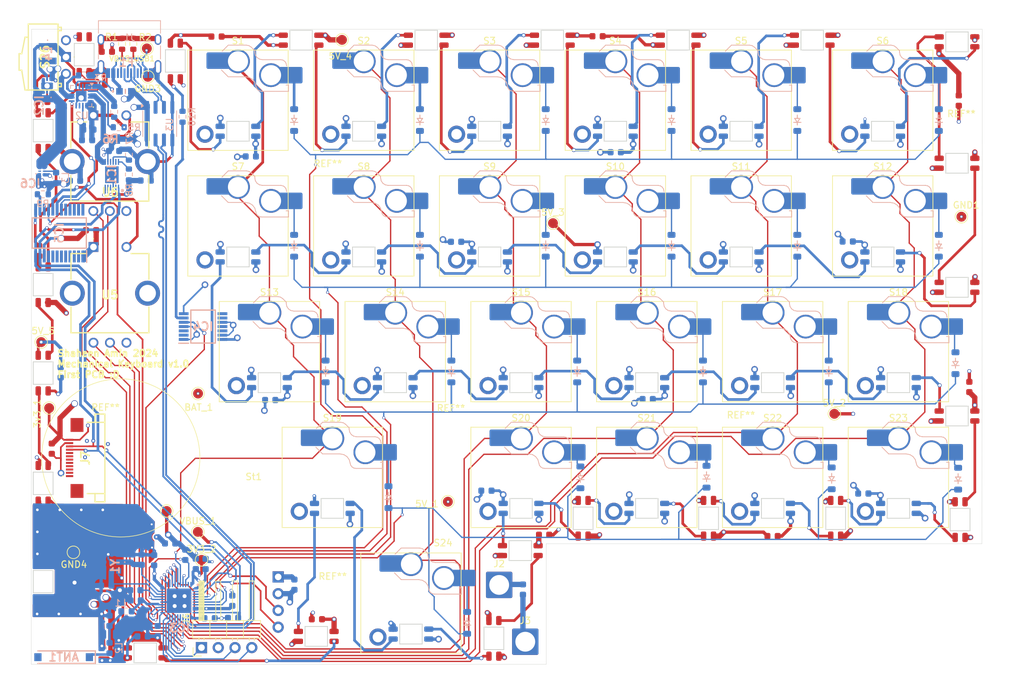
<source format=kicad_pcb>
(kicad_pcb (version 20240108) (generator "pcbnew") (generator_version "8.0")
  (layers (0 "F.Cu" signal) (1 "In1.Cu" power "PWR") (2 "In2.Cu" power "GND") (31 "B.Cu" signal) (34 "B.Paste" user) (35 "F.Paste" user) (36 "B.SilkS" user "B.Silkscreen") (37 "F.SilkS" user "F.Silkscreen") (38 "B.Mask" user) (39 "F.Mask" user) (44 "Edge.Cuts" user))
  (net 0 "")
  (net 1 "GND")
  (net 2 "3V3")
  (net 3 "5V")
  (net 4 "Net-(D1-DOUT)")
  (net 5 "Net-(D1-DIN)")
  (net 6 "Net-(D2-DOUT)")
  (net 7 "Net-(D5-DOUT)")
  (net 8 "Net-(D10-DOUT)")
  (net 9 "Net-(D12-DOUT)")
  (net 10 "Net-(D14-DOUT)")
  (net 11 "Net-(D18-DOUT)")
  (net 12 "/VBUS")
  (net 14 "/DEC4_6")
  (net 18 "Net-(IC5-~{RESET})")
  (net 20 "Net-(IC4-2Y)")
  (net 21 "/2A")
  (net 24 "/D_N")
  (net 25 "Net-(J1-CC1)")
  (net 26 "/D_P")
  (net 27 "Net-(J1-CC2)")
  (net 29 "/SDA")
  (net 30 "/SCL")
  (net 31 "/Column 0")
  (net 32 "/Column 1")
  (net 33 "/Column 2")
  (net 34 "/Column 3")
  (net 35 "/Column 4")
  (net 36 "/Column 5")
  (net 37 "/CW2")
  (net 38 "D-")
  (net 39 "/CCW")
  (net 40 "/Row 1")
  (net 41 "/NO")
  (net 42 "/NO2")
  (net 43 "D+")
  (net 44 "/Row 0")
  (net 45 "/Row 3")
  (net 46 "/Row 2")
  (net 47 "/CCW2")
  (net 48 "/CW")
  (net 49 "/CHG")
  (net 50 "Net-(U2-TS)")
  (net 51 "Net-(U2-ISET)")
  (net 54 "Net-(U2-ILIM)")
  (net 55 "/BAT_SRN")
  (net 58 "Net-(Di1-A)")
  (net 59 "Net-(Di7-A)")
  (net 60 "Net-(Di8-A)")
  (net 61 "Net-(Di9-A)")
  (net 62 "Net-(Di10-A)")
  (net 63 "Net-(Di14-A)")
  (net 64 "Net-(Di19-A)")
  (net 65 "Net-(Di21-A)")
  (net 66 "Net-(Di23-A)")
  (net 68 "Net-(IC3-ANT)")
  (net 69 "Net-(IC3-SWDIO)")
  (net 70 "Net-(IC3-DECUSB)")
  (net 71 "Net-(IC3-DEC1)")
  (net 72 "Net-(IC3-XC1)")
  (net 73 "Net-(IC3-DEC5)")
  (net 74 "Net-(IC3-XC2)")
  (net 75 "Net-(IC3-DEC3)")
  (net 76 "/INTA")
  (net 77 "Net-(IC3-SWDCLK)")
  (net 92 "Net-(C15-Pad1)")
  (net 93 "/RF")
  (net 94 "Net-(IC2-LX)")
  (net 96 "Net-(IC2-BAT)")
  (net 98 "Net-(IC6-LX)")
  (net 100 "Net-(Di15-A)")
  (net 101 "Net-(Di22-A)")
  (net 102 "Net-(Di11-A)")
  (net 103 "Net-(Di17-A)")
  (net 104 "Net-(Di24-A)")
  (net 105 "Net-(Di12-A)")
  (net 106 "Net-(Di18-A)")
  (net 107 "Net-(Di2-A)")
  (net 108 "Net-(Di13-A)")
  (net 109 "Net-(Di3-A)")
  (net 110 "Net-(Di4-A)")
  (net 111 "Net-(Di16-A)")
  (net 112 "Net-(Di5-A)")
  (net 113 "Net-(Di6-A)")
  (net 114 "Net-(Di20-A)")
  (net 115 "Net-(D3-DOUT)")
  (net 116 "Net-(D4-DOUT)")
  (net 117 "Net-(D6-DOUT)")
  (net 118 "Net-(D7-DOUT)")
  (net 119 "Net-(D8-DOUT)")
  (net 120 "Net-(D10-DIN)")
  (net 121 "Net-(D11-DOUT)")
  (net 122 "Net-(D13-DOUT)")
  (net 123 "Net-(D15-DOUT)")
  (net 124 "Net-(D17-DOUT)")
  (net 125 "Net-(D16-DOUT)")
  (net 126 "Net-(D19-DOUT)")
  (net 127 "Net-(D20-DOUT)")
  (net 128 "Net-(D21-DOUT)")
  (net 129 "Net-(D22-DOUT)")
  (net 130 "Net-(D23-DOUT)")
  (net 131 "Net-(D24-DOUT)")
  (net 132 "/BAT")
  (net 133 "/VBUS_USB")
  (net 134 "/OUT")
  (net 145 "Net-(D25-DOUT)")
  (net 146 "Net-(D26-DOUT)")
  (net 147 "Net-(D28-DOUT)")
  (net 148 "Net-(D29-DOUT)")
  (net 149 "Net-(D30-DOUT)")
  (net 150 "Net-(D33-DOUT)")
  (net 151 "Net-(D34-DOUT)")
  (net 152 "Net-(D37-DOUT)")
  (net 153 "Net-(D38-DOUT)")
  (net 154 "Net-(D41-DOUT)")
  (net 155 "Net-(D42-DOUT)")
  (net 156 "Net-(D45-DOUT)")
  (net 157 "Net-(D46-DOUT)")
  (net 158 "Net-(D27-DOUT)")
  (net 159 "Net-(D31-DOUT)")
  (net 160 "Net-(D32-DOUT)")
  (net 161 "Net-(D35-DOUT)")
  (net 162 "Net-(D36-DOUT)")
  (net 163 "Net-(D39-DOUT)")
  (net 164 "Net-(D40-DOUT)")
  (net 165 "Net-(D43-DOUT)")
  (net 166 "Net-(D44-DOUT)")
  (net 167 "Net-(D47-DOUT)")
  (net 169 "/VDD")
  (net 170 "Net-(IC1-BIN)")
  (net 173 "Net-(IC1-GPOUT)")
  (footprint "ScottoKeebs_Components:Capacitor_0603" (layer "F.Cu") (at 233.6005 90.8434 90)
    (property "Reference" "C36" (hide yes))
    (property "Value" "100nF" (hide yes))
  )
  (footprint "ScottoKeebs_Hotswap:Hotswap_Choc_V1V2_Plated_1.00u" (layer "F.Cu") (at 220.48175 47.3934)
    (property "Reference" "S6")
    (property "Value" "Keyswitch")
  )
  (footprint "ScottoKeebs_Components:Capacitor_0603" (layer "F.Cu") (at 93.6005 114.8434 90)
    (property "Reference" "C39" (hide yes))
    (property "Value" "100nF" (hide yes))
  )
  (footprint "TestPoint:TestPoint_Pad_D1.5mm" (layer "F.Cu") (at 116.8005 91.8434)
    (property "Reference" "BAT_1")
    (property "Value" "TestPoint")
  )
  (footprint "ScottoKeebs_Hotswap:Hotswap_Choc_V1V2_Plated_1.00u" (layer "F.Cu") (at 141.9005 47.3934)
    (property "Reference" "S2")
    (property "Value" "Keyswitch")
  )
  (footprint "ScottoKeebs_Components:LED_SK6812MINI" (layer "F.Cu") (at 99.5605 40.4834 90)
    (property "Reference" "D48" (hide yes))
    (property "Value" "LED_SK6812MINI" (hide yes))
    (fp_line (start 1.7 -1.5) (end -1.7 -1.5) (stroke (width 0.12)) (layer "Edge.Cuts"))
    (fp_line (start -1.7 -1.5) (end -1.7 1.5) (stroke (width 0.12)) (layer "Edge.Cuts"))
    (fp_line (start 1.7 1.5) (end 1.7 -1.5) (stroke (width 0.12)) (layer "Edge.Cuts"))
    (fp_line (start -1.7 1.5) (end 1.7 1.5) (stroke (width 0.12)) (layer "Edge.Cuts"))
  )
  (footprint "ScottoKeebs_Components:LED_SK6812MINI" (layer "F.Cu") (at 132.4005 38.2934)
    (property "Reference" "D3" (hide yes))
    (property "Value" "LED_SK6812MINI" (hide yes))
    (fp_line (start -1.7 -1.5) (end -1.7 1.5) (stroke (width 0.12)) (layer "Edge.Cuts"))
    (fp_line (start -1.7 1.5) (end 1.7 1.5) (stroke (width 0.12)) (layer "Edge.Cuts"))
    (fp_line (start 1.7 -1.5) (end -1.7 -1.5) (stroke (width 0.12)) (layer "Edge.Cuts"))
    (fp_line (start 1.7 1.5) (end 1.7 -1.5) (stroke (width 0.12)) (layer "Edge.Cuts"))
  )
  (footprint "ScottoKeebs_Hotswap:Hotswap_Choc_V1V2_Plated_1.00u" (layer "F.Cu") (at 127.613 85.4934)
    (property "Reference" "S13")
    (property "Value" "Keyswitch")
  )
  (footprint "ScottoKeebs_Hotswap:Hotswap_Choc_V1V2_Plated_1.00u" (layer "F.Cu") (at 180.0005 66.4434)
    (property "Reference" "S10")
    (property "Value" "Keyswitch")
  )
  (footprint "TestPoint:TestPoint_Pad_D1.5mm" (layer "F.Cu") (at 232.4005 65.0434)
    (property "Reference" "GND1")
    (property "Value" "TestPoint")
  )
  (footprint "ScottoKeebs_Components:OLED_128x32" (layer "F.Cu") (at 130.53675 129.4314 180)
    (property "Reference" "J4" (hide yes))
    (property "Value" "OLED_128x32")
  )
  (footprint "ScottoKeebs_Components:LED_SK6812MINI" (layer "F.Cu") (at 113.363 41.4434 90)
    (property "Reference" "D1" (hide yes))
    (property "Value" "LED_SK6812MINI" (hide yes))
    (fp_line (start 1.7 -1.5) (end -1.7 -1.5) (stroke (width 0.12)) (layer "Edge.Cuts"))
    (fp_line (start -1.7 -1.5) (end -1.7 1.5) (stroke (width 0.12)) (layer "Edge.Cuts"))
    (fp_line (start 1.7 1.5) (end 1.7 -1.5) (stroke (width 0.12)) (layer "Edge.Cuts"))
    (fp_line (start -1.7 1.5) (end 1.7 1.5) (stroke (width 0.12)) (layer "Edge.Cuts"))
  )
  (footprint "Connector_Wire:SolderWire-2.5sqmm_1x01_D2.4mm_OD3.6mm" (layer "F.Cu") (at 166.3545 129.4504)
    (property "Reference" "J3")
    (property "Value" "Battery Neg")
  )
  (footprint "ScottoKeebs_Hotswap:Hotswap_Choc_V1V2_Plated_1.00u" (layer "F.Cu") (at 199.0505 47.3934)
    (property "Reference" "S5")
    (property "Value" "Keyswitch")
  )
  (footprint "ScottoKeebs_Components:LED_SK6812MINI" (layer "F.Cu") (at 209.8005 38.2934)
    (property "Reference" "D11" (hide yes))
    (property "Value" "LED_SK6812MINI" (hide yes))
    (fp_line (start -1.7 -1.5) (end -1.7 1.5) (stroke (width 0.12)) (layer "Edge.Cuts"))
    (fp_line (start -1.7 1.5) (end 1.7 1.5) (stroke (width 0.12)) (layer "Edge.Cuts"))
    (fp_line (start 1.7 -1.5) (end -1.7 -1.5) (stroke (width 0.12)) (layer "Edge.Cuts"))
    (fp_line (start 1.7 1.5) (end 1.7 -1.5) (stroke (width 0.12)) (layer "Edge.Cuts"))
  )
  (footprint "ScottoKeebs_Components:LED_SK6812MINI" (layer "F.Cu") (at 231.73175 56.9434)
    (property "Reference" "D14" (hide yes))
    (property "Value" "LED_SK6812MINI" (hide yes))
    (fp_line (start -1.7 -1.5) (end -1.7 1.5) (stroke (width 0.12)) (layer "Edge.Cuts"))
    (fp_line (start -1.7 1.5) (end 1.7 1.5) (stroke (width 0.12)) (layer "Edge.Cuts"))
    (fp_line (start 1.7 -1.5) (end -1.7 -1.5) (stroke (width 0.12)) (layer "Edge.Cuts"))
    (fp_line (start 1.7 1.5) (end 1.7 -1.5) (stroke (width 0.12)) (layer "Edge.Cuts"))
  )
  (footprint "ScottoKeebs_Components:Capacitor_0603" (layer "F.Cu") (at 119.6005 37.7434)
    (property "Reference" "C42" (hide yes))
    (property "Value" "100nF" (hide yes))
  )
  (footprint "MountingHole:MountingHole_2.2mm_M2" (layer "F.Cu") (at 232.4005 52.6434)
    (property "Reference" "REF**")
    (property "Value" "MountingHole_2.2mm_M2")
  )
  (footprint "ScottoKeebs_Components:LED_SK6812MINI" (layer "F.Cu") (at 108.8005 131.1434 180)
    (property "Reference" "D42" (hide yes))
    (property "Value" "LED_SK6812MINI" (hide yes))
    (fp_line (start 1.7 1.5) (end 1.7 -1.5) (stroke (width 0.12)) (layer "Edge.Cuts"))
    (fp_line (start 1.7 -1.5) (end -1.7 -1.5) (stroke (width 0.12)) (layer "Edge.Cuts"))
    (fp_line (start -1.7 1.5) (end 1.7 1.5) (stroke (width 0.12)) (layer "Edge.Cuts"))
    (fp_line (start -1.7 -1.5) (end -1.7 1.5) (stroke (width 0.12)) (layer "Edge.Cuts"))
  )
  (footprint "ScottoKeebs_Components:LED_SK6812MINI" (layer "F.Cu") (at 231.73175 38.5434 180)
    (property "Reference" "D13" (hide yes))
    (property "Value" "LED_SK6812MINI" (hide yes))
    (fp_line (start 1.7 1.5) (end 1.7 -1.5) (stroke (width 0.12)) (layer "Edge.Cuts"))
    (fp_line (start 1.7 -1.5) (end -1.7 -1.5) (stroke (width 0.12)) (layer "Edge.Cuts"))
    (fp_line (start -1.7 1.5) (end 1.7 1.5) (stroke (width 0.12)) (layer "Edge.Cuts"))
    (fp_line (start -1.7 -1.5) (end -1.7 1.5) (stroke (width 0.12)) (layer "Edge.Cuts"))
  )
  (footprint "ScottoKeebs_Components:LED_SK6812MINI" (layer "F.Cu") (at 232.2005 110.9434 -90)
    (property "Reference" "D29" (hide yes))
    (property "Value" "LED_SK6812MINI" (hide yes))
    (fp_line (start -1.7 1.5) (end 1.7 1.5) (stroke (width 0.12)) (layer "Edge.Cuts"))
    (fp_line (start 1.7 1.5) (end 1.7 -1.5) (stroke (width 0.12)) (layer "Edge.Cuts"))
    (fp_line (start -1.7 -1.5) (end -1.7 1.5) (stroke (width 0.12)) (layer "Edge.Cuts"))
    (fp_line (start 1.7 -1.5) (end -1.7 -1.5) (stroke (width 0.12)) (layer "Edge.Cuts"))
  )
  (footprint "ScottoKeebs_Hotswap:Hotswap_Choc_V1V2_Plated_1.00u" (layer "F.Cu") (at 203.813 85.4934)
    (property "Reference" "S17")
    (property "Value" "Keyswitch")
  )
  (footprint "TestPoint:TestPoint_Pad_D1.5mm" (layer "F.Cu") (at 170.5505 66.0234)
    (property "Reference" "5V_3")
    (property "Value" "TestPoint")
  )
  (footprint "ScottoKeebs_Components:LED_SK6812MINI" (layer "F.Cu") (at 194.113 110.7434 -90)
    (property "Reference" "D33" (hide yes))
    (property "Value" "LED_SK6812MINI" (hide yes))
    (fp_line (start -1.7 1.5) (end 1.7 1.5) (stroke (width 0.12)) (layer "Edge.Cuts"))
    (fp_line (start 1.7 1.5) (end 1.7 -1.5) (stroke (width 0.12)) (layer "Edge.Cuts"))
    (fp_line (start -1.7 -1.5) (end -1.7 1.5) (stroke (width 0.12)) (layer "Edge.Cuts"))
    (fp_line (start 1.7 -1.5) (end -1.7 -1.5) (stroke (width 0.12)) (layer "Edge.Cuts"))
  )
  (footprint "ScottoKeebs_Hotswap:Hotswap_Choc_V1V2_Plated_1.00u" (layer "F.Cu") (at 220.48175 66.4434)
    (property "Reference" "S12")
    (property "Value" "Keyswitch")
  )
  (footprint "ScottoKeebs_Components:LED_SK6812MINI" (layer "F.Cu") (at 213.363 110.7434 -90)
    (property "Reference" "D31" (hide yes))
    (property "Value" "LED_SK6812MINI" (hide yes))
    (fp_line (start -1.7 1.5) (end 1.7 1.5) (stroke (width 0.12)) (layer "Edge.Cuts"))
    (fp_line (start 1.7 1.5) (end 1.7 -1.5) (stroke (width 0.12)) (layer "Edge.Cuts"))
    (fp_line (start -1.7 -1.5) (end -1.7 1.5) (stroke (width 0.12)) (layer "Edge.Cuts"))
    (fp_line (start 1.7 -1.5) (end -1.7 -1.5) (stroke (width 0.12)) (layer "Edge.Cuts"))
  )
  (footprint "ScottoKeebs_Components:Capacitor_0603" (layer "F.Cu") (at 101.9005 45.0434)
    (property "Reference" "C10" (hide yes))
    (property "Value" "4.7uF" (hide yes))
  )
  (footprint "ScottoKeebs_Stabilizer:Stabilizer_MX_2.00u" (layer "F.Cu") (at 137.138 104.5434)
    (property "Reference" "St1")
    (property "Value" "Stabilizer_MX_2.00u")
  )
  (footprint "ScottoKeebs_Components:LED_SK6812MINI" (layer "F.Cu") (at 175.113 110.7434 -90)
    (property "Reference" "D35" (hide yes))
    (property "Value" "LED_SK6812MINI" (hide yes))
    (fp_line (start -1.7 1.5) (end 1.7 1.5) (stroke (width 0.12)) (layer "Edge.Cuts"))
    (fp_line (start 1.7 1.5) (end 1.7 -1.5) (stroke (width 0.12)) (layer "Edge.Cuts"))
    (fp_line (start -1.7 -1.5) (end -1.7 1.5) (stroke (width 0.12)) (layer "Edge.Cuts"))
    (fp_line (start 1.7 -1.5) (end -1.7 -1.5) (stroke (width 0.12)) (layer "Edge.Cuts"))
  )
  (footprint "MountingHole:MountingHole_2.2mm_M2" (layer "F.Cu") (at 102.2005 91.3434)
    (property "Reference" "REF**")
    (property "Value" "MountingHole_2.2mm_M2")
  )
  (footprint "TestPoint:TestPoint_Pad_D1.5mm" (layer "F.Cu") (at 112.0505 109.6434)
    (property "Reference" "GND2" (hide yes))
    (property "Value" "TestPoint")
  )
  (footprint "ScottoKeebs_Components:LED_SK6812MINI" (layer "F.Cu") (at 93.3505 105.4434 90)
    (property "Reference" "D44" (hide yes))
    (property "Value" "LED_SK6812MINI" (hide yes))
    (fp_line (start 1.7 -1.5) (end -1.7 -1.5) (stroke (width 0.12)) (layer "Edge.Cuts"))
    (fp_line (start -1.7 -1.5) (end -1.7 1.5) (stroke (width 0.12)) (layer "Edge.Cuts"))
    (fp_line (start 1.7 1.5) (end 1.7 -1.5) (stroke (width 0.12)) (layer "Edge.Cuts"))
    (fp_line (start -1.7 1.5) (end 1.7 1.5) (stroke (width 0.12)) (layer "Edge.Cuts"))
  )
  (footprint "Resistor_SMD:R_0603_1608Metric" (layer "F.Cu") (at 107.0005 38.8434 90)
    (property "Reference" "R2")
    (property "Value" "5k1")
  )
  (footprint "ScottoKeebs_Hotswap:Hotswap_Choc_V1V2_Plated_1.00u" (layer "F.Cu") (at 203.813 104.5434)
    (property "Reference" "S22")
    (property "Value" "Keyswitch")
  )
  (footprint "TestPoint:TestPoint_Pad_D1.5mm" (layer "F.Cu") (at 109.0505 39.5434)
    (property "Reference" "VBUS_USB1")
    (property "Value" "TestPoint")
  )
  (footprint "ScottoKeebs_Components:LED_SK6812MINI" (layer "F.Cu") (at 93.3505 88.7434 90)
    (property "Reference" "D45" (hide yes))
    (property "Value" "LED_SK6812MINI" (hide yes))
    (fp_line (start 1.7 -1.5) (end -1.7 -1.5) (stroke (width 0.12)) (layer "Edge.Cuts"))
    (fp_line (start -1.7 -1.5) (end -1.7 1.5) (stroke (width 0.12)) (layer "Edge.Cuts"))
    (fp_line (start 1.7 1.5) (end 1.7 -1.5) (stroke (width 0.12)) (layer "Edge.Cuts"))
    (fp_line (start -1.7 1.5) (end 1.7 1.5) (stroke (width 0.12)) (layer "Edge.Cuts"))
  )
  (footprint "ScottoKeebs_Hotswap:Hotswap_Choc_V1V2_Plated_1.00u" (layer "F.Cu") (at 222.863 104.5434)
    (property "Reference" "S23")
    (property "Value" "Keyswitch")
  )
  (footprint "ScottoKeebs_Components:LED_SK6812MINI" (layer "F.Cu") (at 231.73175 95.2434)
    (property "Reference" "D28" (hide yes))
    (property "Value" "LED_SK6812MINI" (hide yes))
    (fp_line (start -1.7 -1.5) (end -1.7 1.5) (stroke (width 0.12)) (layer "Edge.Cuts"))
    (fp_line (start -1.7 1.5) (end 1.7 1.5) (stroke (width 0.12)) (layer "Edge.Cuts"))
    (fp_line (start 1.7 -1.5) (end -1.7 -1.5) (stroke (width 0.12)) (layer "Edge.Cuts"))
    (fp_line (start 1.7 1.5) (end 1.7 -1.5) (stroke (width 0.12)) (layer "Edge.Cuts"))
  )
  (footprint "TestPoint:TestPoint_Pad_D1.5mm" (layer "F.Cu") (at 94.2505 94.0434)
    (property "Reference" "3v3_1")
    (property "Value" "TestPoint")
  )
  (footprint "ScottoKeebs_Hotswap:Hotswap_Choc_V1V2_Plated_1.00u" (layer "F.Cu") (at 199.0505 66.4434)
    (property "Reference" "S11")
    (property "Value" "Keyswitch")
  )
  (footprint "MountingHole:MountingHole_2.2mm_M2" (layer "F.Cu") (at 137.2005 122.7434)
    (property "Reference" "REF**")
    (property "Value" "MountingHole_2.2mm_M2")
  )
  (footprint "ScottoKeebs_Hotswap:Hotswap_Choc_V1V2_Plated_1.00u" (layer "F.Cu") (at 165.713 85.4934)
    (property "Reference" "S15")
    (property "Value" "Keyswitch")
  )
  (footprint "ScottoKeebs_Hotswap:Hotswap_Choc_V1V2_Plated_1.00u" (layer "F.Cu") (at 141.9005 66.4434)
    (property "Reference" "S8")
    (property "Value" "Keyswitch")
  )
  (footprint "SamacSys_Parts:F32Q1A7H111012" (layer "F.Cu") (at 100.0205 101.6034 90)
    (property "Reference" "J7")
    (property "Value" "F32Q-1A7H1-11012" (hide yes))
  )
  (footprint "TestPoint:TestPoint_Pad_D1.5mm" (layer "F.Cu") (at 97.9305 115.9034)
    (property "Reference" "GND4")
    (property "Value" "TestPoint")
  )
  (footprint "ScottoKeebs_Hotswap:Hotswap_Choc_V1V2_Plated_1.00u" (layer "F.Cu") (at 122.8505 47.3934)
    (property "Reference" "S1")
    (property "Value" "Keyswitch")
  )
  (footprint "Connector_Wire:SolderWire-2.5sqmm_1x01_D2.4mm_OD3.6mm" (layer "F.Cu") (at 162.4005 120.8434)
    (property "Reference" "J2")
    (property "Value" "Battery Pos")
  )
  (footprint "ScottoKeebs_Components:LED_SK6812MINI" (layer "F.Cu") (at 93.3505 75.3434 90)
    (property "Reference" "D46" (hide yes))
    (property "Value" "LED_SK6812MINI" (hide yes))
    (fp_line (start 1.7 -1.5) (end -1.7 -1.5) (stroke (width 0.12)) (layer "Edge.Cuts"))
    (fp_line (start -1.7 -1.5) (end -1.7 1.5) (stroke (width 0.12)) (layer "Edge.Cuts"))
    (fp_line (start 1.7 1.5) (end 1.7 -1.5) (stroke (width 0.12)) (layer "Edge.Cuts"))
    (fp_line (start -1.7 1.5) (end 1.7 1.5) (stroke (width 0.12)) (layer "Edge.Cuts"))
  )
  (footprint "Connector_PinHeader_2.54mm:PinHeader_1x04_P2.54mm_Horizontal" (layer "F.Cu") (at 117.3205 130.3434 90)
    (property "Reference" "J6")
    (property "Value" "Conn_01x04")
  )
  (footprint "ScottoKeebs_Components:LED_SK6812MINI" (layer "F.Cu") (at 231.73175 75.7434)
    (property "Reference" "D15" (hide yes))
    (property "Value" "LED_SK6812MINI" (hide yes))
    (fp_line (start -1.7 -1.5) (end -1.7 1.5) (stroke (width 0.12)) (layer "Edge.Cuts"))
    (fp_line (start -1.7 1.5) (end 1.7 1.5) (stroke (width 0.12)) (layer "Edge.Cuts"))
    (fp_line (start 1.7 -1.5) (end -1.7 -1.5) (stroke (width 0.12)) (layer "Edge.Cuts"))
    (fp_line (start 1.7 1.5) (end 1.7 -1.5) (stroke (width 0.12)) (layer "Edge.Cuts"))
  )
  (footprint "Resistor_SMD:R_0603_1608Metric" (layer "F.Cu") (at 105.3005 38.8434 90)
    (property "Reference" "R1")
    (property "Value" "5k1")
  )
  (footprint "MountingHole:MountingHole_2.2mm_M2" (layer "F.Cu") (at 155.1105 97.2534)
    (property "Reference" "REF**")
    (property "Value" "MountingHole_2.2mm_M2")
  )
  (footprint "ScottoKeebs_Components:Capacitor_0603" (layer "F.Cu") (at 99.4005 45.8434 -90)
    (property "Reference" "C25" (hide yes))
    (property "Value" "10uF" (hide yes))
  )
  (footprint "SamacSys_Parts:PEC11L4015FS0015" (layer "F.Cu") (at 100.9605 69.6334)
    (property "Reference" "U5")
    (property "Value" "PEC11L-4015F-S0015" (hide yes))
  )
  (footprint "ScottoKeebs_Components:Capacitor_0603" (layer "F.Cu") (at 103.0005 40.0434 180)
    (property "Reference" "C26" (hide yes))
    (property "Value" "10uF-lowESR" (hide yes))
  )
  (footprint "ScottoKeebs_Hotswap:Hotswap_Choc_V1V2_Plated_1.00u" (layer "F.Cu") (at 160.9505 47.3934)
    (property "Reference" "S3")
    (property "Value" "Keyswitch")
  )
  (footprint "TestPoint:TestPoint_Pad_D1.5mm" (layer "F.Cu") (at 116.7705 112.8034)
    (property "Reference" "VBUS_1")
    (property "Value" "TestPoint")
  )
  (footprint "ScottoKeebs_Components:Capacitor_0603" (layer "F.Cu") (at 94.6505 100.1934 -90)
    (property "Reference" "C37" (hide yes))
    (property "Value" "100nF" (hide yes))
  )
  (footprint "TestPoint:TestPoint_Pad_D1.5mm" (layer "F.Cu") (at 213.1605 94.9134)
    (property "Reference" "5V_2")
    (property "Value" "TestPoint")
  )
  (footprint "ScottoKeebs_Components:LED_SK6812MINI" (layer "F.Cu") (at 170.4505 38.2934)
    (property "Reference" "D7" (hide yes))
    (property "Value" "LED_SK6812MINI" (hide yes))
    (fp_line (start -1.7 -1.5) (end -1.7 1.5) (stroke (width 0.12)) (layer "Edge.Cuts"))
    (fp_line (start -1.7 1.5) (end 1.7 1.5) (stroke (width 0.12)) (layer "Edge.Cuts"))
    (fp_line (start 1.7 -1.5) (end -1.7 -1.5) (stroke (width 0.12)) (layer "Edge.Cuts"))
    (fp_line (start 1.7 1.5) (end 1.7 -1.5) (stroke (width 0.12)) (layer "Edge.Cuts"))
  )
  (footprint "TestPoint:TestPoint_Pad_D1.5mm" (layer "F.Cu") (at 93.0505 84.0434)
    (property "Reference" "5V_5")
    (property "Value" "TestPoint")
  )
  (footprint "ScottoKeebs_Components:LED_SK6812MINI" (layer "F.Cu") (at 189.5005 38.2934)
    (property "Reference" "D9" (hide yes))
    (property "Value" "LED_SK6812MINI" (hide yes))
    (fp_line (start -1.7 -1.5) (end -1.7 1.5) (stroke (width 0.12)) (layer "Edge.Cuts"))
    (fp_line (start -1.7 1.5) (end 1.7 1.5) (stroke (width 0.12)) (layer "Edge.Cuts"))
    (fp_line (start 1.7 -1.5) (end -1.7 -1.5) (stroke (width 0.12)) (layer "Edge.Cuts"))
    (fp_line (start 1.7 1.5) (end 1.7 -1.5) (stroke (width 0.12)) (layer "Edge.Cuts"))
  )
  (footprint "ScottoKeebs_Components:Capacitor_0603" (layer "F.Cu") (at 177.3005 37.6934)
    (property "Reference" "C41" (hide yes))
    (property "Value" "100nF" (hide yes))
  )
  (footprint "TestPoint:TestPoint_Pad_D1.5mm" (layer "F.Cu") (at 117.3305 117.0534)
    (property "Reference" "3V3_2")
    (property "Value" "TestPoint")
  )
  (footprint "SamacSys_Parts:CLSA12C422" (layer "F.Cu") (at 96.8005 40.8434 -90)
    (property "Reference" "S26")
    (property "Value" "CL-SA-12C4-22" (hide yes))
  )
  (footprint "ScottoKeebs_Components:Capacitor_0603" (layer "F.Cu") (at 134.8005 126.0434 180)
    (property "Reference" "C45" (hide yes))
    (property "Value" "100nF" (hide yes))
  )
  (footprint "ScottoKeebs_Components:LED_SK6812MINI" (layer "F.Cu") (at 93.3505 51.9934 90)
    (property "Reference" "D47" (hide yes))
    (property "Value" "LED_SK6812MINI" (hide yes))
    (fp_line (start 1.7 -1.5) (end -1.7 -1.5) (stroke (width 0.12)) (layer "Edge.Cuts"))
    (fp_line (start -1.7 -1.5) (end -1.7 1.5) (stroke (width 0.12)) (layer "Edge.Cuts"))
    (fp_line (start 1.7 1.5) (end 1.7 -1.5) (stroke (width 0.12)) (layer "Edge.Cuts"))
    (fp_line (start -1.7 1.5) (end 1.7 1.5) (stroke (width 0.12)) (layer "Edge.Cuts"))
  )
  (footprint "ScottoKeebs_Components:LED_SK6812MINI" (layer "F.Cu") (at 161.6005 128.9434 -90)
    (property "Reference" "D38" (hide yes))
    (property "Value" "LED_SK6812MINI" (hide yes))
    (fp_line (start -1.7 1.5) (end 1.7 1.5) (stroke (width 0.12)) (layer "Edge.Cuts"))
    (fp_line (start 1.7 1.5) (end 1.7 -1.5) (stroke (width 0.12)) (layer "Edge.Cuts"))
    (fp_line (start -1.7 -1.5) (end -1.7 1.5) (stroke (width 0.12)) (layer "Edge.Cuts"))
    (fp_line (start 1.7 -1.5) (end -1.7 -1.5) (stroke (width 0.12)) (layer "Edge.Cuts"))
  )
  (footprint "ScottoKeebs_Hotswap:Hotswap_Choc_V1V2_Plated_1.00u" (layer "F.Cu") (at 160.9505 66.4434)
    (property "Reference" "S9")
    (property "Value" "Keyswitch")
  )
  (footprint "TestPoint:TestPoint_Pad_D1.5mm" (layer "F.Cu") (at 154.633 108.2334)
    (property "Reference" "5V_1")
    (property "Value" "TestPoint")
  )
  (footprint "ScottoKeebs_Components:Capacitor_0603" (layer "F.Cu") (at 100.6005 67.0934 180)
    (property "Reference" "C20" (hide yes))
    (property "Value" "100nF" (hide yes))
  )
  (footprint "ScottoKeebs_Components:LED_SK6812MINI" (layer "F.Cu") (at 165.6005 115.6434)
    (property "Reference" "D37" (hide yes))
    (property "Value" "LED_SK6812MINI" (hide yes))
    (fp_line (start -1.7 -1.5) (end -1.7 1.5) (stroke (width 0.12)) (layer "Edge.Cuts"))
    (fp_line (start -1.7 1.5) (end 1.7 1.5) (stroke (width 0.12)) (layer "Edge.Cuts"))
    (fp_line (start 1.7 -1.5) (end -1.7 -1.5) (stroke (width 0.12)) (layer "Edge.Cuts"))
    (fp_line (start 1.7 1.5) (end 1.7 -1.5) (stroke (width 0.12)) (layer "Edge.Cuts"))
  )
  (footprint "MountingHole:MountingHole_2.2mm_M2" (layer "F.Cu") (at 194.2905 95.0134)
    (property "Reference" "REF**")
    (property "Value" "MountingHole_2.2mm_M2")
  )
  (footprint "ScottoKeebs_Components:LED_SK6812MINI" (layer "F.Cu") (at 134.7005 128.6434)
    (property "Reference" "D41" (hide yes))
    (property "Value" "LED_SK6812MINI" (hide yes))
    (fp_line (start -1.7 -1.5) (end -1.7 1.5) (stroke (width 0.12)) (layer "Edge.Cuts"))
    (fp_line (start -1.7 1.5) (end 1.7 1.5) (stroke (width 0.12)) (layer "Edge.Cuts"))
    (fp_line (start 1.7 -1.5) (end -1.7 -1.5) (stroke (width 0.12)) (layer "Edge.Cuts"))
    (fp_line (start 1.7 1.5) (end 1.7 -1.5) (stroke (width 0.12)) (layer "Edge.Cuts"))
  )
  (footprint "ScottoKeebs_Hotswap:Hotswap_Choc_V1V2_Plated_1.00u" (layer "F.Cu") (at 180.0005 47.3934)
    (property "Reference" "S4")
    (property "Value" "Keyswitch")
  )
  (footprint "TestPoint:TestPoint_Pad_D1.5mm" (layer "F.Cu") (at 109.2005 43.8434)
    (property "Reference" "GND3")
    (property "Value" "TestPoint")
  )
  (footprint "ScottoKeebs_Hotswap:Hotswap_Choc_V1V2_Plated_1.00u" (layer "F.Cu") (at 165.713002 104.5434)
    (property "Reference" "S20")
    (property "Value" "Keyswitch")
  )
  (footprint "TestPoint:TestPoint_Pad_D1.5mm" (layer "F.Cu") (at 138.6005 38.2434)
    (property "Reference" "5V_4")
    (property "Value" "TestPoint")
  )
  (footprint "ScottoKeebs_Hotswap:Hotswap_Choc_V1V2_Plated_1.00u" (layer "F.Cu") (at 149.04425 123.5934)
    (property "Reference" "S24")
    (property "Value" "Keyswitch")
  )
  (footprint "ScottoKeebs_Components:LED_SK6812MINI" (layer "F.Cu") (at 151.3505 38.2934)
    (property "Reference" "D5" (hide yes))
    (property "Value" "LED_SK6812MINI" (hide yes))
    (fp_line (start -1.7 -1.5) (end -1.7 1.5) (stroke (width 0.12)) (layer "Edge.Cuts"))
    (fp_line (start -1.7 1.5) (end 1.7 1.5) (stroke (width 0.12)) (layer "Edge.Cuts"))
    (fp_line (start 1.7 -1.5) (end -1.7 -1.5) (stroke (width 0.12)) (layer "Edge.Cuts"))
    (fp_line (start 1.7 1.5) (end 1.7 -1.5) (stroke (width 0.12)) (layer "Edge.Cuts"))
  )
  (footprint "ScottoKeebs_Hotswap:Hotswap_Choc_V1V2_Plated_1.00u" (layer "F.Cu") (at 122.8505 66.4434)
    (property "Reference" "S7")
    (property "Value" "Keyswitch")
  )
  (footprint "ScottoKeebs_Components:LED_SK6812MINI" (layer "F.Cu") (at 93.3505 120.3434 90)
    (property "Reference" "D43" (hide yes))
    (property "Value" "LED_SK6812MINI" (hide yes))
    (fp_line (start 1.7 -1.5) (end -1.7 -1.5) (stroke (width 0.12)) (layer "Edge.Cuts"))
    (fp_line (start -1.7 -1.5) (end -1.7 1.5) (stroke (width 0.12)) (layer "Edge.Cuts"))
    (fp_line (start 1.7 1.5) (end 1.7 -1.5) (stroke (width 0.12)) (layer "Edge.Cuts"))
    (fp_line (start -1.7 1.5) (end 1.7 1.5) (stroke (width 0.12)) (layer "Edge.Cuts"))
  )
  (footprint "ScottoKeebs_Components:Capacitor_0603" (layer "F.Cu") (at 232.0005 47.4434 -90)
    (property "Reference" "C35" (hide yes))
    (property "Value" "100nF" (hide yes))
  )
  (footprint "ScottoKeebs_Hotswap:Hotswap_Choc_V1V2_Plated_1.00u" (layer "F.Cu") (at 184.763 85.4934)
    (property "Reference" "S16")
    (property "Value" "Keyswitch")
  )
  (footprint "MountingHole:MountingHole_2.2mm_M2" (layer "F.Cu") (at 132.4005 56.9434)
    (property "Reference" "REF**")
    (property "Value" "MountingHole_2.2mm_M2")
  )
  (footprint "SamacSys_Parts:PEC11L4015FS0015" (layer "F.Cu") (at 100.9405 49.6834)
    (property "Reference" "U6")
    (property "Value" "PEC11L-4015F-S0015" (hide yes))
  )
  (footprint "ScottoKeebs_Hotswap:Hotswap_Choc_V1V2_Plated_1.00u" (layer "F.Cu") (at 184.763 104.5434)
    (property "Reference" "S21")
    (property "Value" "Keyswitch")
  )
  (footprint "ScottoKeebs_Components:Capacitor_0603" (layer "F.Cu") (at 203.8005 113.4434)
    (property "Reference" "C43" (hide yes))
    (property "Value" "100nF" (hide yes))
  )
  (footprint "ScottoKeebs_Hotswap:Hotswap_Choc_V1V2_Plated_1.00u" (layer "F.Cu") (at 146.663 85.4934)
    (property "Reference" "S14")
    (property "Value" "Keyswitch")
  )
  (footprint "ScottoKeebs_Components:Capacitor_0603" (layer "F.Cu") (at 93.2255 47.6434)
    (property "Reference" "C27" (hide yes))
    (property "Value" "10uF-lowESR" (hide yes))
  )
  (footprint "ScottoKeebs_Hotswap:Hotswap_Choc_V1V2_Plated_1.00u" (layer "F.Cu") (at 222.863 85.4934)
    (property "Reference" "S18")
    (property "Value" "Keyswitch")
  )
  (footprint "ScottoKeebs_Hotswap:Hotswap_Choc_V1V2_Plated_1.00u" (layer "F.Cu") (at 137.138 104.5434)
    (property "Reference" "S19")
    (property "Value" "Keyswitch")
  )
  (footprint "ScottoKeebs_Components:Capacitor_0603" (layer "F.Cu") (at 169.2005 113.2434)
    (property "Reference" "C44" (hide yes))
    (property "Value" "10uF" (hide yes))
  )
  (footprint "ScottoKeebs_Components:Capacitor_0603" (layer "F.Cu") (at 92.7505 70.2434 -90)
    (property "Reference" "C46" (hide yes))
    (property "Value" "100nF" (hide yes))
  )
  (footprint "SamacSys_Parts:0603L050SLYR" (layer "B.Cu") (at 105.8005 46.0434)
    (property "Reference" "F1")
    (property "Value" "600mA" (hide yes))
  )
  (footprint "Inductor_SMD:L_0603_1608Metric" (layer "B.Cu") (at 95.3005 59.1434 90)
    (property "Reference" "L3")
    (property "Value" "1uH")
  )
  (footprint "Resistor_SMD:R_0603_1608Metric" (layer "B.Cu") (at 106.3305 55.6434 -90)
    (property "Reference" "R7")
    (property "Value" "10k")
  )
  (footprint "ScottoKeebs_Components:Capacitor_0603" (layer "B.Cu") (at 215.1805 68.8034 180)
    (property "Reference" "C29" (hide yes))
    (property "Value" "100nF" (hide yes))
  )
  (footprint "ScottoKeebs_Components:LED_SK6812MINI" (layer "B.Cu") (at 184.763 90.1934)
    (property "Reference" "D25" (hide yes))
    (property "Value" "LED_SK6812MINI" (hide yes))
    (fp_line (start -1.7 -1.5) (end -1.7 1.5) (stroke (width 0.12)) (layer "Edge.Cuts"))
    (fp_line (start -1.7 1.5) (end 1.7 1.5) (stroke (width 0.12)) (layer "Edge.Cuts"))
    (fp_line (start 1.7 -1.5) (end -1.7 -1.5) (stroke (width 0.12)) (layer "Edge.Cuts"))
    (fp_line (start 1.7 1.5) (end 1.7 -1.5) (stroke (width 0.12)) (layer "Edge.Cuts"))
  )
  (footprint "ScottoKeebs_Components:Capacitor_0603" (layer "B.Cu") (at 108.2705 117.0234 90)
    (property "Reference" "C14" (hide yes))
    (property "Value" "12pF" (hide yes))
  )
  (footprint "ScottoKeebs_Components:Diode_SOD-123" (layer "B.Cu") (at 174.213 88.4934 90)
    (property "Reference" "Di17" (hide yes))
    (property "Value" "Diode")
  )
  (footprint "Resistor_SMD:R_0603_1608Metric" (layer "B.Cu") (at 104.7905 51.4834 180)
    (property "Reference" "R5")
    (property "Value" "10k")
  )
  (footprint "ScottoKeebs_Components:LED_SK6812MINI" (layer "B.Cu") (at 222.863 109.2434 180)
    (property "Reference" "D30" (hide yes))
    (property "Value" "LED_SK6812MINI" (hide yes))
    (fp_line (start 1.7 1.5) (end 1.7 -1.5) (stroke (width 0.12)) (layer "Edge.Cuts"))
    (fp_line (start 1.7 -1.5) (end -1.7 -1.5) (stroke (width 0.12)) (layer "Edge.Cuts"))
    (fp_line (start -1.7 1.5) (end 1.7 1.5) (stroke (width 0.12)) (layer "Edge.Cuts"))
    (fp_line (start -1.7 -1.5) (end -1.7 1.5) (stroke (width 0.12)) (layer "Edge.Cuts"))
  )
  (footprint "ScottoKeebs_Components:LED_SK6812MINI" (layer "B.Cu") (at 165.713 90.1934)
    (property "Reference" "D24" (hide yes))
    (property "Value" "LED_SK6812MINI" (hide yes))
    (fp_line (start -1.7 -1.5) (end -1.7 1.5) (stroke (width 0.12)) (layer "Edge.Cuts"))
    (fp_line (start -1.7 1.5) (end 1.7 1.5) (stroke (width 0.12)) (layer "Edge.Cuts"))
    (fp_line (start 1.7 -1.5) (end -1.7 -1.5) (stroke (width 0.12)) (layer "Edge.Cuts"))
    (fp_line (start 1.7 1.5) (end 1.7 -1.5) (stroke (width 0.12)) (layer "Edge.Cuts"))
  )
  (footprint "ScottoKeebs_Components:Diode_SOD-123" (layer "B.Cu") (at 150.4005 69.4434 90)
    (property "Reference" "Di12" (hide yes))
    (property "Value" "Diode")
  )
  (footprint "ScottoKeebs_Components:Capacitor_0603" (layer "B.Cu") (at 100.2005 51.8434)
    (property "Reference" "C24" (hide yes))
    (property "Value" "4.7uF" (hide yes))
  )
  (footprint "ScottoKeebs_Components:LED_SK6812MINI" (layer "B.Cu") (at 122.8505 52.0934)
    (property "Reference" "D2" (hide yes))
    (property "Value" "LED_SK6812MINI" (hide yes))
    (fp_line (start -1.7 -1.5) (end -1.7 1.5) (stroke (width 0.12)) (layer "Edge.Cuts"))
    (fp_line (start -1.7 1.5) (end 1.7 1.5) (stroke (width 0.12)) (layer "Edge.Cuts"))
    (fp_line (start 1.7 -1.5) (end -1.7 -1.5) (stroke (width 0.12)) (layer "Edge.Cuts"))
    (fp_line (start 1.7 1.5) (end 1.7 -1.5) (stroke (width 0.12)) (layer "Edge.Cuts"))
  )
  (footprint "ScottoKeebs_Components:Capacitor_0603" (layer "B.Cu") (at 107.3505 123.1934)
    (property "Reference" "C16" (hide yes))
    (property "Value" "1pF" (hide yes))
  )
  (footprint "SamacSys_Parts:RESC2012X41N" (layer "B.Cu") (at 103.5405 53.2734 180)
    (property "Reference" "R6")
    (property "Value" "10m1%" (hide yes))
  )
  (footprint "ScottoKeebs_Components:Capacitor_0603" (layer "B.Cu") (at 114.8705 116.2834 -90)
    (property "Reference" "C6" (hide yes))
    (property "Value" "1uF" (hide yes))
  )
  (footprint "ScottoKeebs_Components:LED_SK6812MINI" (layer "B.Cu") (at 122.8505 71.1434 180)
    (property "Reference" "D21" (hide yes))
    (property "Value" "LED_SK6812MINI" (hide yes))
    (fp_line (start 1.7 1.5) (end 1.7 -1.5) (stroke (width 0.12)) (layer "Edge.Cuts"))
    (fp_line (start 1.7 -1.5) (end -1.7 -1.5) (stroke (width 0.12)) (layer "Edge.Cuts"))
    (fp_line (start -1.7 1.5) (end 1.7 1.5) (stroke (width 0.12)) (layer "Edge.Cuts"))
    (fp_line (start -1.7 -1.5) (end -1.7 1.5) (stroke (width 0.12)) (layer "Edge.Cuts"))
  )
  (footprint "Resistor_SMD:R_0603_1608Metric" (layer "B.Cu") (at 99.5305 43.6234 180)
    (property "Reference" "R3")
    (property "Value" "3k")
  )
  (footprint "ScottoKeebs_Components:Diode_SOD-123" (layer "B.Cu") (at 231.9005 104.7434 90)
    (property "Reference" "Di23" (hide yes))
    (property "Value" "Diode")
  )
  (footprint "ScottoKeebs_Components:LED_SK6812MINI" (layer "B.Cu") (at 160.9505 52.0934)
    (property "Reference" "D6" (hide yes))
    (property "Value" "LED_SK6812MINI" (hide yes))
    (fp_line (start -1.7 -1.5) (end -1.7 1.5) (stroke (width 0.12)) (layer "Edge.Cuts"))
    (fp_line (start -1.7 1.5) (end 1.7 1.5) (stroke (width 0.12)) (layer "Edge.Cuts"))
    (fp_line (start 1.7 -1.5) (end -1.7 -1.5) (stroke (width 0.12)) (layer "Edge.Cuts"))
    (fp_line (start 1.7 1.5) (end 1.7 -1.5) (stroke (width 0.12)) (layer "Edge.Cuts"))
  )
  (footprint "ScottoKeebs_Components:Diode_SOD-123" (layer "B.Cu") (at 207.5505 50.3934 90)
    (property "Reference" "Di2" (hide yes))
    (property "Value" "Diode")
  )
  (footprint "ScottoKeebs_Components:Capacitor_0603" (layer "B.Cu") (at 100.0005 53.4434 180)
    (property "Reference" "C23" (hide yes))
    (property "Value" "4.7uF" (hide yes))
  )
  (footprint "ScottoKeebs_Components:Diode_SOD-123" (layer "B.Cu") (at 136.113 88.4934 90)
    (property "Reference" "Di4" (hide yes))
    (property "Value" "Diode")
  )
  (footprint "ScottoKeebs_Components:Diode_SOD-123" (layer "B.Cu") (at 169.4505 50.3934 90)
    (property "Reference" "Di8" (hide yes))
    (property "Value" "Diode")
  )
  (footprint "ScottoKeebs_Components:Capacitor_0603" (layer "B.Cu") (at 104.0805 55.0834)
    (property "Reference" "C18" (hide yes))
    (property "Value" "1uF" (hide yes))
  )
  (footprint "ScottoKeebs_Components:Diode_SOD-123" (layer "B.Cu") (at 174.7005 104.5434 90)
    (property "Reference" "Di21" (hide yes))
    (property "Value" "Diode")
  )
  (footprint "ScottoKeebs_Components:Diode_SOD-123" (layer "B.Cu") (at 228.98175 69.4434 90)
    (property "Reference" "Di15" (hide yes))
    (property "Value" "Diode")
  )
  (footprint "ScottoKeebs_Components:LED_SK6812MINI" (layer "B.Cu") (at 137.138 109.2434 180)
    (property "Reference" "D40" (hide yes))
    (property "Value" "LED_SK6812MINI" (hide yes))
    (fp_line (start 1.7 1.5) (end 1.7 -1.5) (stroke (width 0.12)) (layer "Edge.Cuts"))
    (fp_line (start 1.7 -1.5) (end -1.7 -1.5) (stroke (width 0.12)) (layer "Edge.Cuts"))
    (fp_line (start -1.7 1.5) (end 1.7 1.5) (stroke (width 0.12)) (layer "Edge.Cuts"))
    (fp_line (start -1.7 -1.5) (end -1.7 1.5) (stroke (width 0.12)) (layer "Edge.Cuts"))
  )
  (footprint "ScottoKeebs_Components:Capacitor_0603" (layer "B.Cu") (at 117.9405 117.6734 -90)
    (property "Reference" "C3" (hide yes))
    (property "Value" "100nF" (hide yes))
  )
  (footprint "Package_DFN_QFN:VQFN-16-1EP_3x3mm_P0.5mm_EP1.6x1.6mm" (layer "B.Cu") (at 99.1005 46.7684 180)
    (property "Reference" "U2")
    (property "Value" "BQ24072RGT")
  )
  (footprint "ScottoKeebs_Components:LED_SK6812MINI" (layer "B.Cu") (at 127.613 90.1934)
    (property "Reference" "D22" (hide yes))
    (property "Value" "LED_SK6812MINI" (hide yes))
    (fp_line (start -1.7 -1.5) (end -1.7 1.5) (stroke (width 0.12)) (layer "Edge.Cuts"))
    (fp_line (start -1.7 1.5) (end 1.7 1.5) (stroke (width 0.12)) (layer "Edge.Cuts"))
    (fp_line (start 1.7 -1.5) (end -1.7 -1.5) (stroke (width 0.12)) (layer "Edge.Cuts"))
    (fp_line (start 1.7 1.5) (end 1.7 -1.5) (stroke (width 0.12)) (layer "Edge.Cuts"))
  )
  (footprint "ScottoKeebs_Components:Capacitor_0603" (layer "B.Cu") (at 107.3005 121.6434 180)
    (property "Reference" "C12" (hide yes))
    (property "Value" "100pF" (hide yes))
  )
  (footprint "ScottoKeebs_Components:Capacitor_0603" (layer "B.Cu") (at 217.5405 106.9934 180)
    (property "Reference" "C21" (hide yes))
    (property "Value" "100nF" (hide yes))
  )
  (footprint "Resistor_SMD:R_0603_1608Metric" (layer "B.Cu") (at 114.4505 49.8934 90)
    (property "Reference" "R10")
    (property "Value" "3k")
  )
  (footprint "ScottoKeebs_Components:Diode_SOD-123" (layer "B.Cu") (at 212.313 88.4934 90)
    (property "Reference" "Di5" (hide yes))
    (property "Value" "Diode")
  )
  (footprint "Resistor_SMD:R_0603_1608Metric" (layer "B.Cu") (at 104.1005 49.1434 -90)
    (property "Reference" "R4" (hide yes))
    (property "Value" "1k8")
  )
  (footprint "ScottoKeebs_Components:Capacitor_0603" (layer "B.Cu") (at 118.5505 125.8934 180)
    (property "Reference" "C4" (hide yes))
    (property "Value" "4.7uF" (hide yes))
  )
  (footprint "ScottoKeebs_Components:Capacitor_0603" (layer "B.Cu") (at 121.98599 123.239433 90)
    (property "Reference" "C8" (hide yes))
    (property "Value" "100nF" (hide yes))
  )
  (footprint "ScottoKeebs_Components:Capacitor_0603" (layer "B.Cu") (at 131.3905 120.8034 90)
    (property "Reference" "C9" (hide yes))
    (property "Value" "4.7uF" (hide yes))
  )
  (footprint "ScottoKeebs_Components:Capacitor_0603" (layer "B.Cu") (at 166.0005 121.5434 -90)
    (property "Reference" "C17" (hide yes))
    (property "Value" "4.7uF" (hide yes))
  )
  (footprint "ScottoKeebs_Components:LED_SK6812MINI" (layer "B.Cu") (at 203.813 109.2434 180)
    (property "Reference" "D32" (hide yes))
    (property "Value" "LED_SK6812MINI" (hide yes))
    (fp_line (start 1.7 1.5) (end 1.7 -1.5) (stroke (width 0.12)) (layer "Edge.Cuts"))
    (fp_line (start 1.7 -1.5) (end -1.7 -1.5) (stroke (width 0.12)) (layer "Edge.Cuts"))
    (fp_line (start -1.7 1.5) (end 1.7 1.5) (stroke (width 0.12)) (layer "Edge.Cuts"))
    (fp_line (start -1.7 -1.5) (end -1.7 1.5) (stroke (width 0.12)) (layer "Edge.Cuts"))
  )
  (footprint "ScottoKeebs_Components:Diode_SOD-123" (layer "B.Cu") (at 193.8005 104.4434 90)
    (property "Reference" "Di6" (hide yes))
    (property "Value" "Diode")
  )
  (footprint "SamacSys_Parts:XC9147_8_USP-6C" (layer "B.Cu") (at 93.9405 45.2184 90)
    (property "Reference" "IC2")
    (property "Value" "XC9148G50CER-G" (hide yes))
  )
  (footprint "SamacSys_Parts:ECS320837B2JTYTR" (layer "B.Cu") (at 104.2505 118.0634 -90)
    (property "Reference" "Y1")
    (property "Value" "ECS-320-8-37B2-JTY-TR" (hide yes))
  )
  (footprint "SamacSys_Parts:SOP65P780X200-24N" (layer "B.Cu") (at 95.7855 67.5184 90)
    (property "Reference" "IC5")
    (property "Value" "MCP23018T-E_SS" (hide yes))
  )
  (footprint "Inductor_SMD:L_0603_1608Metric" (layer "B.Cu") (at 103.4005 130.4034 90)
    (property "Reference" "L2")
    (property "Value" "2.2nH")
  )
  (footprint "ScottoKeebs_Components:LED_SK6812MINI" (layer "B.Cu") (at 220.48175 52.0934)
    (property "Reference" "D12" (hide yes))
    (property "Value" "LED_SK6812MINI" (hide yes))
    (fp_line (start -1.7 -1.5) (end -1.7 1.5) (stroke (width 0.12)) (layer "Edge.Cuts"))
    (fp_line (start -1.7 1.5) (end 1.7 1.5) (stroke (width 0.12)) (layer "Edge.Cuts"))
    (fp_line (start 1.7 -1.5) (end -1.7 -1.5) (stroke (width 0.12)) (layer "Edge.Cuts"))
    (fp_line (start 1.7 1.5) (end 1.7 -1.5) (stroke (width 0.12)) (layer "Edge.Cuts"))
  )
  (footprint "SamacSys_Parts:SON40P400X250X100-13N-D" (layer "B.Cu") (at 103.7505 58.6834 90)
    (property "Reference" "IC1")
    (property "Value" "BQ27441DRZT-G1A" (hide yes))
  )
  (footprint "ScottoKeebs_Components:Diode_SOD-123" (layer "B.Cu") (at 145.638 107.5434 90)
    (property "Reference" "Di20" (hide yes))
    (property "Value" "Diode")
  )
  (footprint "Resistor_SMD:R_0603_1608Metric" (layer "B.Cu") (at 106.3305 58.6434 90)
    (property "Reference" "R8")
    (property "Value" "10k" (hide yes))
  )
  (footprint "Package_SO:SOIC-8_3.9x4.9mm_P1.27mm" (layer "B.Cu") (at 111.0005 50.9434 -90)
    (property "Reference" "U3")
    (property "Value" "USB6B1")
  )
  (footprint "ScottoKeebs_Components:LED_SK6812MINI" (layer "B.Cu") (at 199.0505 71.1434 180)
    (property "Reference" "D17" (hide yes))
    (property "Value" "LED_SK6812MINI" (hide yes))
    (fp_line (start 1.7 1.5) (end 1.7 -1.5) (stroke (width 0.12)) (layer "Edge.Cuts"))
    (fp_line (start 1.7 -1.5) (end -1.7 -1.5) (stroke (width 0.12)) (layer "Edge.Cuts"))
    (fp_line (start -1.7 1.5) (end 1.7 1.5) (stroke (width 0.12)) (layer "Edge.Cuts"))
    (fp_line (start -1.7 -1.5) (end -1.7 1.5) (stroke (width 0.12)) (layer "Edge.Cuts"))
  )
  (footprint "SamacSys_Parts:SRN3015C4R7M" (layer "B.Cu") (at 94.0155 40.3434 -90)
    (property "Reference" "L4")
    (property "Value" "SRN3015C-4R7M" (hide yes))
  )
  (footprint "ScottoKeebs_Components:Diode_SOD-123" (layer "B.Cu") (at 157.54425 126.5934 90)
    (property "Reference" "Di24" (hide yes))
    (property "Value" "Diode")
  )
  (footprint "ScottoKeebs_Components:Diode_SOD-123" (layer "B.Cu") (at 212.7505 104.6934 90)
    (property "Reference" "Di22" (hide yes))
    (property "Value" "Diode")
  )
  (footprint "ScottoKeebs_Components:LED_SK6812MINI" (layer "B.Cu") (at 203.813 90.1934)
    (property "Reference" "D26" (hide yes))
    (property "Value" "LED_SK6812MINI" (hide yes))
    (fp_line (start -1.7 -1.5) (end -1.7 1.5) (stroke (width 0.12)) (layer "Edge.Cuts"))
    (fp_line (start -1.7 1.5) (end 1.7 1.5) (stroke (width 0.12)) (layer "Edge.Cuts"))
    (fp_line (start 1.7 -1.5) (end -1.7 -1.5) (stroke (width 0.12)) (layer "Edge.Cuts"))
    (fp_line (start 1.7 1.5) (end 1.7 -1.5) (stroke (width 0.12)) (layer "Edge.Cuts"))
  )
  (footprint "ScottoKeebs_Components:LED_SK6812MINI" (layer "B.Cu") (at 222.863 90.1934)
    (property "Reference" "D27" (hide yes))
    (property "Value" "LED_SK6812MINI" (hide yes))
    (fp_line (start -1.7 -1.5) (end -1.7 1.5) (stroke (width 0.12)) (layer "Edge.Cuts"))
    (fp_line (start -1.7 1.5) (end 1.7 1.5) (stroke (width 0.12)) (layer "Edge.Cuts"))
    (fp_line (start 1.7 -1.5) (end -1.7 -1.5) (stroke (width 0.12)) (layer "Edge.Cuts"))
    (fp_line (start 1.7 1.5) (end 1.7 -1.5) (stroke (width 0.12)) (layer "Edge.Cuts"))
  )
  (footprint "ScottoKeebs_Components:Diode_SOD-123" (layer "B.Cu") (at 231.5005 87.2434 90)
    (property "Reference" "Di19" (hide yes))
    (property "Value" "Diode")
  )
  (footprint "ScottoKeebs_Components:Capacitor_0603" (layer "B.Cu") (at 98.1755 59.5934 180)
    (property "Reference" "C13" (hide yes))
    (property "Value" "4.7uF" (hide yes))
  )
  (footprint "ScottoKeebs_Components:Capacitor_0603" (layer "B.Cu") (at 108.4005 128.6434)
    (property "Reference" "C38" (hide yes))
    (property "Value" "100nF" (hide yes))
  )
  (footprint "ScottoKeebs_Components:LED_SK6812MINI" (layer "B.Cu") (at 149.04425 128.2934 180)
    (property "Reference" "D39" (hide yes))
    (property "Value" "LED_SK6812MINI" (hide yes))
    (fp_line (start 1.7 1.5) (end 1.7 -1.5) (stroke (width 0.12)) (layer "Edge.Cuts"))
    (fp_line (start 1.7 -1.5) (end -1.7 -1.5) (stroke (width 0.12)) (layer "Edge.Cuts"))
    (fp_line (start -1.7 1.5) (end 1.7 1.5) (stroke (width 0.12)) (layer "Edge.Cuts"))
    (fp_line (start -1.7 -1.5) (end -1.7 1.5) (stroke (width 0.12)) (layer "Edge.Cuts"))
  )
  (footprint "ScottoKeebs_Components:Capacitor_0603" (layer "B.Cu") (at 103.394213 126.275259 90)
    (property "Reference" "C15" (hide yes))
    (property "Value" "1.2pF" (hide yes))
  )
  (footprint "ScottoKeebs_Components:Capacitor_0603" (layer "B.Cu") (at 102.9005 120.9434 180)
    (property "Reference" "C19" (hide yes))
    (property "Value" "12pF" (hide yes))
  )
  (footprint "ScottoKeebs_Components:Capacitor_0603" (layer "B.Cu") (at 122.1005 125.8434)
    (property "Reference" "C2" (hide yes))
    (property "Value" "4.7uF" (hide yes))
  )
  (footprint "ScottoKeebs_Components:Capacitor_0603" (layer "B.Cu") (at 160.4705 106.5634 180)
    (property "Reference" "C31" (hide yes))
    (property "Value" "100nF" (hide yes))
  )
  (footprint "ScottoKeebs_Components:Diode_SOD-123" (layer "B.Cu") (at 188.5005 50.3934 90)
    (property "Reference" "Di9" (hide yes))
    (property "Value" "Diode")
  )
  (footprint "SamacSys_Parts:SOP65P640X110-14N" (layer "B.Cu") (at 117.5605 81.6934)
    (property "Reference" "IC4")
    (property "Value" "74AHCT125PW,118" (hide yes))
  )
  (footprint "ScottoKeebs_Components:Capacitor_0603" (layer "B.Cu") (at 127.7305 92.8234 180)
    (property "Reference" "C34" (hide yes))
    (property "Value" "10uF" (hide yes))
  )
  (footprint "ScottoKeebs_Components:LED_SK6812MINI" (layer "B.Cu") (at 165.713 109.2434 180)
    (property "Reference" "D36" (hide yes))
    (property "Value" "LED_SK6812MINI" (hide yes))
    (fp_line (start 1.7 1.5) (end 1.7 -1.5) (stroke (width 0.12)) (layer "Edge.Cuts"))
    (fp_line (start 1.7 -1.5) (end -1.7 -1.5) (stroke (width 0.12)) (layer "Edge.Cuts"))
    (fp_line (start -1.7 1.5) (end 1.7 1.5) (stroke (width 0.12)) (layer "Edge.Cuts"))
    (fp_line (start -1.7 -1.5) (end -1.7 1.5) (stroke (width 0.12)) (layer "Edge.Cuts"))
  )
  (footprint "ScottoKeebs_Components:LED_SK6812MINI" (layer "B.Cu") (at 141.9005 52.0934)
    (property "Reference" "D4" (hide yes))
    (property "Value" "LED_SK6812MINI" (hide yes))
    (fp_line (start -1.7 -1.5) (end -1.7 1.5) (stroke (width 0.12)) (layer "Edge.Cuts"))
    (fp_line (start -1.7 1.5) (end 1.7 1.5) (stroke (width 0.12)) (layer "Edge.Cuts"))
    (fp_line (start 1.7 -1.5) (end -1.7 -1.5) (stroke (width 0.12)) (layer "Edge.Cuts"))
    (fp_line (start 1.7 1.5) (end 1.7 -1.5) (stroke (width 0.12)) (layer "Edge.Cuts"))
  )
  (footprint "SamacSys_Parts:ANTC8010X110N" (layer "B.Cu") (at 96.4505 131.7934 180)
    (property "Reference" "ANT1")
    (property "Value" "ACAG0801-2450-T" (hide yes))
  )
  (footprint "ScottoKeebs_Components:Capacitor_0603" (layer "B.Cu") (at 180.0505 55.2734 180)
    (property "Reference" "C33" (hide yes))
    (property "Value" "100nF" (hide yes))
  )
  (footprint "ScottoKeebs_Components:Capacitor_0603" (layer "B.Cu") (at 96.0005 88.6434 90)
    (property "Reference" "C40" (hide yes))
    (property "Value" "100nF" (hide yes))
  )
  (footprint "ScottoKeebs_Components:Capacitor_0603" (layer "B.Cu") (at 116.4605 117.6534 90)
    (property "Reference" "C7" (hide yes))
    (property "Value" "100nF" (hide yes))
  )
  (footprint "ScottoKeebs_Components:Diode_SOD-123" (layer "B.Cu") (at 150.4005 50.3934 90)
    (property "Reference" "Di7" (hide yes))
    (property "Value" "Diode")
  )
  (footprint "ScottoKeebs_Components:Diode_SOD-123" (layer "B.Cu") (at 169.4505 69.4434 90)
    (property "Reference" "Di3" (hide yes))
    (property "Value" "Diode")
  )
  (footprint "ScottoKeebs_Components:Diode_SOD-123" (layer "B.Cu") (at 188.5005 69.4434 90)
    (property "Reference" "Di13" (hide yes))
    (property "Value" "Diode")
  )
  (footprint "Resistor_SMD:R_0603_1608Metric" (layer "B.Cu") (at 93.3005 61.6434)
    (property "Reference" "R9")
    (property "Value" "10k")
  )
  (footprint "ScottoKeebs_Components:Capacitor_0603" (layer "B.Cu") (at 184.8905 92.6834 180)
    (property "Reference" "C30" (hide yes))
    (property "Value" "100nF" (hide yes))
  )
  (footprint "ScottoKeebs_Components:Diode_SOD-123" (layer "B.Cu") (at 131.3505 50.3934 90)
    (property "Reference" "Di1" (hide yes))
    (property "Value" "Diode")
  )
  (footprint "ScottoKeebs_Components:Diode_SOD-123" (layer "B.Cu") (at 131.3505 69.4434 90)
    (property "Reference" "Di11" (hide yes))
    (property "Value" "Diode")
  )
  (footprint "ScottoKeebs_Components:Capacitor_0603" (layer "B.Cu") (at 155.8805 68.8434 180)
    (property "Reference" "C28" (hide yes))
    (property "Value" "100nF" (hide yes))
  )
  (footprint "SamacSys_Parts:QFN40P500X500X90-41N-D" (layer "B.Cu") (at 113.9255 123.2424 180)
    (property "Reference" "IC3")
    (property "Value" "nRF52833-QDAA-R7" (hide yes))
  )
  (footprint "ScottoKeebs_Components:LED_SK6812MINI" (layer "B.Cu") (at 220.48175 71.1434 180)
    (property "Reference" "D16" (hide yes))
    (property "Value" "LED_SK6812MINI" (hide yes))
    (fp_line (start 1.7 1.5) (end 1.7 -1.5) (stroke (width 0.12)) (layer "Edge.Cuts"))
    (fp_line (start 1.7 -1.5) (end -1.7 -1.5) (stroke (width 0.12)) (layer "Edge.Cuts"))
    (fp_line (start -1.7 1.5) (end 1.7 1.5) (stroke (width 0.12)) (layer "Edge.Cuts"))
    (fp_line (start -1.7 -1.5) (end -1.7 1.5) (stroke (width 0.12)) (layer "Edge.Cuts"))
  )
  (footprint "Connector_USB:USB_C_Receptacle_HRO_TYPE-C-31-M-12" (layer "B.Cu") (at 106.4155 39.2434)
    (property "Reference" "J1")
    (property "Value" "USB_C_Receptacle_USB2.0_16P")
  )
  (footprint "ScottoKeebs_Components:Diode_SOD-123" (layer "B.Cu") (at 207.5505 69.4434 90)
    (property "Reference" "Di14" (hide yes))
    (property "Value" "Diode")
  )
  (footprint "SamacSys_Parts:XC9290A07E1RG" (layer "B.Cu") (at 93.1625 58.1434)
    (property "Reference" "IC6")
    (property "Value" "XC9291B33D1R-G" (hide yes))
  )
  (footprint "ScottoKeebs_Components:LED_SK6812MINI" (layer "B.Cu") (at 141.9005 71.1434 180)
    (property "Reference" "D20" (hide yes))
    (property "Value" "LED_SK6812MINI" (hide yes))
    (fp_line (start 1.7 1.5) (end 1.7 -1.5) (stroke (width 0.12)) (layer "Edge.Cuts"))
    (fp_line (start 1.7 -1.5) (end -1.7 -1.5) (stroke (width 0.12)) (layer "Edge.Cuts"))
    (fp_line (start -1.7 1.5) (end 1.7 1.5) (stroke (width 0.12)) (layer "Edge.Cuts"))
    (fp_line (start -1.7 -1.5) (end -1.7 1.5) (stroke (width 0.12)) (layer "Edge.Cuts"))
  )
  (footprint "ScottoKeebs_Components:Capacitor_0603" (layer "B.Cu") (at 108.8805 59.5634)
    (property "Reference" "C22" (hide yes))
    (property "Value" "470nF" (hide yes))
  )
  (footprint "ScottoKeebs_Components:Capacitor_0603" (layer "B.Cu") (at 110.1505 117.0934 90)
    (property "Reference" "C5" (hide yes))
    (property "Value" "1uF" (hide yes))
  )
  (footprint "ScottoKeebs_Components:LED_SK6812MINI" (layer "B.Cu") (at 180.0005 52.0934)
    (property "Reference" "D8" (hide yes))
    (property "Value" "LED_SK6812MINI" (hide yes))
    (fp_line (start -1.7 -1.5) (end -1.7 1.5) (stroke (width 0.12)) (layer "Edge.Cuts"))
    (fp_line (start -1.7 1.5) (end 1.7 1.5) (stroke (width 0.12)) (layer "Edge.Cuts"))
    (fp_line (start 1.7 -1.5) (end -1.7 -1.5) (stroke (width 0.12)) (layer "Edge.Cuts"))
    (fp_line (start 1.7 1.5) (end 1.7 -1.5) (stroke (width 0.12)) (layer "Edge.Cuts"))
  )
  (footprint "Inductor_SMD:L_0603_1608Metric" (layer "B.Cu") (at 105.9505 124.8434 180)
    (property "Reference" "L1")
    (property "Value" "4.7nH")
  )
  (footprint "ScottoKeebs_Components:LED_SK6812MINI" (layer "B.Cu") (at 180.0005 71.1434 180)
    (property "Reference" "D18" (hide yes))
    (property "Value" "LED_SK6812MINI" (hide yes))
    (fp_line (start 1.7 1.5) (end 1.7 -1.5) (stroke (width 0.12)) (layer "Edge.Cuts"))
    (fp_line (start 1.7 -1.5) (end -1.7 -1.5) (stroke (width 0.12)) (layer "Edge.Cuts"))
    (fp_line (start -1.7 1.5) (end 1.7 1.5) (stroke (width 0.12)) (layer "Edge.Cuts"))
    (fp_line (start -1.7 -1.5) (end -1.7 1.5) (stroke (width 0.12)) (layer "Edge.Cuts"))
  )
  (footprint "ScottoKeebs_Components:Diode_SOD-123" (layer "B.Cu") (at 155.163 88.4934 90)
    (property "Reference" "Di16" (hide yes))
    (property "Value" "Diode")
  )
  (footprint "ScottoKeebs_Components:Capacitor_0603" (layer "B.Cu") (at 110.7005 127.8434 -90)
    (property "Reference" "C11" (hide yes))
    (property "Value" "820pF" (hide yes))
  )
  (footprint "ScottoKeebs_Components:LED_SK6812MINI" (layer "B.Cu") (at 160.9505 71.1434 180)
    (property "Reference" "D19" (hide yes))
    (property "Value" "LED_SK6812MINI" (hide yes))
    (fp_line (start 1.7 1.5) (end 1.7 -1.5) (stroke (width 0.12)) (layer "Edge.Cuts"))
    (fp_line (start 1.7 -1.5) (end -1.7 -1.5) (stroke (width 0.12)) (layer "Edge.Cuts"))
    (fp_line (start -1.7 1.5) (end 1.7 1.5) (stroke (width 0.12)) (layer "Edge.Cuts"))
    (fp_line (start -1.7 -1.5) (end -1.7 1.5) (stroke (width 0.12)) (layer "Edge.Cuts"))
  )
  (footprint "ScottoKeebs_Components:Diode_SOD-123" (layer "B.Cu") (at 228.98175 50.3934 90)
    (property "Reference" "Di10" (hide yes))
    (property "Value" "Diode")
  )
  (footprint "ScottoKeebs_Components:LED_SK6812MINI" (layer "B.Cu") (at 199.0505 52.0934)
    (property "Reference" "D10" (hide yes))
    (property "Value" "LED_SK6812MINI" (hide yes))
    (fp_line (start -1.7 -1.5) (end -1.7 1.5) (stroke (width 0.12)) (layer "Edge.Cuts"))
    (fp_line (start -1.7 1.5) (end 1.7 1.5) (stroke (width 0.12)) (layer "Edge.Cuts"))
    (fp_line (start 1.7 -1.5) (end -1.7 -1.5) (stroke (width 0.12)) (layer "Edge.Cuts"))
    (fp_line (start 1.7 1.5) (end 1.7 -1.5) (stroke (width 0.12)) (layer "Edge.Cuts"))
  )
  (footprint "ScottoKeebs_Components:LED_SK6812MINI" (layer "B.Cu") (at 146.663 90.1934)
    (property "Reference" "D23" (hide yes))
    (property "Value" "LED_SK6812MINI" (hide yes))
    (fp_line (start -1.7 -1.5) (end -1.7 1.5) (stroke (width 0.12)) (layer "Edge.Cuts"))
    (fp_line (start -1.7 1.5) (end 1.7 1.5) (stroke (width 0.12)) (layer "Edge.Cuts"))
    (fp_line (start 1.7 -1.5) (end -1.7 -1.5) (stroke (width 0.12)) (layer "Edge.Cuts"))
    (fp_line (start 1.7 1.5) (end 1.7 -1.5) (stroke (width 0.12)) (layer "Edge.Cuts"))
  )
  (footprint "ScottoKeebs_Components:Capacitor_0603" (layer "B.Cu") (at 112.5705 114.5534 180)
    (property "Reference" "C1" (hide yes))
    (property "Value" "4.7uF" (hide yes))
  )
  (footprint "ScottoKeebs_Components:Diode_SOD-123" (layer "B.Cu") (at 193.263 88.4934 90)
    (property "Reference" "Di18" (hide yes))
    (property "Value" "Diode")
  )
  (footprint "ScottoKeebs_Components:Capacitor_0603" (layer "B.Cu") (at 124.7905 55.9134 180)
    (property "Reference" "C32" (hide yes))
    (property "Value" "100nF" (hide yes))
  )
  (footprint "ScottoKeebs_Components:LED_SK6812MINI" (layer "B.Cu") (at 184.763 109.2434 180)
    (property "Reference" "D34" (hide yes))
    (property "Value" "LED_SK6812MINI" (hide yes))
    (fp_line (start 1.7 1.5) (end 1.7 -1.5) (stroke (width 0.12)) (layer "Edge.Cuts"))
    (fp_line (start 1.7 -1.5) (end -1.7 -1.5) (stroke (width 0.12)) (layer "Edge.Cuts"))
    (fp_line (start -1.7 1.5) (end 1.7 1.5) (stroke (width 0.12)) (layer "Edge.Cuts"))
    (fp_line (start -1.7 -1.5) (end -1.7 1.5) (stroke (width 0.12)) (layer "Edge.Cuts"))
  )
  (gr_circle (center 105.097344 101.594244) (end 117.0785 101.594244) (stroke (width 0.1)) (fill none) (layer "F.SilkS"))
  (gr_line (start 169.5295 114.5914) (end 235.5105 114.5914) (stroke (width 0.05)) (layer "Edge.Cuts"))
  (gr_line (start 91.5515 132.8794) (end 91.5915 36.6434) (stroke (width 0.05)) (layer "Edge.Cuts"))
  (gr_line (start 91.5915 36.6434) (end 95.0205 36.6434) (stroke (width 0.05)) (layer "Edge.Cuts"))
  (gr_line (start 169.5295 132.8794) (end 91.5515 132.8794) (stroke (width 0.05)) (layer "Edge.Cuts"))
  (gr_line (start 169.5295 132.8794) (end 169.5295 114.5914) (stroke (width 0.05)) (layer "Edge.Cuts"))
  (gr_line (start 235.5105 114.5914) (end 235.5505 36.6434) (stroke (width 0.05)) (layer "Edge.Cuts"))
  (gr_line (start 95.0205 36.6434) (end 235.5505 36.6434) (stroke (width 0.05)) (layer "Edge.Cuts"))
  (gr_text "Shaheen Amin 2024\nMechanical Keyboard v1.0\nFirst PCB :D" (at 95.4005 89.5434 0) (layer "F.SilkS") (effects (font (size 1 1) (thickness 0.25) (bold yes)) (justify left bottom)))
  (segment (start 232.0005 48.2184) (end 232.0005 50.6434) (width 0.5) (layer "F.Cu") (net 1))
  (segment (start 114.113 44.6559) (end 114.113 44.1434) (width 0.4) (layer "F.Cu") (net 1))
  (segment (start 228.0005 57.6934) (end 227.9905 57.7034) (width 0.8) (layer "F.Cu") (net 1))
  (segment (start 95.3055 101.6234) (end 96.0205 101.6234) (width 0.25) (layer "F.Cu") (net 1))
  (segment (start 101.450449 43.1834) (end 102.0955 42.538349) (width 1) (layer "F.Cu") (net 1))
  (segment (start 93.6005 114.0684) (end 93.6005 113.932474) (width 0.8) (layer "F.Cu") (net 1))
  (segment (start 95.5505 123.0434) (end 94.1505 123.0434) (width 0.5) (layer "F.Cu") (net 1))
  (segment (start 102.7005 45.0184) (end 102.6755 45.0434) (width 0.8) (layer "F.Cu") (net 1))
  (segment (start 95.2505 78.0434) (end 96.8505 79.6434) (width 0.8) (layer "F.Cu") (net 1))
  (segment (start 134.0255 125.2184) (end 134.2005 125.0434) (width 0.5) (layer "F.Cu") (net 1))
  (segment (start 96.0205 101.6234) (end 96.0205 103.8634) (width 0.25) (layer "F.Cu") (net 1))
  (segment (start 101.3755 67.0934) (end 101.3755 69.2184) (width 0.8) (layer "F.Cu") (net 1))
  (segment (start 100.8805 49.6234) (end 100.9405 49.6834) (width 0.5) (layer "F.Cu") (net 1))
  (segment (start 111.5005 130.3934) (end 111.2005 130.0934) (width 0.4) (layer "F.Cu") (net 1))
  (segment (start 92.1505 65.9934) (end 92.1505 68.8684) (width 0.4) (layer "F.Cu") (net 1))
  (segment (start 93.9405 45.2184) (end 93.9405 47.5834) (width 0.25) (layer "F.Cu") (net 1))
  (segment (start 183.2505 37.6934) (end 184.5505 38.9934) (width 0.5) (layer "F.Cu") (net 1))
  (segment (start 97.9305 118.5334) (end 97.9305 115.9034) (width 0.5) (layer "F.Cu") (net 1))
  (segment (start 94.3505 108.1434) (end 94.534816 108.1434) (width 0.4) (layer "F.Cu") (net 1))
  (segment (start 105.3005 38.0184) (end 107.0005 38.0184) (width 0.8) (layer "F.Cu") (net 1))
  (segment (start 227.8505 95.9934) (end 227.8005 96.0434) (width 0.8) (layer "F.Cu") (net 1))
  (segment (start 111.2005 129.6434) (end 110.7005 129.1434) (width 0.4) (layer "F.Cu") (net 1))
  (segment (start 95.7505 54.6934) (end 94.1005 54.6934) (width 0.8) (layer "F.Cu") (net 1))
  (segment (start 95.1405 91.4434) (end 95.6205 91.9234) (width 0.4) (layer "F.Cu") (net 1))
  (segment (start 229.03175 76.4934) (end 228.0405 76.4934) (width 0.8) (layer "F.Cu") (net 1))
  (segment (start 128.2005 39.0434) (end 129.7005 39.0434) (width 0.4) (layer "F.Cu") (net 1))
  (segment (start 178.0755 37.6934) (end 183.2505 37.6934) (width 0.5) (layer "F.Cu") (net 1))
  (segment (start 192.64903 108.0434) (end 192.624765 108.067665) (width 0.8) (layer "F.Cu") (net 1))
  (segment (start 100.3105 43.1834) (end 101.450449 43.1834) (width 1) (layer "F.Cu") (net 1))
  (segment (start 99.1005 47.0434) (end 99.1005 46.9184) (width 0.5) (layer "F.Cu") (net 1))
  (segment (start 109.2655 43.8434) (end 110.7355 42.3734) (width 0.8) (layer "F.Cu") (net 1))
  (segment (start 98.1005 118.7034) (end 97.9305 118.5334) (width 0.5) (layer "F.Cu") (net 1))
  (segment (start 94.534816 108.1434) (end 95.864816 109.4734) (width 0.4) (layer "F.Cu") (net 1))
  (segment (start 99.6505 70.9434) (end 100.9605 69.6334) (width 0.8) (layer "F.Cu") (net 1))
  (segment (start 167.7505 39.0434) (end 166.5205 39.0434) (width 0.8) (layer "F.Cu") (net 1))
  (segment (start 112.2905 113.2434) (end 112.0505 113.0034) (width 0.5) (layer "F.Cu") (net 1))
  (segment (start 102.0955 42.3734) (end 102.7005 42.9784) (width 0.8) (layer "F.Cu") (net 1))
  (segment (start 229.03175 95.9934) (end 227.8505 95.9934) (width 0.8) (layer "F.Cu") (net 1))
  (segment (start 184.5505 38.9934) (end 185.6805 38.9934) (width 0.5) (layer "F.Cu") (net 1))
  (segment (start 166.5205 39.0434) (end 166.5005 39.0634) (width 0.8) (layer "F.Cu") (net 1))
  (segment (start 98.1005 120.4934) (end 95.5505 123.0434) (width 0.5) (layer "F.Cu") (net 1))
  (segment (start 134.0255 126.0434) (end 134.0255 125.2184) (width 0.5) (layer "F.Cu") (net 1))
  (segment (start 111.2005 130.0934) (end 111.2005 129.6434) (width 0.4) (layer "F.Cu") (net 1))
  (segment (start 162.9005 116.3934) (end 161.8505 116.3934) (width 0.8) (layer "F.Cu") (net 1))
  (segment (start 193.363 108.0434) (end 192.64903 108.0434) (width 0.8) (layer "F.Cu") (net 1))
  (segment (start 94.6505 100.9684) (end 95.3055 101.6234) (width 0.25) (layer "F.Cu") (net 1))
  (segment (start 103.8155 49.6834) (end 100.9405 49.6834) (width 0.5) (layer "F.Cu") (net 1))
  (segment (start 93.6005 113.932474) (end 92.4705 112.802474) (width 0.8) (layer "F.Cu") (net 1))
  (segment (start 111.9605 56.6834) (end 109.1405 56.6834) (width 0.4) (layer "F.Cu") (net 1))
  (segment (start 105.3005 38.0184) (end 105.2755 38.0434) (width 0.8) (layer "F.Cu") (net 1))
  (segment (start 102.2455 38.0434) (end 102.0955 38.1934) (width 0.8) (layer "F.Cu") (net 1))
  (segment (start 160.8505 125.2934) (end 160.6005 125.0434) (width 0.8) (layer "F.Cu") (net 1))
  (segment (start 148.6505 39.0434) (end 147.5505 39.0434) (width 0.8) (layer "F.Cu") (net 1))
  (segment (start 204.5755 113.4434) (end 205.2005 113.4434) (width 0.5) (layer "F.Cu") (net 1))
  (segment (start 131.4505 129.3934) (end 131.0005 129.8434) (width 0.8) (layer "F.Cu") (net 1))
  (segment (start 234.43175 37.7934) (end 234.43175 38.27215) (width 0.8) (layer "F.Cu") (net 1))
  (segment (start 234.43175 38.27215) (end 234.4205 38.2834) (width 0.8) (layer "F.Cu") (net 1))
  (segment (start 93.9405 47.5834) (end 94.0005 47.6434) (width 0.25) (layer "F.Cu") (net 1))
  (segment (start 205.2005 113.4434) (end 206.5305 112.1134) (width 0.5) (layer "F.Cu") (net 1))
  (segment (start 207.1005 39.0434) (end 205.8505 39.0434) (width 0.8) (layer "F.Cu") (net 1))
  (segment (start 97.7405 56.6834) (end 95.7505 54.6934) (width 0.8) (layer "F.Cu") (net 1))
  (segment (start 92.1505 68.8684) (end 92.7505 69.4684) (width 0.4) (layer "F.Cu") (net 1))
  (segment (start 102.7005 42.9784) (end 102.7005 45.0184) (width 0.8) (layer "F.Cu") (net 1))
  (segment (start 94.0005 78.0434) (end 95.2505 78.0434) (width 0.8) (layer "F.Cu") (net 1))
  (segment (start 109.2005 43.8434) (end 109.2655 43.8434) (width 0.8) (layer "F.Cu") (net 1))
  (segment (start 171.4005 112.4434) (end 170.6005 113.2434) (width 0.5) (layer "F.Cu") (net 1))
  (segment (start 186.8005 39.0434) (end 185.7305 39.0434) (width 0.8) (layer "F.Cu") (net 1))
  (segment (start 233.6005 90.0684) (end 233.6005 88.4434) (width 0.5) (layer "F.Cu") (net 1))
  (segment (start 105.2755 38.0434) (end 102.2455 38.0434) (width 0.8) (layer "F.Cu") (net 1))
  (segment (start 229.03175 57.6934) (end 228.0005 57.6934) (width 0.8) (layer "F.Cu") (net 1))
  (segment (start 96.0205 102.0134) (end 96.0205 99.9834) (width 0.25) (layer "F.Cu") (net 1))
  (segment (start 110.7005 129.1434) (end 110.7005 128.8184) (width 0.4) (layer "F.Cu") (net 1))
  (segment (start 94.1005 91.4434) (end 95.1405 91.4434) (width 0.4) (layer "F.Cu") (net 1))
  (segment (start 127.4005 39.0434) (end 128.2005 39.0434) (width 0.5) (layer "F.Cu") (net 1))
  (segment (start 101.3755 69.2184) (end 100.9605 69.6334) (width 0.8) (layer "F.Cu") (net 1))
  (segment (start 212.0005 108.0434) (end 211.8005 108.2434) (width 0.8) (layer "F.Cu") (net 1))
  (segment (start 107.0005 38.0184) (end 107.0255 38.0434) (width 0.8) (layer "F.Cu") (net 1))
  (segment (start 147.5505 39.0434) (end 147.5205 39.0734) (width 0.8) (layer "F.Cu") (net 1))
  (segment (start 102.0955 38.1934) (end 102.0955 39.9134) (width 0.8) (layer "F.Cu") (net 1))
  (segment (start 98.1005 120.4934) (end 98.1005 118.7034) (width 0.5) (layer "F.Cu") (net 1))
  (segment (start 160.8505 126.2434) (end 160.8505 125.2934) (width 0.8) (layer "F.Cu") (net 1))
  (segment (start 105.6155 51.4834) (end 103.8155 49.6834) (width 0.5) (layer "F.Cu") (net 1))
  (segment (start 102.0955 42.538349) (end 102.0955 42.3734) (width 1) (layer "F.Cu") (net 1))
  (segment (start 126.1005 37.7434) (end 127.4005 39.0434) (width 0.5) (layer "F.Cu") (net 1))
  (segment (start 112.8005 55.8434) (end 111.9605 56.6834) (width 0.4) (layer "F.Cu") (net 1))
  (segment (start 96.0205 103.8634) (end 96.0505 103.8934) (width 0.25) (layer "F.Cu") (net 1))
  (segment (start 107.0255 38.0434) (end 110.5855 38.0434) (width 0.8) (layer "F.Cu") (net 1))
  (segment (start 231.4505 108.2434) (end 230.6005 108.2434) (width 0.8) (layer "F.Cu") (net 1))
  (segment (start 96.0205 99.9834) (end 96.6505 99.3534) (width 0.25) (layer "F.Cu") (net 1))
  (segment (start 110.5855 38.0434) (end 110.7355 38.1934) (width 0.8) (layer "F.Cu") (net 1))
  (segment (start 132.0005 129.3934) (end 131.4505 129.3934) (width 0.8) (layer "F.Cu") (net 1))
  (segment (start 174.0005 108.0434) (end 173.8005 108.2434) (width 0.8) (layer "F.Cu") (net 1))
  (segment (start 174.363 108.0434) (end 174.0005 108.0434) (width 0.8) (layer "F.Cu") (net 1))
  (segment (start 120.3755 37.7434) (end 126.1005 37.7434) (width 0.5) (layer "F.Cu") (net 1))
  (segment (start 112.0505 113.0034) (end 112.0505 109.6434) (width 0.5) (layer "F.Cu") (net 1))
  (segment (start 170.6005 113.2434) (end 169.9755 113.2434) (width 0.5) (layer "F.Cu") (net 1))
  (segment (start 102.0955 39.9134) (end 102.2255 40.0434) (width 0.8) (layer "F.Cu") (net 1))
  (segment (start 161.8505 116.3934) (end 161.8005 116.4434) (width 0.8) (layer "F.Cu") (net 1))
  (segment (start 96.6505 99.3534) (end 97.3455 99.3534) (width 0.25) (layer "F.Cu") (net 1))
  (segment (start 206.5305 112.1134) (end 206.5305 111.1734) (width 0.5) (layer "F.Cu") (net 1))
  (segment (start 228.0405 76.4934) (end 228.0305 76.5034) (width 0.8) (layer "F.Cu") (net 1))
  (segment (start 114.6005 45.1434) (end 114.113 44.6559) (width 0.4) (layer "F.Cu") (net 1))
  (segment (start 99.1005 46.9184) (end 99.4005 46.6184) (width 0.5) (layer "F.Cu") (net 1))
  (segment (start 185.7305 39.0434) (end 185.6805 38.9934) (width 0.8) (layer "F.Cu") (net 1))
  (segment (start 212.613 108.0434) (end 212.0005 108.0434) (width 0.8) (layer "F.Cu") (net 1))
  (via (at 153.8805 68.4934) (size 1) (drill 0.6) (layers "F.Cu" "B.Cu") (net 1))
  (via (at 171.4005 112.4434) (size 0.6) (drill 0.4) (layers "F.Cu" "B.Cu") (net 1))
  (via (at 99.9705 99.0234) (size 0.6) (drill 0.3) (layers "F.Cu" "B.Cu") (net 1))
  (via (at 112.2905 113.2434) (size 1) (drill 0.6) (layers "F.Cu" "B.Cu") (net 1))
  (via (at 160.6005 125.0434) (size 0.6) (drill 0.4) (layers "F.Cu" "B.Cu") (net 1))
  (via (at 139.8005 111.6434) (size 1) (drill 0.6) (layers "F.Cu" "B.Cu") (net 1))
  (via (at 114.6905 119.4234) (size 0.45) (drill 0.3) (layers "F.Cu" "B.Cu") (net 1))
  (via (at 124.8605 88.2734) (size 1) (drill 0.6) (layers "F.Cu" "B.Cu") (net 1))
  (via (at 103.1505 99.4934) (size 0.6) (drill 0.3) (layers "F.Cu" "B.Cu") (net 1))
  (via (at 220.1905 88.1934) (size 1) (drill 0.6) (layers "F.Cu" "B.Cu") (net 1))
  (via (at 201.7405 73.0634) (size 1) (drill 0.6) (layers "F.Cu" "B.Cu") (net 1))
  (via (at 110.6755 128.8434) (size 0.6) (drill 0.4) (layers "F.Cu" "B.Cu") (net 1))
  (via (at 125.5705 73.0834) (size 1) (drill 0.6) (layers "F.Cu" "B.Cu") (net 1))
  (via (at 99.6905 101.5034) (size 0.6) (drill 0.3) (layers "F.Cu" "B.Cu") (net 1))
  (via (at 114.6005 45.1434) (size 0.6) (drill 0.4) (layers "F.Cu" "B.Cu") (net 1))
  (via (at 126.8505 94.4234) (size 1) (drill 0.6) (layers "F.Cu" "B.Cu") (net 1))
  (via (at 223.1705 73.0634) (size 1) (drill 0.6) (layers "F.Cu" "B.Cu") (net 1))
  (via (at 227.8005 96.0434) (size 0.6) (drill 0.4) (layers "F.Cu" "B.Cu") (net 1))
  (via (at 234.4205 38.2834) (size 0.6) (drill 0.4) (layers "F.Cu" "B.Cu") (net 1))
  (via (at 103.2005 116.2134) (size 0.6) (drill 0.4) (layers "F.Cu" "B.Cu") (net 1))
  (via (at 104.8005 129.2434) (size 0.6) (drill 0.4) (layers "F.Cu" "B.Cu") (net 1))
  (via (at 182.8705 93.3034) (size 1) (drill 0.6) (layers "F.Cu" "B.Cu") (net 1))
  (via (at 196.3405 50.1634) (size 1) (drill 0.6) (layers "F.Cu" "B.Cu") (net 1))
  (via (at 182.1205 88.1734) (size 1) (drill 0.6) (layers "F.Cu" "B.Cu") (net 1))
  (via (at 121.8305 121.6734) (size 0.45) (drill 0.3) (layers "F.Cu" "B.Cu") (net 1))
  (via (at 98.1005 120.4934) (size 1) (drill 0.6) (layers "F.Cu" "B.Cu") (net 1))
  (via (at 128.2005 39.0434) (size 0.6) (drill 0.4) (layers "F.Cu" "B.Cu") (net 1))
  (via (at 205.8505 39.0434) (size 0.6) (drill 0.4) (layers "F.Cu" "B.Cu") (net 1))
  (via (at 92.4705 109.46507) (size 0.6) (drill 0.4) (layers "F.Cu" "B.Cu") (net 1))
  (via (at 226.9005 110.7234) (size 1) (drill 0.6) (layers "F.Cu" "B.Cu") (net 1))
  (via (at 93.9405 45.2184) (size 1) (drill 0.8) (layers "F.Cu" "B.Cu") (net 1))
  (via (at 230.6005 108.2434) (size 0.6) (drill 0.4) (layers "F.Cu" "B.Cu") (net 1))
  (via (at 211.8005 108.2434) (size 0.6) (drill 0.4) (layers "F.Cu" "B.Cu") (net 1))
  (via (at 192.624765 108.067665) (size 0.6) (drill 0.4) (layers "F.Cu" "B.Cu") (net 1))
  (via (at 233.6005 88.4434) (size 0.6) (drill 0.4) (layers "F.Cu" "B.Cu") (net 1))
  (via (at 118.9405 117.3334) (size 0.45) (drill 0.3) (layers "F.Cu" "B.Cu") (net 1))
  (via (at 109.7805 111.6634) (size 0.6) (drill 0.3) (layers "F.Cu" "B.Cu") (net 1))
  (via (at 113.2605 122.5434) (size 1) (drill 0.6) (layers "F.Cu" "B.Cu") (net 1))
  (via (at 168.413 110.9434) (size 1) (drill 0.6) (layers "F.Cu" "B.Cu") (net 1))
  (via (at 92.4705 112.802474) (size 0.6) (drill 0.4) (layers "F.Cu" "B.Cu") (net 1))
  (via (at 96.0505 103.8934) (size 1) (drill 0.6) (layers "F.Cu" "B.Cu") (net 1))
  (via (at 112.8005 55.8434) (size 0.45) (drill 0.3) (layers "F.Cu" "B.Cu") (net 1))
  (via (at 120.1705 50.0934) (size 1) (drill 0.6) (layers "F.Cu" "B.Cu") (net 1))
  (via (at 99.1005 47.0434) (size 1) (drill 0.8) (layers "F.Cu" "B.Cu") (net 1))
  (via (at 166.5005 39.0634) (size 0.6) (drill 0.4) (layers "F.Cu" "B.Cu") (net 1))
  (via (at 163.0005 88.2434) (size 1) (drill 0.6) (layers "F.Cu" "B.Cu") (net 1))
  (via (at 122.1205 81.4634) (size 1) (drill 0.6) (layers "F.Cu" "B.Cu") (net 1))
  (via (at 213.7005 67.6734) (size 1) (drill 0.6) (layers "F.Cu" "B.Cu") (net 1))
  (via (at 102.2605 132.2934) (size 0.6) (drill 0.4) (layers "F.Cu" "B.Cu") (net 1))
  (via (at 177.7305 55.2834) (size 1) (drill 0.6) (layers "F.Cu" "B.Cu") (net 1))
  (via (at 102.2405 130.0934) (size 0.6) (drill 0.4) (layers "F.Cu" "B.Cu") (net 1))
  (via (at 102.376184 109.4734) (size 0.6) (drill 0.4) (layers "F.Cu" "B.Cu") (net 1))
  (via (at 105.6155 51.4834) (size 0.45) (drill 0.3) (layers "F.Cu" "B.Cu") (net 1))
  (via (at 216.0505 105.7434) (size 1) (drill 0.6) (layers "F.Cu" "B.Cu") (net 1))
  (via (at 147.5205 39.0734) (size 0.6) (drill 0.4) (layers "F.Cu" "B.Cu") (net 1))
  (via (at 103.1905 59.4434) (size 0.45) (drill 0.3) (layers "F.Cu" "B.Cu") (net 1))
  (via (at 131.0005 129.8434) (size 0.6) (drill 0.4) (layers "F.Cu" "B.Cu") (net 1))
  (via (at 103.2405 58.0134) (size 0.45) (drill 0.3) (layers "F.Cu" "B.Cu") (net 1))
  (via (at 159.0305 107.8834) (size 1) (drill 0.6) (layers "F.Cu" "B.Cu") (net 1))
  (via (at 177.3105 50.2334) (size 1) (drill 0.6) (layers "F.Cu" "B.Cu") (net 1))
  (via (at 104.2705 58.0034) (size 0.45) (drill 0.3) (layers "F.Cu" "B.Cu") (net 1))
  (via (at 122.7405 55.9734) (size 1) (drill 0.6) (layers "F.Cu" "B.Cu") (net 1))
  (via (at 92.4705 116.139878) (size 0.6) (drill 0.4) (layers "F.Cu" "B.Cu") (net 1))
  (via (at 109.8305 115.1834) (size 0.6) (drill 0.3) (layers "F.Cu" "B.Cu") (net 1))
  (via (at 94.380848 58.862083) (size 0.6) (drill 0.4) (layers "F.Cu" "B.Cu") (net 1))
  (via (at 116.569638 116.057411) (size 0.45) (drill 0.3) (layers "F.Cu" "B.Cu") (net 1))
  (via (at 96.8505 79.6434) (size 0.6) (drill 0.4) (layers "F.Cu" "B.Cu") (net 1))
  (via (at 227.9905 57.7034) (size 0.6) (drill 0.4) (layers "F.Cu" "B.Cu") (net 1))
  (via (at 99.1205 109.4734) (size 0.6) (drill 0.4) (layers "F.Cu" "B.Cu") (net 1))
  (via (at 95.717164 125.2434) (size 0.6) (drill 0.4) (layers "F.Cu" "B.Cu") (net 1))
  (via (at 113.2605 124.0434) (size 1) (drill 0.6) (layers "F.Cu" "B.Cu") (net 1))
  (via (at 228.0305 76.5034) (size 0.6) (drill 0.4) (layers "F.Cu" "B.Cu") (net 1))
  (via (at 104.961492 121.6434) (size 1) (drill 0.6) (layers "F.Cu" "B.Cu") (net 1))
  (via (at 217.8005 50.2434) (size 0.45) (drill 0.3) (layers "F.Cu" "B.Cu") (net 1))
  (via (at 114.7605 124.0434) (size 1) (drill 0.6) (layers "F.Cu" "B.Cu") (net 1))
  (via (at 187.4605 111.1934) (size 1) (drill 0.6) (layers "F.Cu" "B.Cu") (net 1))
  (via (at 232.4005 65.0434) (size 0.45) (drill 0.3) (layers "F.Cu" "B.Cu") (net 1))
  (via (at 173.8005 108.2434) (size 0.6) (drill 0.4) (layers "F.Cu" "B.Cu") (net 1))
  (via (at 182.6905 73.1634) (size 1) (drill 0.6) (layers "F.Cu" "B.Cu") (net 1))
  (via (at 143.9705 88.2634) (size 1) (drill 0.6) (layers "F.Cu" "B.Cu") (net 1))
  (via (at 104.8005 130.5534) (size 0.6) (drill 0.4) (layers "F.Cu" "B.Cu") (net 1))
  (via (at 102.2005 125.2434) (size 0.6) (drill 0.4) (layers "F.Cu" "B.Cu") (net 1))
  (via (at 105.2505 119.7934) (size 0.6) (drill 0.4) (layers "F.Cu" "B.Cu") (net 1))
  (via (at 161.8005 116.4434) (size 0.6) (drill 0.4) (layers "F.Cu" "B.Cu") (net 1))
  (via (at 95.864816 109.4734) (size 0.6) (drill 0.4) (layers "F.Cu" "B.Cu") (net 1))
  (via (at 120.3605 125.8934) (size 0.6) (drill 0.4) (layers "F.Cu" "B.Cu") (net 1))
  (via (at 158.2605 50.2634) (size 1) (drill 0.6) (layers "F.Cu" "B.Cu") (net 1))
  (via (at 117.8505 75.3534) (size 1) (drill 0.6) (layers "F.Cu" "B.Cu") (net 1))
  (via (at 153.2205 129.0634) (size 1) (drill 0.6) (layers "F.Cu" "B.Cu") (net 1))
  (via (at 139.2105 50.1334) (size 1) (drill 0.6) (layers "F.Cu" "B.Cu") (net 1))
  (via (at 114.7605 122.5434) (size 1) (drill 0.6) (layers "F.Cu" "B.Cu") (net 1))
  (via (at 104.2805 59.4434) (size 0.45) (drill 0.3) (layers "F.Cu" "B.Cu") (net 1))
  (via (at 163.6605 73.3034) (size 1) (drill 0.6) (layers "F.Cu" "B.Cu") (net 1))
  (via (at 92.1505 65.9934) (size 0.45) (drill 0.3) (layers "F.Cu" "B.Cu") (net 1))
  (via (at 116.6005 82.8934) (size 1) (drill 0.6) (layers "F.Cu" "B.Cu") (net 1))
  (via (at 95.6205 91.9234) (size 0.6) (drill 0.4) (layers "F.Cu" "B.Cu") (net 1))
  (via (at 232.0005 50.6434) (size 0.6) (drill 0.4) (layers "F.Cu" "B.Cu") (net 1))
  (via (at 134.2005 125.0434) (size 0.6) (drill 0.4) (layers "F.Cu" "B.Cu") (net 1))
  (via (at 99.003828 125.2434) (size 0.6) (drill 0.4) (layers "F.Cu" "B.Cu") (net 1))
  (via (at 103.5005 132.2934) (size 0.6) (drill 0.4) (layers "F.Cu" "B.Cu") (net 1))
  (via (at 92.4305 125.2434) (size 0.6) (drill 0.4) (layers "F.Cu" "B.Cu") (net 1))
  (via (at 206.5305 111.1734) (size 1) (drill 0.6) (layers "F.Cu" "B.Cu") (net 1))
  (via (at 144.6205 73.3434) (size 1) (drill 0.6) (layers "F.Cu" "B.Cu") (net 1))
  (via (at 185.6805 38.9934) (size 0.6) (drill 0.4) (layers "F.Cu" "B.Cu") (net 1))
  (via (at 201.0805 88.1734) (size 1) (drill 0.6) (layers "F.Cu" "B.Cu") (net 1))
  (segment (start 110.7355 42.3734) (end 110.5805 42.3734) (width 0.5) (layer "B.Cu") (net 1))
  (segment (start 201.113 89.4434) (end 201.113 88.2059) (width 0.5) (layer "B.Cu") (net 1))
  (segment (start 120.1505 51.3434) (end 120.1505 50.1134) (width 0.5) (layer "B.Cu") (net 1))
  (segment (start 154.2305 68.8434) (end 153.8805 68.4934) (width 0.4) (layer "B.Cu") (net 1))
  (segment (start 102.0955 42.538349) (end 102.0955 42.3734) (width 1) (layer "B.Cu") (net 1))
  (segment (start 109.1755 128.6434) (end 110.6755 128.6434) (width 0.5) (layer "B.Cu") (net 1))
  (segment (start 216.7655 106.4584) (end 216.0505 105.7434) (width 0.4) (layer "B.Cu") (net 1))
  (segment (start 106.3305 54.8184) (end 108.1955 56.6834) (width 0.8) (layer "B.Cu") (net 1))
  (segment (start 206.513 111.1559) (end 206.5305 111.1734) (width 0.5) (layer "B.Cu") (net 1))
  (segment (start 98.4005 48.1559) (end 98.3505 48.2059) (width 0.2) (layer "B.Cu") (net 1))
  (segment (start 166.4705 129.3344) (end 166.3545 129.4504) (width 0.4) (layer "B.Cu") (net 1))
  (segment (start 109.6555 57.1984) (end 109.1405 56.6834) (width 0.8) (layer "B.Cu") (net 1))
  (segment (start 158.2505 50.2734) (end 158.2605 50.2634) (width 0.5) (layer "B.Cu") (net 1))
  (segment (start 124.913 89.4434) (end 124.913 88.3259) (width 0.5) (layer "B.Cu") (net 1))
  (segment (start 94.380848 58.862083) (end 94.391817 58.862083) (width 0.2) (layer "B.Cu") (net 1))
  (segment (start 110.7355 44.3584) (end 110.7355 44.4284) (width 0.5) (layer "B.Cu") (net 1))
  (segment (start 125.5505 71.8934) (end 125.5505 73.0634) (width 0.5) (layer "B.Cu") (net 1))
  (segment (start 144.6005 71.8934) (end 144.6005 73.3234) (width 0.5) (layer "B.Cu") (net 1))
  (segment (start 100.7155 51.2934) (end 100.7155 53.3834) (width 0.8) (layer "B.Cu") (net 1))
  (segment (start 103.1655 43.2884) (end 103.0105 43.2884) (width 0.5) (layer "B.Cu") (net 1))
  (segment (start 182.7005 71.8934) (end 182.7005 73.1534) (width 0.5) (layer "B.Cu") (net 1))
  (segment (start 126.9555 92.8234) (end 126.9555 94.3184) (width 0.4) (layer "B.Cu") (net 1))
  (segment (start 112.9055 46.5984) (end 112.9055 48.4684) (width 0.5) (layer "B.Cu") (net 1))
  (segment (start 182.063 88.2309) (end 182.1205 88.1734) (width 0.5) (layer "B.Cu") (net 1))
  (segment (start 179.2755 55.2734) (end 177.7405 55.2734) (width 0.4) (layer "B.Cu") (net 1))
  (segment (start 100.9605 69.6334) (end 99.6355 70.9584) (width 1) (layer "B.Cu") (net 1))
  (segment (start 158.2505 51.3434) (end 158.2505 50.2734) (width 0.5) (layer "B.Cu") (net 1))
  (segment (start 163.6505 71.8934) (end 163.6505 73.2934) (width 0.5) (layer "B.Cu") (net 1))
  (segment (start 159.6955 106.5634) (end 159.6955 107.2184) (width 0.4) (layer "B.Cu") (net 1))
  (segment (start 116.6005 82.3934) (end 115.9005 81.6934) (width 0.25) (layer "B.Cu") (net 1))
  (segment (start 220.163 88.2209) (end 220.1905 88.1934) (width 0.5) (layer "B.Cu") (net 1))
  (segment (start 104.1055 59.4684) (end 104.4605 59.8234) (width 0.2) (layer "B.Cu") (net 1))
  (segment (start 114.6225 78.5814) (end 114.6225 79.7434) (width 0.25) (layer "B.Cu") (net 1))
  (segment (start 163.6505 73.2934) (end 163.6605 73.3034) (width 0.5) (layer "B.Cu") (net 1))
  (segment (start 182.7005 73.1534) (end 182.6905 73.1634) (width 0.5) (layer "B.Cu") (net 1))
  (segment (start 151.76425 129.0634) (end 151.74425 129.0434) (width 0.5) (layer "B.Cu") (net 1))
  (segment (start 112.3615 123.4424) (end 113.2605 122.5434) (width 0.2) (layer "B.Cu") (net 1))
  (segment (start 115.8505 83.6434) (end 114.6225 83.6434) (width 0.2) (layer "B.Cu") (net 1))
  (segment (start 116.6005 82.8934) (end 115.8505 83.6434) (width 0.2) (layer "B.Cu") (net 1))
  (segment (start 184.1155 92.6834) (end 183.4905 92.6834) (width 0.4) (layer "B.Cu") (net 1))
  (segment (start 122.1205 82.3089) (end 122.1205 81.4634) (width 0.2) (layer "B.Cu") (net 1))
  (segment (start 143.963 88.2709) (end 143.9705 88.2634) (width 0.5) (layer "B.Cu") (net 1))
  (segment (start 103.9505 58.8834) (end 103.7505 58.6834) (width 0.2) (layer "B.Cu") (net 1))
  (segment (start 103.0605 57.6234) (end 103.2605 57.8234) (width 0.2) (layer "B.Cu") (net 1))
  (segment (start 103.7505 58.5234) (end 103.2405 58.0134) (width 0.2) (layer "B.Cu") (net 1))
  (segment (start 108.2705 115.8034) (end 108.2705 116.2484) (width 0.25) (layer "B.Cu") (net 1))
  (segment (start 110.2605 43.8834) (end 110.7355 44.3584) (width 0.5) (layer "B.Cu") (net 1))
  (segment (start 196.3505 51.3434) (end 196.3505 50.1734) (width 0.5) (layer "B.Cu") (net 1))
  (segment (start 99.1005 47.0434) (end 99.3505 46.7934) (width 0.25) (layer "B.Cu") (net 1))
  (segment (start 99.5355 71.5784) (end 99.5355 70.9434) (width 0.8) (layer "B.Cu") (net 1))
  (segment (start 116.569638 116.057411) (end 116.569638 116.769262) (width 0.4) (layer "B.Cu") (net 1))
  (segment (start 121.3255 125.8434) (end 120.4105 125.8434) (width 0.2) (layer "B.Cu") (net 1))
  (segment (start 116.6005 82.8934) (end 116.6005 82.3934) (width 0.25) (layer "B.Cu") (net 1))
  (segment (start 121.8305 121.6734) (end 121.98599 121.82889) (width 0.4) (layer "B.Cu") (net 1))
  (segment (start 206.513 109.9934) (end 206.513 111.1559) (width 0.5) (layer "B.Cu") (net 1))
  (segment (start 111.4755 123.4424) (end 112.6595 123.4424) (width 0.2) (layer "B.Cu") (net 1))
  (segment (start 109.6555 59.5634) (end 109.6555 57.1984) (width 0.8) (layer "B.Cu") (net 1))
  (segment (start 99.1005 47.0434) (end 99.1005 46.7684) (width 0.2) (layer "B.Cu") (net 1))
  (segment (start 112.9055 55.7384) (end 112.8005 55.8434) (width 0.4) (layer "B.Cu") (net 1))
  (segment (start 201.7505 73.0534) (end 201.7405 73.0634) (width 0.5) (layer "B.Cu") (net 1))
  (segment (start 182.063 89.4434) (end 182.063 88.2309) (width 0.5) (layer "B.Cu") (net 1))
  (segment (start 106.5755 123.1934) (end 106.511492 123.1934) (width 0.8) (layer "B.Cu") (net 1))
  (segment (start 103.7505 58.6834) (end 103.7505 58.9134) (width 0.2) (layer "B.Cu") (net 1))
  (segment (start 115.9005 81.6934) (end 114.6225 81.6934) (width 0.25) (layer "B.Cu") (net 1))
  (segment (start 103.0105 43.2884) (end 102.0955 42.3734) (width 0.5) (layer "B.Cu") (net 1))
  (segment (start 96.0005 91.5434) (end 95.6205 91.9234) (width 0.5) (layer "B.Cu") (net 1))
  (segment (start 100.9605 69.6334) (end 99.6505 70.9434) (width 0.2) (layer "B.Cu") (net 1))
  (segment (start 94.391817 58.862083) (end 94.4005 58.8534) (width 0.2) (layer "B.Cu") (net 1))
  (segment (start 104.7755 119.3184) (end 104.7755 118.7384) (width 0.25) (layer "B.Cu") (net 1))
  (segment (start 99.1005 46.7684) (end 99.168 46.7009) (width 0.2) (layer "B.Cu") (net 1))
  (segment (start 100.5505 47.8634) (end 100.5505 47.8434) (width 1) (layer "B.Cu") (net 1))
  (segment (start 110.7355 44.4284) (end 112.9055 46.5984) (width 0.5) (layer "B.Cu") (net 1))
  (segment (start 93.9405 45.2184) (end 93.6655 45.2184) (width 0.5) (layer "B.Cu") (net 1))
  (segment (start 105.2505 119.7934) (end 104.7755 119.3184) (width 0.25) (layer "B.Cu") (net 1))
  (segment (start 114.8705 115.5084) (end 115.0905 115.5084) (width 0.8) (layer "B.Cu") (net 1))
  (segment (start 100.9405 48.2534) (end 100.5505 47.8634) (width 1) (layer "B.Cu") (net 1))
  (segment (start 99.061114 47.0434) (end 98.4005 47.704014) (width 0.2) (layer "B.Cu") (net 1))
  (segment (start 118.9405 117.3334) (end 118.3755 117.3334) (width 0.4) (layer "B.Cu") (net 1))
  (segment (start 93.9405 45.6934) (end 93.9405 46.1934) (width 0.25) (layer "B.Cu") (net 1))
  (segment (start 108.1955 56.6834) (end 109.1405 56.6834) (width 0.8) (layer "B.Cu") (net 1))
  (segment (start 110.7005 128.6184) (end 110.7005 128.8184) (width 0.5) (layer "B.Cu") (net 1))
  (segment (start 98.1005 120.4934) (end 98.5505 120.9434) (width 0.8) (layer "B.Cu") (net 1))
  (segment (start 111.4755 123.4424) (end 112.3615 123.4424) (width 0.2) (layer "B.Cu") (net 1))
  (segment (start 93.6655 45.2184) (end 93.3655 44.9184) (width 0.5) (layer "B.Cu") (net 1))
  (segment (start 120.3805 130.4234) (end 120.3005 130.3434) (width 0.4) (layer "B.Cu") (net 1))
  (segment (start 168.413 110.9434) (end 168.413 109.9934) (width 0.5) (layer "B.Cu") (net 1))
  (segment (start 108.8905 115.1834) (end 108.2705 115.8034) (width 0.25) (layer "B.Cu") (net 1))
  (segment (start 120.4985 82.9934) (end 121.436 82.9934) (width 0.2) (layer "B.Cu") (net 1))
  (segment (start 214.4055 68.3784) (end 213.7005 67.6734) (width 0.4) (layer "B.Cu") (net 1))
  (segment (start 103.2005 116.8634) (end 103.7255 117.3884) (width 0.25) (layer "B.Cu") (net 1))
  (segment (start 110.7355 42.3734) (end 110.7355 43.6434) (width 0.5) (layer "B.Cu") (net 1))
  (segment (start 153.2205 129.0634) (end 151.76425 129.0634) (width 0.5) (layer "B.Cu") (net 1))
  (segment (start 100.7155 51.2934) (end 100.7155 49.9084) (width 0.8) (layer "B.Cu") (net 1))
  (segment (start 201.7505 71.8934) (end 201.7505 73.0534) (width 0.5) (layer "B.Cu") (net 1))
  (segment (start 183.4905 92.6834) (end 182.8705 93.3034) (width 0.4) (layer "B.Cu") (net 1))
  (segment (start 110.7355 43.6434) (end 110.7355 44.4284) (width 0.5) (layer "B.Cu") (net 1))
  (segment (start 201.113 88.2059) (end 201.0805 88.1734) (width 0.5) (layer "B.Cu") (net 1))
  (segment (start 103.7505 58.6834) (end 103.7505 58.8834) (width 0.2) (layer "B.Cu") (net 1))
  (segment (start 120.3005 130.3434) (end 119.8605 130.3434) (width 0.4) (layer "B.Cu") (net 1))
  (segment (start 110.7355 43.6434) (end 110.3805 43.2884) (width 0.5) (layer "B.Cu") (net 1))
  (segment (start 103.9505 60.6334) (end 103.9505 58.8834) (width 0.2) (layer "B.Cu") (net 1))
  (segment (start 110.5805 42.3734) (end 109.6655 43.2884) (width 0.5) (layer "B.Cu") (net 1))
  (segment (start 121.98599 121.82889) (end 121.98599 122.464433) (width 0.4) (layer "B.Cu") (net 1))
  (segment (start 96.0005 89.4184) (end 96.0005 91.5434) (width 0.5) (layer "B.Cu") (net 1))
  (segment (start 125.5505 73.0634) (end 125.5705 73.0834) (width 0.5) (layer "B.Cu") (net 1))
  (segment (start 92.1505 65.3034) (end 92.2105 65.2434) (width 0.4) (layer "B.Cu") (net 1))
  (segment (start 110.3205 115.6734) (end 110.3205 116.1484) (width 0.25) (layer "B.Cu") (net 1))
  (segment (start 122.8005 55.9134) (end 122.7405 55.9734) (width 0.4) (layer "B.Cu") (net 1))
  (segment (start 130.9935 119.6314) (end 128.93675 119.6314) (width 0.8) (layer "B.Cu") (net 1))
  (segment (start 98.9505 59.5934) (end 98.9505 57.8934) (width 0.8) (layer "B.Cu") (net 1))
  (segment (start 187.463 111.1909) (end 187.4605 111.1934) (width 0.5) (layer "B.Cu") (net 1))
  (segment (start 93.9905 45.6434) (end 93.9405 45.6934) (width 0.25) (layer "B.Cu") (net 1))
  (segment (start 110.6755 128.6434) (end 110.7005 128.6184) (width 0.5) (layer "B.Cu") (net 1))
  (segment (start 121.7005 81.0434) (end 122.1205 81.4634) (width 0.2) (layer "B.Cu") (net 1))
  (segment (start 103.7505 58.9134) (end 104.2805 59.4434) (width 0.2) (layer "B.Cu") (net 1))
  (segment (start 216.7655 106.9934) (end 216.7655 106.4584) (width 0.4) (layer "B.Cu") (net 1))
  (segment (start 100.7155 53.3834) (end 100.7755 53.4434) (width 0.8) (layer "B.Cu") (net 1))
  (segment (start 112.6595 123.4424) (end 113.2605 124.0434) (width 0.2) (layer "B.Cu") (net 1))
  (segment (start 124.0155 55.9134) (end 122.8005 55.9134) (width 0.4) (layer "B.Cu") (net 1))
  (segment (start 112.9055 53.4184) (end 112.9055 48.4684) (width 0.4) (layer "B.Cu") (net 1))
  (segment (start 120.4105 125.8434) (end 120.3605 125.8934) (width 0.2) (layer "B.Cu") (net 1))
  (segment (start 92.1505 65.9934) (end 92.1505 65.3034) (width 0.4) (layer "B.Cu") (net 1))
  (segment (start 117.8505 75.3534) (end 114.6225 78.5814) (width 0.25) (layer "B.Cu") (net 1))
  (segment (start 98.9505 57.8934) (end 97.7405 56.6834) (width 0.8) (layer "B.Cu") (net 1))
  (segment (start 226.1705 109.9934) (end 226.9005 110.7234) (width 0.5) (layer "B.Cu") (net 1))
  (segment (start 100.7155 51.5834) (end 100.7155 51.2934) (width 0.8) (layer "B.Cu") (net 1))
  (segment (start 103.0605 59.8234) (end 103.2605 59.6234) (width 0.2) (layer "B.Cu") (net 1))
  (segment (start 177.3005 50.2434) (end 177.3105 50.2334) (width 0.5) (layer "B.Cu") (net 1))
  (segment (start 103.85175 58.23215) (end 104.4605 57.6234) (width 0.2) (layer "B.Cu") (net 1))
  (segment (start 225.563 109.9934) (end 226.1705 109.9934) (width 0.5) (layer "B.Cu") (net 1))
  (segment (start 100.9755 51.8434) (end 100.7155 51.5834) (width 0.8) (layer "B.Cu") (net 1))
  (segment (start 166.0005 122.3184) (end 166.0005 128.8644) (width 0.8) (layer "B.Cu") (net 1))
  (segment (start 124.913 88.3259) (end 124.8605 88.2734) (width 0.5) (layer "B.Cu") (net 1))
  (segment (start 214.4055 68.8034) (end 214.4055 68.3784) (width 0.4) (layer "B.Cu") (net 1))
  (segment (start 106.511492 123.1934) (end 104.961492 121.6434) (width 0.8) (layer "B.Cu") (net 1))
  (segment (start 98.4005 47.704014) (end 98.4005 48.1559) (width 0.2) (layer "B.Cu") (net 1))
  (segment (start 109.8305 115.1834) (end 110.3205 115.6734) (width 0.25) (layer "B.Cu") (net 1))
  (segment (start 126.9555 94.3184) (end 126.8505 94.4234) (width 0.4) (layer "B.Cu") (net 1))
  (segment (start 139.2005 50.1434) (end 139.2105 50.1334) (width 0.5) (layer "B.Cu") (net 1))
  (segment (start 94.222165 58.7034) (end 93.5005 58.7034) (width 0.5) (layer "B.Cu") (net 1))
  (segment (start 166.0005 128.8644) (end 166.4705 129.3344) (width 0.8) (layer "B.Cu") (net 1))
  (segment (start 112.9055 53.4184) (end 112.9055 55.7384) (width 0.4) (layer "B.Cu") (net 1))
  (segment (start 100.9405 48.9834) (end 100.1805 48.2234) (width 1) (layer "B.Cu") (net 1))
  (segment (start 98.5505 120.9434) (end 102.1255 120.9434) (width 0.8) (layer "B.Cu") (net 1))
  (segment (start 99.3505 46.7934) (end 99.3505 45.3309) (width 0.25) (layer "B.Cu") (net 1))
  (segment (start 109.6655 43.2884) (end 110.2605 43.8834) (width 0.5) (layer "B.Cu") (net 1))
  (segment (start 103.85175 58.7684) (end 103.85175 58.23215) (width 0.2) (layer "B.Cu") (net 1))
  (segment (start 93.3655 44.9184) (end 93.3655 44.2434) (width 0.5) (layer "B.Cu") (net 1))
  (segment (start 159.6955 107.2184) (end 159.0305 107.8834) (width 0.4) (layer "B.Cu") (net 1))
  (segment (start 217.78175 51.3434) (end 217.78175 50.26215) (width 0.4) (layer "B.Cu") (net 1))
  (segment (start 121.436 82.9934) (end 122.1205 82.3089) (width 0.2) (layer "B.Cu") (net 1))
  (segment (start 119.3255 125.8934) (end 120.3605 125.8934) (width 0.2) (layer "B.Cu") (net 1))
  (segment (start 103.7505 58.6834) (end 103.7505 58.5234) (width 0.2) (layer "B.Cu") (net 1))
  (segment (start 99.1005 47.0434) (end 99.061114 47.0434) (width 0.2) (layer "B.Cu") (net 1))
  (segment (start 177.3005 51.3434) (end 177.3005 50.2434) (width 0.5) (layer "B.Cu") (net 1))
  (segment (start 97.7405 56.6834) (end 97.7405 57.61594) (width 0.2) (layer "B.Cu") (net 1))
  (segment (start 110.7355 42.3734) (end 110.7355 43.4084) (width 0.5) (layer "B.Cu") (net 1))
  (segment (start 103.2005 116.2134) (end 103.2005 116.8634) (width 0.25) (layer "B.Cu") (net 1))
  (segment (start 115.0905 115.5084) (end 116.4605 116.8784) (width 0.8) (layer "B.Cu") (net 1))
  (segment (start 103.87175 59.4684) (end 104.1055 59.4684) (width 0.2) (layer "B.Cu") (net 1))
  (segment (start 196.3505 50.1734) (end 196.3405 50.1634) (width 0.5) (layer "B.Cu") (net 1))
  (segment (start 106.3305 54.8184) (end 105.1205 54.8184) (width 0.8) (layer "B.Cu") (net 1))
  (segment (start 220.163 89.4434) (end 220.163 88.2209) (width 0.5) (layer "B.Cu") (net 1))
  (segment (start 100.3555 43.6234) (end 101.010449 43.6234) (width 1) (layer "B.Cu") (net 1))
  (segment (start 139.838 111.6059) (end 139.838 109.9934) (width 0.5) (layer "B.Cu") (net 1))
  (segment (start 139.2005 51.3434) (end 139.2005 50.1434) (width 0.5) (layer "B.Cu") (net 1))
  (segment (start 120.4985 81.0434) (end 121.7005 81.0434) (width 0.2) (layer "B.Cu") (net 1))
  (segment (start 105.1205 54.8184) (end 104.8555 55.0834) (width 0.8) (layer "B.Cu") (net 1))
  (segment (start 139.8005 111.6434) (end 139.838 111.6059) (width 0.5) (layer "B.Cu") (net 1))
  (segment (start 116.569638 116.769262) (end 116.4605 116.8784) (width 0.4) (layer "B.Cu") (net 1))
  (segment (start 144.6005 73.3234) (end 144.6205 73.3434) (width 0.5) (layer "B.Cu") (net 1))
  (segment (start 177.7405 55.2734) (end 177.7305 55.2834) (width 0.4) (layer "B.Cu") (net 1))
  (segment (start 187.463 109.9934) (end 187.463 111.1909) (width 0.5) (layer "B.Cu") (net 1))
  (segment (start 92.2105 65.2434) (end 92.2105 63.9684) (width 0.4) (layer "B.Cu") (net 1))
  (segment (start 120.1505 50.1134) (end 120.1705 50.0934) (width 0.5) (layer "B.Cu") (net 1))
  (segment (start 112.2905 113.2434) (end 113.3455 114.2984) (width 0.8) (layer "B.Cu") (net 1))
  (segment (start 110.3805 43.2884) (end 109.6655 43.2884) (width 0.5) (layer "B.Cu") (net 1))
  (segment (start 118.3755 117.3334) (end 117.9405 116.8984) (width 0.4) (layer "B.Cu") (net 1))
  (segment (start 113.3455 114.2984) (end 113.3455 114.5534) (width 0.8) (layer "B.Cu") (net 1))
  (segment (start 106.4755 123.0934) (end 106.5755 123.1934) (width 0.8) (layer "B.Cu") (net 1))
  (segment (start 217.78175 50.26215) (end 217.8005 50.2434) (width 0.4) (layer "B.Cu") (net 1))
  (segment (start 99.6505 70.9434) (end 99.5355 70.9434) (width 0.2) (layer "B.Cu") (net 1))
  (segment (start 99.5355 70.9434) (end 99.5355 70.5684) (width 0.8) (layer "B.Cu") (net 1))
  (segment (start 110.7355 43.4084) (end 110.2605 43.8834) (width 0.5) (layer "B.Cu") (net 1))
  (segment (start 100.9405 49.6834) (end 100.9405 48.9834) (width 1) (layer "B.Cu") (net 1))
  (segment (start 155.1055 68.8434) (end 154.2305 68.8434) (width 0.4) (layer "B.Cu") (net 1))
  (segment (start 131.3905 120.0284) (end 130.9935 119.6314) (width 0.8) (layer "B.Cu") (net 1))
  (segment (start 100.7155 49.9084) (end 100.9405 49.6834) (width 0.8) (layer "B.Cu") (net 1))
  (segment (start 223.18175 73.05215) (end 223.1705 73.0634) (width 0.5) (layer "B.Cu") (net 1))
  (segment (start 223.18175 71.8934) (end 223.18175 73.05215) (width 0.5) (layer "B.Cu") (net 1))
  (segment (start 103.7505 58.8834) (end 103.1905 59.4434) (width 0.2) (layer "B.Cu") (net 1))
  (segment (start 100.9405 49.6834) (end 100.9405 48.2534) (width 1) (layer "B.Cu") (net 1))
  (segment (start 94.380848 58.862083) (end 94.222165 58.7034) (width 0.5) (layer "B.Cu") (net 1))
  (segment (start 163.013 88.2559) (end 163.0005 88.2434) (width 0.5) (layer "B.Cu") (net 1))
  (segment (start 99.1005 46.784546) (end 98.616712 46.300758) (width 0.25) (layer "B.Cu") (net 1))
  (segment (start 114.5255 119.5884) (end 114.5255 120.7924) (width 0.2) (layer "B.Cu") (net 1))
  (segment (start 114.6905 119.4234) (end 114.5255 119.5884) (width 0.2) (layer "B.Cu") (net 1))
  (segment (start 109.8305 115.1834) (end 108.8905 115.1834) (width 0.25) (layer "B.Cu") (net 1))
  (segment (start 163.013 89.4434) (end 163.013 88.2559) (width 0.5) (layer "B.Cu") (net 1))
  (segment (start 114.8705 115.5084) (end 113.9155 114.5534) (width 0.8) (layer "B.Cu") (net 1))
  (segment (start 101.010449 43.6234) (end 102.0955 42.538349) (width 1) (layer "B.Cu") (net 1))
  (segment (start 103.7505 58.5234) (end 104.2705 58.0034) (width 0.2) (layer "B.Cu") (net 1))
  (segment (start 143.963 89.4434) (end 143.963 88.2709) (width 0.5) (layer "B.Cu") (net 1))
  (segment (start 113.9155 114.5534) (end 113.3455 114.5534) (width 0.8) (layer "B.Cu") (net 1))
  (segment (start 110.7005 128.8184) (end 110.6755 128.8434) (width 0.5) (layer "B.Cu") (net 1))
  (segment (start 110.3205 116.1484) (end 110.1505 116.3184) (width 0.25) (layer "B.Cu") (net 1))
  (segment (start 104.961492 121.6434) (end 106.5255 121.6434) (width 0.8) (layer "B.Cu") (net 1))
  (segment (start 99.1005 47.0434) (end 99.1005 46.784546) (width 0.25) (layer "B.Cu") (net 1))
  (segment (start 95.9005 98.2934) (end 96.4605 98.8534) (width 0.25) (layer "F.Cu") (net 2))
  (segment (start 94.7755 99.4184) (end 94.6505 99.4184) (width 0.8) (layer "F.Cu") (net 2))
  (segment (start 98.5905 68.3284) (end 96.0655 68.3284) (width 0.8) (layer "F.Cu") (net 2))
  (segment (start 100.1505 97.5984) (end 100.1505 97.3534) (width 0.25) (layer "F.Cu") (net 2))
  (segment (start 117.3305 119.0634) (end 117.0105 119.3834) (width 0.4) (layer "F.Cu") (net 2))
  (segment (start 98.8955 98.8534) (end 100.1505 97.5984) (width 0.25) (layer "F.Cu") (net 2))
  (segment (start 94.2505 96.6434) (end 94.2505 94.0434) (width 0.4) (layer "F.Cu") (net 2))
  (segment (start 95.9005 98.2934) (end 94.2505 96.6434) (width 0.4) (layer "F.Cu") (net 2))
  (segment (start 96.4605 98.8534) (end 97.3455 98.8534) (width 0.25) (layer "F.Cu") (net 2))
  (segment (start 100.1505 96.7034) (end 100.1305 96.6834) (width 0.25) (layer "F.Cu") (net 2))
  (segment (start 117.3305 117.0534) (end 117.3305 119.0634) (width 0.4) (layer "F.Cu") (net 2))
  (segment (start 97.3455 98.8534) (end 98.8955 98.8534) (width 0.25) (layer "F.Cu") (net 2))
  (segment (start 100.1505 97.3534) (end 100.1505 96.7034) (width 0.25) (layer "F.Cu") (net 2))
  (segment (start 99.8255 67.0934) (end 98.5905 68.3284) (width 0.8) (layer "F.Cu") (net 2))
  (segment (start 95.9005 98.2934) (end 94.7755 99.4184) (width 0.8) (layer "F.Cu") (net 2))
  (segment (start 95.9005 98.2934) (end 95.9005 95.563436) (width 0.8) (layer "F.Cu") (net 2))
  (segment (start 95.9005 95.563436) (end 98.1005 93.363436) (width 0.8) (layer "F.Cu") (net 2))
  (via (at 98.1005 93.363436) (size 1) (drill 0.8) (layers "F.Cu" "B.Cu") (net 2))
  (via (at 100.1305 96.6834) (size 0.6) (drill 0.4) (layers "F.Cu" "B.Cu") (net 2))
  (via (at 110.4905 113.5734) (size 0.6) (drill 0.3) (layers "F.Cu" "B.Cu") (net 2))
  (via (at 130.6905 123.4534) (size 1) (drill 0.6) (layers "F.Cu" "B.Cu") (net 2))
  (via (at 96.0655 68.3284) (size 1) (drill 0.8) (layers "F.Cu" "B.Cu") (net 2))
  (via (at 92.6505 60.4434) (size 0.6) (drill 0.3) (layers "F.Cu" "B.Cu") (net 2))
  (via (at 116.8905 120.1534) (size 0.45) (drill 0.3) (layers "F.Cu" "B.Cu") (net 2))
  (via (at 96.4505 60.0934) (size 1) (drill 0.8) (layers "F.Cu" "B.Cu") (net 2))
  (via (at 117.0105 119.3834) (size 0.45) (drill 0.3) (layers "F.Cu" "B.Cu") (net 2))
  (via (at 93.5505 60.4434) (size 0.6) (drill 0.3) (layers "F.Cu" "B.Cu") (net 2))
  (via (at 93.2005 59.5434) (size 0.6) (drill 0.4) (layers "F.Cu" "B.Cu") (net 2))
  (via (at 118.0705 124.4334) (size 0.45) (drill 0.3) (layers "F.Cu" "B.Cu") (net 2))
  (via (at 110.1905 119.1334) (size 0.6) (drill 0.4) (layers "F.Cu" "B.Cu") (net 2))
  (segment (start 94.4755 68.3284) (end 93.5105 69.2934) (width 0.4) (layer "B.Cu") (net 2))
  (segment (start 94.1255 60.5184) (end 94.6005 60.0434) (width 0.5) (layer "B.Cu") (net 2))
  (segment (start 94.1255 61.6434) (end 94.1255 60.5184) (width 0.5) (layer "B.Cu") (net 2))
  (segment (start 113.2905 131.6434) (end 112.3505 130.7034) (width 0.2) (layer "B.Cu") (net 2))
  (segment (start 93.5505 60.4434) (end 92.6505 60.4434) (width 0.5) (layer "B.Cu") (net 2))
  (segment (start 130.7975 123.3464) (end 130.6905 123.4534) (width 0.8) (layer "B.Cu") (net 2))
  (segment (start 116.4605 118.4284) (end 116.0455 118.8434) (width 0.4) (layer "B.Cu") (net 2))
  (segment (start 112.3505 130.7034) (end 112.3505 126.979086) (width 0.2) (layer "B.Cu") (net 2))
  (segment (start 110.1905 119.1334) (end 110.1905 120.0074) (width 0.5) (layer "B.Cu") (net 2))
  (segment (start 110.1905 119.1334) (end 110.1905 117.9084) (width 0.4) (layer "B.Cu") (net 2))
  (segment (start 94.1255 61.6434) (end 94.1255 61.1059) (width 0.5) (layer "B.Cu") (net 2))
  (segment (start 93.1505 60.0434) (end 93.1505 59.5934) (width 0.4) (layer "B.Cu") (net 2))
  (segment (start 117.0105 118.9784) (end 116.4605 118.4284) (width 0.4) (layer "B.Cu") (net 2))
  (segment (start 130.7975 122.1714) (end 130.7975 123.3464) (width 0.8) (layer "B.Cu") (net 2))
  (segment (start 96.288 59.9309) (end 95.3005 59.9309) (width 0.8) (layer "B.Cu") (net 2))
  (segment (start 121.567023 124.4334) (end 121.98599 124.014433) (width 0.5) (layer "B.Cu") (net 2))
  (segment (start 95.188 60.0434) (end 95.3005 59.9309) (width 0.8) (layer "B.Cu") (net 2))
  (segment (start 112.9255 126.404086) (end 112.9255 125.6924) (width 0.2) (layer "B.Cu") (net 2))
  (segment (start 94.6005 60.0434) (end 95.188 60.0434) (width 0.8) (layer "B.Cu") (net 2))
  (segment (start 116.8205 120.1534) (end 116.0455 119.3784) (width 0.4) (layer "B.Cu") (net 2))
  (segment (start 110.4905 113.5734) (end 110.8155 113.5734) (width 0.8) (layer "B.Cu") (net 2))
  (segment (start 118.0705 124.4334) (end 116.2255 124.4334) (width 0.5) (layer "B.Cu") (net 2))
  (segment (start 96.0655 68.3284) (end 94.4755 68.3284) (width 0.4) (layer "B.Cu") (net 2))
  (segment (start 117.3205 130.3434) (end 116.0205 131.6434) (width 0.2) (layer "B.Cu") (net 2))
  (segment (start 94.1255 61.1059) (end 95.3005 59.9309) (width 0.5) (layer "B.Cu") (net 2))
  (segment (start 92.8245 60.0434) (end 93.1505 60.0434) (width 0.4) (layer "B.Cu") (net 2))
  (segment (start 96.9005 60.0934) (end 97.4005 59.5934) (width 0.8) (layer "B.Cu") (net 2))
  (segment (start 112.3505 126.979086) (end 112.9255 126.404086) (width 0.2) (layer "B.Cu") (net 2))
  (segment (start 116.0455 119.3784) (end 116.0455 118.8434) (width 0.4) (layer "B.Cu") (net 2))
  (segment (start 110.1905 120.0074) (end 111.4755 121.2924) (width 0.5) (layer "B.Cu") (net 2))
  (segment (start 92.8245 60.2694) (end 92.8245 60.0434) (width 0.4) (layer "B.Cu") (net 2))
  (segment (start 130.7975 122.1714) (end 128.93675 122.1714) (width 0.8) (layer "B.Cu") (net 2))
  (segment (start 93.5105 69.2934) (end 93.5105 71.0684) (width 0.4) (layer "B.Cu") (net 2))
  (segment (start 96.4505 60.0934) (end 96.288 59.9309) (width 0.8) (layer "B.Cu") (net 2))
  (segment (start 116.0455 118.8434) (end 116.0455 120.5724) (width 0.4) (layer "B.Cu") (net 2))
  (segment (start 92.6505 60.4434) (end 92.6505 58.8434) (width 0.8) (layer "B.Cu") (net 2))
  (segment (start 116.0205 131.6434) (end 113.2905 131.6434) (width 0.2) (layer "B.Cu") (net 2))
  (segment (start 118.0705 124.4334) (end 121.567023 124.4334) (width 0.5) (layer "B.Cu") (net 2))
  (segment (start 92.8245 60.0434) (end 92.8245 58.6334) (width 0.4) (layer "B.Cu") (net 2))
  (segment (start 93.1505 60.0434) (end 94.6005 60.0434) (width 0.8) (layer "B.Cu") (net 2))
  (segment (start 117.0105 119.3834) (end 117.0105 118.9784) (width 0.4) (layer "B.Cu") (net 2))
  (segment (start 110.8155 113.5734) (end 111.7955 114.5534) (width 0.8) (layer "B.Cu") (net 2))
  (segment (start 96.4505 60.0934) (end 96.9005 60.0934) (width 0.8) (layer "B.Cu") (net 2))
  (segment (start 116.0455 120.5724) (end 115.8255 120.7924) (width 0.4) (layer "B.Cu") (net 2))
  (segment (start 116.8905 120.1534) (end 116.8205 120.1534) (width 0.4) (layer "B.Cu") (net 2))
  (segment (start 110.1905 117.9084) (end 110.1505 117.8684) (width 0.4) (layer "B.Cu") (net 2))
  (segment (start 93.1505 60.0434) (end 93.5505 60.4434) (width 0.5) (layer "B.Cu") (net 2))
  (segment (start 93.1505 59.5934) (end 93.2005 59.5434) (width 0.4) (layer "B.Cu") (net 2))
  (segment (start 92.6505 60.4434) (end 92.8245 60.2694) (width 0.4) (layer "B.Cu") (net 2))
  (segment (start 131.3905 121.5784) (end 130.7975 122.1714) (width 0.8) (layer "B.Cu") (net 2))
  (segment (start 154.653 108.2334) (end 154.663 108.2434) (width 0.2) (layer "F.Cu") (net 3))
  (segment (start 103.7005 124.9034) (end 102.5705 123.7734) (width 1) (layer "F.Cu") (net 3))
  (segment (start 136.7605 38.2434) (end 136.0705 37.5534) (width 0.8) (layer "F.Cu") (net 3))
  (segment (start 114.179755 37.5434) (end 113.3005 37.5434) (width 0.5) (layer "F.Cu") (net 3))
  (segment (start 168.3005 114.5434) (end 168.3005 114.8934) (width 0.8) (layer "F.Cu") (net 3))
  (segment (start 234.43175 74.9934) (end 234.43175 74.17215) (width 0.8) (layer "F.Cu") (net 3))
  (segment (start 212.5005 37.5434) (end 213.6805 37.5434) (width 0.8) (layer "F.Cu") (net 3))
  (segment (start 168.4005 114.4434) (end 168.4005 113.2684) (width 0.8) (layer "F.Cu") (net 3))
  (segment (start 92.7005 72.6434) (end 92.7005 71.0934) (width 0.8) (layer "F.Cu") (net 3))
  (segment (start 194.863 113.4434) (end 195.8005 113.4434) (width 0.8) (layer "F.Cu") (net 3))
  (segment (start 229.0005 40.3434) (end 229.0005 39.32465) (width 0.8) (layer "F.Cu") (net 3))
  (segment (start 103.7005 124.9034) (end 103.7005 123.5934) (width 1) (layer "F.Cu") (net 3))
  (segment (start 138.6005 38.2434) (end 136.7605 38.2434) (width 0.8) (layer "F.Cu") (net 3))
  (segment (start 93.6005 116.282671) (end 93.6005 115.6184) (width 0.8) (layer "F.Cu") (net 3))
  (segment (start 234.43175 94.4934) (end 234.43175 93.60465) (width 0.8) (layer "F.Cu") (net 3))
  (segment (start 195.8005 113.4434) (end 196.4005 112.8434) (width 0.8) (layer "F.Cu") (net 3))
  (segment (start 92.3905 44.5034) (end 92.3905 49.2334) (width 0.4) (layer "F.Cu") (net 3))
  (segment (start 92.6505 117.6434) (end 92.6505 117.232671) (width 0.8) (layer "F.Cu") (net 3))
  (segment (start 168.4005 114.4434) (end 168.3005 114.5434) (width 0.8) (layer "F.Cu") (net 3))
  (segment (start 92.6005 84.4934) (end 92.6005 86.0434) (width 0.4) (layer "F.Cu") (net 3))
  (segment (start 175.863 113.4434) (end 177.4005 113.4434) (width 0.8) (layer "F.Cu") (net 3))
  (segment (start 155.2605 37.5434) (end 155.2905 37.5134) (width 0.8) (layer "F.Cu") (net 3))
  (segment (start 93.2005 43.6934) (end 92.3905 44.5034) (width 0.4) (layer "F.Cu") (net 3))
  (segment (start 137.4005 126.0434) (end 137.4005 127.8934) (width 0.8) (layer "F.Cu") (net 3))
  (segment (start 103.7755 40.0434) (end 103.7755 38.9684) (width 0.5) (layer "F.Cu") (net 3))
  (segment (start 163.0005 131.6434) (end 163.2005 131.8434) (width 0.8) (layer "F.Cu") (net 3))
  (segment (start 154.0505 37.5434) (end 155.2605 37.5434) (width 0.8) (layer "F.Cu") (net 3))
  (segment (start 174.2005 37.5434) (end 174.2105 37.5334) (width 0.8) (layer "F.Cu") (net 3))
  (segment (start 177.4005 113.4434) (end 177.6005 113.2434) (width 0.8) (layer "F.Cu") (net 3))
  (segment (start 234.4205 92.4384) (end 233.6005 91.6184) (width 0.8) (layer "F.Cu") (net 3))
  (segment (start 103.7005 123.5934) (end 102.8405 122.7334) (width 1) (layer "F.Cu") (net 3))
  (segment (start 234.43175 93.60465) (end 234.4205 93.5934) (width 0.8) (layer "F.Cu") (net 3))
  (segment (start 173.1505 37.5434) (end 174.2005 37.5434) (width 0.8) (layer "F.Cu") (net 3))
  (segment (start 170.5505 66.0234) (end 173.7905 69.2634) (width 0.5) (layer "F.Cu") (net 3))
  (segment (start 98.2305 37.7834) (end 98.8105 37.7834) (width 0.4) (layer "F.Cu") (net 3))
  (segment (start 214.113 113.4434) (end 214.8005 113.4434) (width 0.8) (layer "F.Cu") (net 3))
  (segment (start 213.1605 94.9134) (end 216.0005 94.9134) (width 0.5) (layer "F.Cu") (net 3))
  (segment (start 103.7755 38.9684) (end 103.8005 38.9434) (width 0.5) (layer "F.Cu") (net 3))
  (segment (start 214.8005 113.4434) (end 215.6005 112.6434) (width 0.8) (layer "F.Cu") (net 3))
  (segment (start 95.2205 44.3934) (end 94.5205 43.6934) (width 0.4) (layer "F.Cu") (net 3))
  (segment (start 92.3905 49.2334) (end 92.5005 49.3434) (width 0.4) (layer "F.Cu") (net 3))
  (segment (start 118.6255 37.5434) (end 114.179755 37.5434) (width 0.5) (layer "F.Cu") (net 3))
  (segment (start 103.7005 130.978944) (end 103.7005 124.9034) (width 1) (layer "F.Cu") (net 3))
  (segment (start 112.613 38.2309) (end 112.613 38.7434) (width 0.5) (layer "F.Cu") (net 3))
  (segment (start 102.5705 123.7734) (end 101.0405 123.7734) (width 1) (layer "F.Cu") (net 3))
  (segment (start 113.3005 37.5434) (end 112.613 38.2309) (width 0.5) (layer "F.Cu") (net 3))
  (segment (start 213.6805 37.5434) (end 213.7005 37.5234) (width 0.8) (layer "F.Cu") (net 3))
  (segment (start 106.1005 131.8934) (end 104.614956 131.8934) (width 1) (layer "F.Cu") (net 3))
  (segment (start 234.43175 56.1934) (end 234.43175 55.26215) (width 0.8) (layer "F.Cu") (net 3))
  (segment (start 203.0255 113.4434) (end 202.4255 112.8434) (width 0.5) (layer "F.Cu") (net 3))
  (segment (start 229.0005 39.32465) (end 229.03175 39.2934) (width 0.8) (layer "F.Cu") (net 3))
  (segment (start 135.1005 37.5434) (end 136.0605 37.5434) (width 0.8) (layer "F.Cu") (net 3))
  (segment (start 154.633 108.2334) (end 154.653 108.2334) (width 0.2) (layer "F.Cu") (net 3))
  (segment (start 176.4755 37.6434) (end 174.3205 37.6434) (width 0.5) (layer "F.Cu") (net 3))
  (segment (start 234.43175 55.26215) (end 234.4405 55.2534) (width 0.8) (layer "F.Cu") (net 3))
  (segment (start 92.7005 71.0934) (end 92.5505 70.9434) (width 0.8) (layer "F.Cu") (net 3))
  (segment (start 234.4205 93.5934) (end 234.4205 92.4384) (width 0.8) (layer "F.Cu") (net 3))
  (segment (start 93.0505 84.0434) (end 92.6005 84.4934) (width 0.4) (layer "F.Cu") (net 3))
  (segment (start 104.614956 131.8934) (end 103.7005 130.978944) (width 1) (layer "F.Cu") (net 3))
  (segment (start 232.9505 113.6434) (end 233.8005 113.6434) (width 0.8) (layer "F.Cu") (net 3))
  (segment (start 92.6505 117.232671) (end 93.6005 116.282671) (width 0.8) (layer "F.Cu") (net 3))
  (segment (start 232.0005 43.3434) (end 232.0005 46.6684) (width 0.8) (layer "F.Cu") (net 3))
  (segment (start 174.3205 37.6434) (end 174.2105 37.5334) (width 0.5) (layer "F.Cu") (net 3))
  (segment (start 101.0405 123.7734) (end 101.0305 123.7834) (width 1) (layer "F.Cu") (net 3))
  (segment (start 176.5255 37.6934) (end 176.4755 37.6434) (width 0.5) (layer "F.Cu") (net 3))
  (segment (start 234.43175 74.17215) (end 234.4805 74.1234) (width 0.8) (layer "F.Cu") (net 3))
  (segment (start 92.8505 102.7434) (end 92.8505 101.9834) (width 0.4) (layer "F.Cu") (net 3))
  (segment (start 193.3705 37.5434) (end 193.4005 37.5134) (width 0.8) (layer "F.Cu") (net 3))
  (segment (start 192.2005 37.5434) (end 193.3705 37.5434) (width 0.8) (layer "F.Cu") (net 3))
  (segment (start 136.0605 37.5434) (end 136.0705 37.5534) (width 0.8) (layer "F.Cu") (net 3))
  (segment (start 118.8255 37.7434) (end 118.6255 37.5434) (width 0.5) (layer "F.Cu") (net 3))
  (segment (start 94.5205 43.6934) (end 93.2005 43.6934) (width 0.4) (layer "F.Cu") (net 3))
  (segment (start 168.4005 113.2684) (end 168.4255 113.2434) (width 0.8) (layer "F.Cu") (net 3))
  (segment (start 229.0005 40.3434) (end 232.0005 43.3434) (width 0.8) (layer "F.Cu") (net 3))
  (segment (start 92.8505 101.9834) (end 92.3905 101.5234) (width 0.4) (layer "F.Cu") (net 3))
  (segment (start 173.7905 69.2634) (end 177.2905 69.2634) (width 0.5) (layer "F.Cu") (net 3))
  (segment (start 137.4005 126.0434) (end 135.5755 126.0434) (width 0.5) (layer "F.Cu") (net 3))
  (segment (start 162.3505 131.6434) (end 163.0005 131.6434) (width 0.8) (layer "F.Cu") (net 3))
  (segment (start 202.4255 112.8434) (end 196.4005 112.8434) (width 0.5) (layer "F.Cu") (net 3))
  (via (at 146.0005 126.6434) (size 0.6) (drill 0.4) (layers "F.Cu" "B.Cu") (net 3))
  (via (at 196.4005 112.8434) (size 0.6) (drill 0.4) (layers "F.Cu" "B.Cu") (net 3))
  (via (at 103.8005 38.9434) (size 0.6) (drill 0.4) (layers "F.Cu" "B.Cu") (net 3))
  (via (at 125.5205 54.0034) (size 1) (drill 0.6) (layers "F.Cu" "B.Cu") (net 3))
  (via (at 139.1605 69.1534) (size 1) (drill 0.6) (layers "F.Cu" "B.Cu") (net 3))
  (via (at 206.5605 92.1834) (size 1) (drill 0.6) (layers "F.Cu" "B.Cu") (net 3))
  (via (at 144.5905 54.0034) (size 1) (drill 0.6) (layers "F.Cu" "B.Cu") (net 3))
  (via (at 225.5905 92.3834) (size 1) (drill 0.6) (layers "F.Cu" "B.Cu") (net 3))
  (via (at 155.2905 37.5134) (size 0.6) (drill 0.4) (layers "F.Cu" "B.Cu") (net 3))
  (via (at 168.3905 92.1734) (size 1) (drill 0.6) (layers "F.Cu" "B.Cu") (net 3))
  (via (at 187.4705 92.1534) (size 1) (drill 0.6) (layers "F.Cu" "B.Cu") (net 3))
  (via (at 163.2005 131.8434) (size 0.6) (drill 0.4) (layers "F.Cu" "B.Cu") (net 3))
  (via (at 101.0305 123.7834) (size 1) (drill 0.8) (layers "F.Cu" "B.Cu") (net 3))
  (via (at 193.4005 37.5134) (size 0.6) (drill 0.4) (layers "F.Cu" "B.Cu") (net 3))
  (via (at 94.374924 42.685087) (size 1) (drill 0.8) (layers "F.Cu" "B.Cu") (net 3))
  (via (at 220.1405 107.2434) (size 1) (drill 0.6) (layers "F.Cu" "B.Cu") (net 3))
  (via (at 182.1005 107.1634) (size 1) (drill 0.6) (layers "F.Cu" "B.Cu") (net 3))
  (via (at 213.7005 37.5234) (size 0.6) (drill 0.4) (layers "F.Cu" "B.Cu") (net 3))
  (via (at 215.6005 112.6434) (size 0.6) (drill 0.4) (layers "F.Cu" "B.Cu") (net 3))
  (via (at 134.4005 107.3434) (size 0.45) (drill 0.3) (layers "F.Cu" "B.Cu") (net 3))
  (via (at 149.3405 92.1734) (size 1) (drill 0.6) (layers "F.Cu" "B.Cu") (net 3))
  (via (at 216.0005 94.9134) (size 0.6) (drill 0.4) (layers "F.Cu" "B.Cu") (net 3))
  (via (at 122.7505 83.3934) (size 1) (drill 0.6) (layers "F.Cu" "B.Cu") (net 3))
  (via (at 163.6705 54.0134) (size 1) (drill 0.6) (layers "F.Cu" "B.Cu") (net 3))
  (via (at 182.6905 54.0634) (size 1) (drill 0.6) (layers "F.Cu" "B.Cu") (net 3))
  (via (at 233.8005 113.6434) (size 0.6) (drill 0.4) (layers "F.Cu" "B.Cu") (net 3))
  (via (at 201.0905 107.3034) (size 1) (drill 0.6) (layers "F.Cu" "B.Cu") (net 3))
  (via (at 114.179755 37.5434) (size 0.6) (drill 0.4) (layers "F.Cu" "B.Cu") (net 3))
  (via (at 120.1905 69.2134) (size 1) (drill 0.6) (layers "F.Cu" "B.Cu") (net 3))
  (via (at 174.2105 37.5334) (size 0.6) (drill 0.4) (layers "F.Cu" "B.Cu") (net 3))
  (via (at 137.4005 126.0434) (size 0.6) (drill 0.4) (layers "F.Cu" "B.Cu") (net 3))
  (via (at 92.3905 101.5234) (size 0.6) (drill 0.4) (layers "F.Cu" "B.Cu") (net 3))
  (via (at 158.2705 69.1734) (size 1) (drill 0.6) (layers "F.Cu" "B.Cu") (net 3))
  (via (at 154.663 108.2434) (size 0.45) (drill 0.3) (layers "F.Cu" "B.Cu") (net 3))
  (via (at 229.0005 40.3434) (size 0.6) (drill 0.4) (layers "F.Cu" "B.Cu") (net 3))
  (via (at 234.4405 55.2534) (size 0.6) (drill 0.4) (layers "F.Cu" "B.Cu") (net 3))
  (via (at 168.4005 114.4434) (size 0.6) (drill 0.4) (layers "F.Cu" "B.Cu") (net 3))
  (via (at 217.7605 69.3134) (size 1) (drill 0.6) (layers "F.Cu" "B.Cu") (net 3))
  (via (at 95.5727 42.612033) (size 1) (drill 0.8) (layers "F.Cu" "B.Cu") (net 3))
  (via (at 177.6005 113.2434) (size 0.6) (drill 0.4) (layers "F.Cu" "B.Cu") (net 3))
  (via (at 234.4805 74.1234) (size 0.6) (drill 0.4) (layers "F.Cu" "B.Cu") (net 3))
  (via (at 163.0105 107.1634) (size 1) (drill 0.6) (layers "F.Cu" "B.Cu") (net 3))
  (via (at 223.1605 54.0934) (size 1) (drill 0.6) (layers "F.Cu" "B.Cu") (net 3))
  (via (at 95.2205 44.3934) (size 0.6) (drill 0.3) (layers "F.Cu" "B.Cu") (net 3))
  (via (at 136.0705 37.5534) (size 0.6) (drill 0.4) (layers "F.Cu" "B.Cu") (net 3))
  (via (at 98.2305 37.7834) (size 0.6) (drill 0.4) (layers "F.Cu" "B.Cu") (net 3))
  (via (at 102.8405 122.7334) (size 1) (drill 0.8) (layers "F.Cu" "B.Cu") (net 3))
  (via (at 93.0505 84.0434) (size 0.6) (drill 0.4) (layers "F.Cu" "B.Cu") (net 3))
  (via (at 234.4205 93.5934) (size 0.6) (drill 0.4) (layers "F.Cu" "B.Cu") (net 3))
  (via (at 201.7605 54.0634) (size 1) (drill 0.6) (layers "F.Cu" "B.Cu") (net 3))
  (via (at 177.2905 69.2634) (size 1) (drill 0.6) (layers "F.Cu" "B.Cu") (net 3))
  (via (at 130.3205 92.1634) (size 1) (drill 0.6) (layers "F.Cu" "B.Cu") (net 3))
  (via (at 106.1005 131.8934) (size 0.6) (drill 0.4) (layers "F.Cu" "B.Cu") (net 3))
  (via (at 196.3205 69.2334) (size 1) (drill 0.6) (layers "F.Cu" "B.Cu") (net 3))
  (segment (start 95.499646 42.685087) (end 95.5727 42.612033) (width 0.8) (layer "B.Cu") (net 3))
  (segment (start 158.2505 70.3934) (end 158.2505 69.1934) (width 0.5) (layer "B.Cu") (net 3))
  (segment (start 218.3155 106.9934) (end 219.8905 106.9934) (width 0.4) (layer "B.Cu") (net 3))
  (segment (start 196.3505 69.2634) (end 196.3205 69.2334) (width 0.5) (layer "B.Cu") (net 3))
  (segment (start 182.7005 52.8434) (end 182.7005 54.0534) (width 0.5) (layer "B.Cu") (net 3))
  (segment (start 223.18175 52.8434) (end 223.18175 54.07215) (width 0.5) (layer "B.Cu") (net 3))
  (segment (start 94.6705 44.1184) (end 94.9905 44.1184) (width 0.4) (layer "B.Cu") (net 3))
  (segment (start 196.3505 70.3934) (end 196.3505 69.2634) (width 0.5) (layer "B.Cu") (net 3))
  (segment (start 206.513 90.9434) (end 206.513 92.1359) (width 0.5) (layer "B.Cu") (net 3))
  (segment (start 129.6605 92.8234) (end 130.3205 92.1634) (width 0.4) (layer "B.Cu") (net 3))
  (segment (start 186.9405 92.6834) (end 187.4705 92.1534) (width 0.4) (layer "B.Cu") (net 3))
  (segment (start 149.363 90.9434) (end 149.363 92.1509) (width 0.5) (layer "B.Cu") (net 3))
  (segment (start 125.5505 53.9734) (end 125.5205 54.0034) (width 0.5) (layer "B.Cu") (net 3))
  (segment (start 158.2505 69.1934) (end 158.2705 69.1734) (width 0.5) (layer "B.Cu") (net 3))
  (segment (start 96.0005 84.9434) (end 96.0005 87.8684) (width 0.5) (layer "B.Cu") (net 3))
  (segment (start 215.9555 68.8034) (end 217.2505 68.8034) (width 0.4) (layer "B.Cu") (net 3))
  (segment (start 223.18175 54.07215) (end 223.1605 54.0934) (width 0.5) (layer "B.Cu") (net 3))
  (segment (start 201.7505 54.0534) (end 201.7605 54.0634) (width 0.5) (layer "B.Cu") (net 3))
  (segment (start 201.7505 52.8434) (end 201.7505 54.0534) (width 0.5) (layer "B.Cu") (net 3))
  (segment (start 225.563 90.9434) (end 225.563 92.3559) (width 0.5) (layer "B.Cu") (net 3))
  (segment (start 163.013 107.1659) (end 163.0105 107.1634) (width 0.5) (layer "B.Cu") (net 3))
  (segment (start 95.2205 44.3484) (end 95.2205 44.3934) (width 0.4) (layer "B.Cu") (net 3))
  (segment (start 106.1005 129.7434) (end 107.2005 128.6434) (width 0.4) (layer "B.Cu") (net 3))
  (segment (start 146.34425 126.98715) (end 146.0005 126.6434) (width 0.8) (layer "B.Cu") (net 3))
  (segment (start 149.363 92.1509) (end 149.3405 92.1734) (width 0.5) (layer "B.Cu") (net 3))
  (segment (start 182.063 108.4934) (end 182.063 107.2009) (width 0.5) (layer "B.Cu") (net 3))
  (segment (start 177.3005 69.2734) (end 177.2905 69.2634) (width 0.5) (layer "B.Cu") (net 3))
  (segment (start 95.5727 42.612033) (end 95.371869 42.612033) (width 0.8) (layer "B.Cu") (net 3))
  (segment (start 219.8905 106.9934) (end 220.1405 107.2434) (width 0.4) (layer "B.Cu") (net 3))
  (segment (start 94.7055 43.278402) (end 94.7055 44.0834) (width 0.8) (layer "B.Cu") (net 3))
  (segment (start 157.9405 68.8434) (end 158.2705 69.1734) (width 0.4) (layer "B.Cu") (net 3))
  (segment (start 120.1505 69.2534) (end 120.1905 69.2134) (width 0.5) (layer "B.Cu") (net 3))
  (segment (start 161.2455 106.5634) (end 162.4105 106.5634) (width 0.4) (layer "B.Cu") (net 3))
  (segment (start 168.413 90.9434) (end 168.413 92.1509) (width 0.5) (layer "B.Cu") (net 3))
  (segment (start 120.1505 70.3934) (end 120.1505 69.2534) (width 0.5) (layer "B.Cu") (net 3))
  (segment (start 125.5505 52.8434) (end 125.5505 53.9734) (width 0.5) (layer "B.Cu") (net 3))
  (segment (start 134.438 107.3809) (end 134.4005 107.3434) (width 0.5) (layer "B.Cu") (net 3))
  (segment (start 163.013 108.4934) (end 163.013 107.1659) (width 0.5) (layer "B.Cu") (net 3))
  (segment (start 94.7055 43.015663) (end 94.7055 44.0834) (width 0.8) (layer "B.Cu") (net 3))
  (segment (start 225.563 92.3559) (end 225.5905 92.3834) (width 0.5) (layer "B.Cu") (net 3))
  (segment (start 182.2005 55.2734) (end 180.8255 55.2734) (width 0.5) (layer "B.Cu") (net 3))
  (segment (start 95.1005 84.0434) (end 96.0005 84.9434) (width 0.5) (layer "B.Cu") (net 3))
  (segment (start 144.6005 52.8434) (end 144.6005 53.9934) (width 0.5) (layer "B.Cu") (net 3))
  (segment (start 220.163 107.2659) (end 220.1405 107.2434) (width 0.5) (layer "B.Cu") (net 3))
  (segment (start 94.374924 42.685087) (end 95.499646 42.685087) (width 0.8) (layer "B.Cu") (net 3))
  (segment (start 94.374924 42.685087) (end 94.7055 43.015663) (width 0.8) (layer "B.Cu") (net 3))
  (segment (start 182.7005 54.0534) (end 182.6905 54.0634) (width 0.5) (layer "B.Cu") (net 3))
  (segment (start 201.113 107.3259) (end 201.0905 107.3034) (width 0.5) (layer "B.Cu") (net 3))
  (segment (start 122.5005 83.6434) (end 122.7505 83.3934) (width 0.4) (layer "B.Cu") (net 3))
  (segment (start 185.6655 92.6834) (end 186.9405 92.6834) (width 0.4) (layer "B.Cu") (net 3))
  (segment (start 182.6905 54.7834) (end 182.2005 55.2734) (width 0.5) (layer "B.Cu") (net 3))
  (segment (start 162.4105 106.5634) (end 163.0105 107.1634) (width 0.4) (layer "B.Cu") (net 3))
  (segment (start 163.6505 52.8434) (end 163.6505 53.9934) (width 0.5) (layer "B.Cu") (net 3))
  (segment (start 163.6505 53.9934) (end 163.6705 54.0134) (width 0.5) (layer "B.Cu") (net 3))
  (segment (start 177.3005 70.3934) (end 177.3005 69.2734) (width 0.5) (layer "B.Cu") (net 3))
  (segment (start 128.5055 92.8234) (end 129.6605 92.8234) (width 0.4) (layer "B.Cu") (net 3))
  (segment (start 93.0505 84.0434) (end 95.1005 84.0434) (width 0.5) (layer "B.Cu") (net 3))
  (segment (start 182.063 107.2009) (end 182.1005 107.1634) (width 0.5) (layer "B.Cu") (net 3))
  (segment (start 217.2505 68.8034) (end 217.7605 69.3134) (width 0.4) (layer "B.Cu") (net 3))
  (segment (start 206.513 92.1359) (end 206.5605 92.1834) (width 0.5) (layer "B.Cu") (net 3))
  (segment (start 139.2005 70.3934) (end 139.2005 69.1934) (width 0.5) (layer "B.Cu") (net 3))
  (segment (start 107.2005 128.6434) (end 107.6255 128.6434) (width 0.4) (layer "B.Cu") (net 3))
  (segment (start 201.113 108.4934) (end 201.113 107.3259) (width 0.5) (layer "B.Cu") (net 3))
  (segment (start 120.4985 83.6434) (end 122.5005 83.6434) (width 0.4) (layer "B.Cu") (net 3))
  (segment (start 220.163 108.4934) (end 220.163 107.2659) (width 0.5) (layer "B.Cu") (net 3))
  (segment (start 134.438 108.4934) (end 134.438 107.3809) (width 0.5) (layer "B.Cu") (net 3))
  (segment (start 125.5205 54.0034) (end 125.5205 55.8684) (width 0.5) (layer "B.Cu") (net 3))
  (segment (start 168.413 92.1509) (end 168.3905 92.1734) (width 0.5) (layer "B.Cu") (net 3))
  (segment (start 156.6555 68.8434) (end 157.9405 68.8434) (width 0.4) (layer "B.Cu") (net 3))
  (segment (start 125.5205 55.8684) (end 125.5655 55.9134) (width 0.5) (layer "B.Cu") (net 3))
  (segment (start 182.6905 54.0634) (end 182.6905 54.7834) (width 0.5) (layer "B.Cu") (net 3))
  (segment (start 187.463 90.9434) (end 187.463 92.1459) (width 0.5) (layer "B.Cu") (net 3))
  (segment (start 106.1005 131.8934) (end 106.1005 129.7434) (width 0.4) (layer "B.Cu") (net 3))
  (segment (start 94.9905 44.1184) (end 95.2205 44.3484) (width 0.4) (layer "B.Cu") (net 3))
  (segment (start 130.313 92.1559) (end 130.3205 92.1634) (width 0.5) (layer "B.Cu") (net 3))
  (segment (start 187.463 92.1459) (end 187.4705 92.1534) (width 0.5) (layer "B.Cu") (net 3))
  (segment (start 130.313 90.9434) (end 130.313 92.1559) (width 0.5) (layer "B.Cu") (net 3))
  (segment (start 146.34425 127.5434) (end 146.34425 126.98715) (width 0.8) (layer "B.Cu") (net 3))
  (segment (start 217.78175 69.33465) (end 217.7605 69.3134) (width 0.5) (layer "B.Cu") (net 3))
  (segment (start 139.2005 69.1934) (end 139.1605 69.1534) (width 0.5) (layer "B.Cu") (net 3))
  (segment (start 94.7055 44.0834) (end 94.6705 44.1184) (width 0.8) (layer "B.Cu") (net 3))
  (segment (start 134.4105 108.4659) (end 134.438 108.4934) (width 0.5) (layer "B.Cu") (net 3))
  (segment (start 144.6005 53.9934) (end 144.5905 54.0034) (width 0.5) (layer "B.Cu") (net 3))
  (segment (start 217.78175 70.3934) (end 217.78175 69.33465) (width 0.5) (layer "B.Cu") (net 3))
  (segment (start 95.371869 42.612033) (end 94.7055 43.278402) (width 0.8) (layer "B.Cu") (net 3))
  (segment (start 115.7005 53.6434) (end 116.9005 54.8434) (width 0.4) (layer "F.Cu") (net 4))
  (segment (start 114.113 38.7434) (end 115.0005 38.7434) (width 0.4) (layer "F.Cu") (net 4))
  (segment (start 116.9005 54.8434) (end 119.1005 54.8434) (width 0.4) (layer "F.Cu") (net 4))
  (segment (start 115.7005 39.4434) (end 115.7005 53.6434) (width 0.4) (layer "F.Cu") (net 4))
  (segment (start 115.0005 38.7434) (end 115.7005 39.4434) (width 0.4) (layer "F.Cu") (net 4))
  (via (at 119.1005 54.8434) (size 0.6) (drill 0.4) (layers "F.Cu" "B.Cu") (net 4))
  (segment (start 120.1505 53.7934) (end 120.1505 52.8434) (width 0.4) (layer "B.Cu") (net 4))
  (segment (start 119.1005 54.8434) (end 120.1505 53.7934) (width 0.4) (layer "B.Cu") (net 4))
  (segment (start 112.6005 44.8434) (end 112.6005 44.1559) (width 0.4) (layer "F.Cu") (net 5))
  (segment (start 113.1005 45.3434) (end 112.6005 44.8434) (width 0.4) (layer "F.Cu") (net 5))
  (segment (start 112.6005 44.1559) (end 112.613 44.1434) (width 0.4) (layer "F.Cu") (net 5))
  (via (at 113.1005 45.3434) (size 0.6) (drill 0.4) (layers "F.Cu" "B.Cu") (net 5))
  (segment (start 114.4505 46.6934) (end 114.4505 49.0684) (width 0.4) (layer "B.Cu") (net 5))
  (segment (start 113.1005 45.3434) (end 114.4505 46.6934) (width 0.4) (layer "B.Cu") (net 5))
  (segment (start 128.2005 37.5434) (end 129.7005 37.5434) (width 0.4) (layer "F.Cu") (net 6))
  (via (at 128.2005 37.5434) (size 0.6) (drill 0.4) (layers "F.Cu" "B.Cu") (net 6))
  (segment (start 126.5005 50.3934) (end 125.5505 51.3434) (width 0.4) (layer "B.Cu") (net 6))
  (segment (start 125.4005 39.7434) (end 125.4005 45.1434) (width 0.4) (layer "B.Cu") (net 6))
  (segment (start 127.6005 37.5434) (end 125.4005 39.7434) (width 0.4) (layer "B.Cu") (net 6))
  (segment (start 128.2005 37.5434) (end 127.6005 37.5434) (width 0.4) (layer "B.Cu") (net 6))
  (segment (start 125.4005 45.1434) (end 126.5005 46.2434) (width 0.4) (layer "B.Cu") (net 6))
  (segment (start 126.5005 46.2434) (end 126.5005 50.3934) (width 0.4) (layer "B.Cu") (net 6))
  (segment (start 154.0505 39.0434) (end 153.6405 39.4534) (width 0.4) (layer "F.Cu") (net 7))
  (segment (start 153.6405 39.4534) (end 153.6405 53.8834) (width 0.4) (layer "F.Cu") (net 7))
  (segment (start 153.6405 53.8834) (end 154.9505 55.1934) (width 0.4) (layer "F.Cu") (net 7))
  (via (at 154.9505 55.1934) (size 0.6) (drill 0.4) (layers "F.Cu" "B.Cu") (net 7))
  (segment (start 154.9505 55.1934) (end 156.9505 55.1934) (width 0.4) (layer "B.Cu") (net 7))
  (segment (start 158.2505 53.8934) (end 158.2505 52.8434) (width 0.4) (layer "B.Cu") (net 7))
  (segment (start 156.9505 55.1934) (end 158.2505 53.8934) (width 0.4) (layer "B.Cu") (net 7))
  (segment (start 205.6005 37.5434) (end 207.1005 37.5434) (width 0.4) (layer "F.Cu") (net 8))
  (via (at 205.6005 37.5434) (size 0.6) (drill 0.4) (layers "F.Cu" "B.Cu") (net 8))
  (segment (start 202.4505 50.6434) (end 201.7505 51.3434) (width 0.4) (layer "B.Cu") (net 8))
  (segment (start 202.8505 37.6434) (end 201.7005 38.7934) (width 0.4) (layer "B.Cu") (net 8))
  (segment (start 205.5005 37.6434) (end 202.8505 37.6434) (width 0.4) (layer "B.Cu") (net 8))
  (segment (start 201.7005 45.765404) (end 202.4505 46.515404) (width 0.4) (layer "B.Cu") (net 8))
  (segment (start 205.6005 37.5434) (end 205.5005 37.6434) (width 0.4) (layer "B.Cu") (net 8))
  (segment (start 201.7005 38.7934) (end 201.7005 45.765404) (width 0.4) (layer "B.Cu") (net 8))
  (segment (start 202.4505 46.515404) (end 202.4505 50.6434) (width 0.4) (layer "B.Cu") (net 8))
  (segment (start 234.43175 39.81215) (end 234.43175 39.2934) (width 0.4) (layer "F.Cu") (net 9))
  (segment (start 233.2005 41.0434) (end 234.43175 39.81215) (width 0.4) (layer "F.Cu") (net 9))
  (via (at 233.2005 41.0434) (size 0.6) (drill 0.4) (layers "F.Cu" "B.Cu") (net 9))
  (segment (start 223.18175 51.3434) (end 224.0505 50.47465) (width 0.4) (layer "B.Cu") (net 9))
  (segment (start 224.0505 50.47465) (end 224.0505 46.0434) (width 0.4) (layer "B.Cu") (net 9))
  (segment (start 223.0005 44.9934) (end 223.0005 42.6434) (width 0.4) (layer "B.Cu") (net 9))
  (segment (start 224.6005 41.0434) (end 233.2005 41.0434) (width 0.4) (layer "B.Cu") (net 9))
  (segment (start 224.0505 46.0434) (end 223.0005 44.9934) (width 0.4) (layer "B.Cu") (net 9))
  (segment (start 223.0005 42.6434) (end 224.6005 41.0434) (width 0.4) (layer "B.Cu") (net 9))
  (segment (start 234.43175 57.6934) (end 234.43175 67.81215) (width 0.4) (layer "F.Cu") (net 10))
  (segment (start 234.43175 67.81215) (end 229.03175 73.21215) (width 0.4) (layer "F.Cu") (net 10))
  (segment (start 229.03175 73.21215) (end 229.03175 74.9934) (width 0.4) (layer "F.Cu") (net 10))
  (segment (start 173.1605 73.5434) (end 172.1605 72.5434) (width 0.4) (layer "B.Cu") (net 11))
  (segment (start 170.9605 69.3434) (end 164.6505 69.3434) (width 0.4) (layer "B.Cu") (net 11))
  (segment (start 172.1605 72.5434) (end 172.1605 70.5434) (width 0.4) (layer "B.Cu") (net 11))
  (segment (start 177.3005 71.8434) (end 177.3005 72.5034) (width 0.4) (layer "B.Cu") (net 11))
  (segment (start 176.2605 73.5434) (end 173.1605 73.5434) (width 0.4) (layer "B.Cu") (net 11))
  (segment (start 172.1605 70.5434) (end 170.9605 69.3434) (width 0.4) (layer "B.Cu") (net 11))
  (segment (start 177.3005 72.5034) (end 176.2605 73.5434) (width 0.4) (layer "B.Cu") (net 11))
  (segment (start 164.6505 69.3434) (end 163.6505 70.3434) (width 0.4) (layer "B.Cu") (net 11))
  (segment (start 118.3205 114.3534) (end 116.7705 112.8034) (width 0.5) (layer "F.Cu") (net 12))
  (segment (start 118.8605 114.3534) (end 118.3205 114.3534) (width 0.5) (layer "F.Cu") (net 12))
  (via (at 118.8605 114.3534) (size 0.6) (drill 0.4) (layers "F.Cu" "B.Cu") (net 12))
  (via (at 103.7505 45.7434) (size 0.6) (drill 0.3) (layers "F.Cu" "B.Cu") (net 12))
  (via (at 99.0055 50.6434) (size 1) (drill 0.8) (layers "F.Cu" "B.Cu") (net 12))
  (via (at 105.62186 47.20748) (size 1) (drill 0.8) (layers "F.Cu" "B.Cu") (net 12))
  (via (at 107.0905 48.4734) (size 1) (drill 0.8) (layers "F.Cu" "B.Cu") (net 12))
  (segment (start 106.7005 46.0434) (end 107.0005 46.0434) (width 0.8) (layer "B.Cu") (net 12))
  (segment (start 106.23642 47.20748) (end 106.7005 46.7434) (width 0.8) (layer "B.Cu") (net 12))
  (segment (start 116.3755 125.0424) (end 122.2115 125.0424) (width 0.2) (layer "B.Cu") (net 12))
  (segment (start 122.2115 125.0424) (end 122.9205 125.0424) (width 0.25) (layer "B.Cu") (net 12))
  (segment (start 123.1405 117.9534) (end 123.1405 125.5784) (width 0.25) (layer "B.Cu") (net 12))
  (segment (start 109.0955 48.1384) (end 109.0955 48.4684) (width 0.8) (layer "B.Cu") (net 12))
  (segment (start 122.9205 125.0424) (end 122.9205 125.1734) (width 0.25) (layer "B.Cu") (net 12))
  (segment (start 107.0005 46.0434) (end 109.0955 48.1384) (width 0.8) (layer "B.Cu") (net 12))
  (segment (start 123.1395 125.0424) (end 123.1405 125.0434) (width 0.25) (layer "B.Cu") (net 12))
  (segment (start 98.3505 44.84366) (end 98.3505 45.3309) (width 0.25) (layer "B.Cu") (net 12))
  (segment (start 106.7005 46.7434) (end 106.7005 46.0434) (width 0.8) (layer "B.Cu") (net 12))
  (segment (start 99.3505 50.2984) (end 99.3505 48.2059) (width 0.25) (layer "B.Cu") (net 12))
  (segment (start 107.0955 48.4684) (end 109.0955 48.4684) (width 0.8) (layer "B.Cu") (net 12))
  (segment (start 123.1405 125.0434) (end 123.1405 125.5784) (width 0.25) (layer "B.Cu") (net 12))
  (segment (start 122.9205 125.0424) (end 123.1395 125.0424) (width 0.25) (layer "B.Cu") (net 12))
  (segment (start 109.0955 48.4684) (end 109.0955 53.4184) (width 0.8) (layer "B.Cu") (net 12))
  (segment (start 99.0055 50.6434) (end 99.4255 51.0634) (width 0.8) (layer "B.Cu") (net 12))
  (segment (start 119.5405 114.3534) (end 123.1405 117.9534) (width 0.25) (layer "B.Cu") (net 12))
  (segment (start 105.62186 47.20748) (end 106.23642 47.20748) (width 0.8) (layer "B.Cu") (net 12))
  (segment (start 103.7505 45.7434) (end 102.563 44.5559) (width 0.25) (layer "B.Cu") (net 12))
  (segment (start 118.8605 114.3534) (end 119.5405 114.3534) (width 0.25) (layer "B.Cu") (net 12))
  (segment (start 99.0055 50.6434) (end 99.2255 50.8634) (width 0.8) (layer "B.Cu") (net 12))
  (segment (start 99.0055 50.6434) (end 99.3505 50.2984) (width 0.25) (layer "B.Cu") (net 12))
  (segment (start 107.0905 48.4734) (end 107.0955 48.4684) (width 0.8) (layer "B.Cu") (net 12))
  (segment (start 102.563 44.5559) (end 98.63826 44.5559) (width 0.25) (layer "B.Cu") (net 12))
  (segment (start 122.9205 125.1734) (end 122.8755 125.2184) (width 0.25) (layer "B.Cu") (net 12))
  (segment (start 98.63826 44.5559) (end 98.3505 44.84366) (width 0.25) (layer "B.Cu") (net 12))
  (segment (start 99.4255 51.0634) (end 99.4255 51.8434) (width 0.8) (layer "B.Cu") (net 12))
  (segment (start 122.8755 125.2184) (end 122.8755 125.8434) (width 0.4) (layer "B.Cu") (net 12))
  (segment (start 99.2255 50.8634) (end 99.2255 53.4434) (width 0.8) (layer "B.Cu") (net 12))
  (segment (start 123.1405 125.5784) (end 122.8755 125.8434) (width 0.25) (layer "B.Cu") (net 12))
  (segment (start 110.7705 116.8834) (end 114.0605 116.8834) (width 0.2) (layer "F.Cu") (net 14))
  (segment (start 114.0605 116.8834) (end 114.1405 116.9634) (width 0.2) (layer "F.Cu") (net 14))
  (segment (start 109.4405 118.2134) (end 110.7705 116.8834) (width 0.2) (layer "F.Cu") (net 14))
  (segment (start 109.4405 122.6234) (end 109.4405 118.2134) (width 0.2) (layer "F.Cu") (net 14))
  (segment (start 109.5405 122.7234) (end 109.4405 122.6234) (width 0.2) (layer "F.Cu") (net 14))
  (via (at 109.5405 122.7234) (size 0.45) (drill 0.3) (layers "F.Cu" "B.Cu") (net 14))
  (via (at 114.1405 116.9634) (size 0.45) (drill 0.3) (layers "F.Cu" "B.Cu") (net 14))
  (segment (start 114.1405 116.9634) (end 114.7755 116.9634) (width 0.2) (layer "B.Cu") (net 14))
  (segment (start 114.8705 117.0584) (end 115.3905 117.5784) (width 0.2) (layer "B.Cu") (net 14))
  (segment (start 114.9255 120.0924) (end 114.9255 120.7924) (width 0.2) (layer "B.Cu") (net 14))
  (segment (start 114.7755 116.9634) (end 114.8705 117.0584) (width 0.2) (layer "B.Cu") (net 14))
  (segment (start 109.5405 122.7234) (end 109.8595 123.0424) (width 0.2) (layer "B.Cu") (net 14))
  (segment (start 109.8595 123.0424) (end 111.4755 123.0424) (width 0.2) (layer "B.Cu") (net 14))
  (segment (start 115.3905 119.6274) (end 114.9255 120.0924) (width 0.2) (layer "B.Cu") (net 14))
  (segment (start 115.3905 117.5784) (end 115.3905 119.6274) (width 0.2) (layer "B.Cu") (net 14))
  (segment (start 92.8605 63.9684) (end 92.8605 62.0284) (width 0.4) (layer "B.Cu") (net 18))
  (segment (start 92.8605 62.0284) (end 92.4755 61.6434) (width 0.4) (layer "B.Cu") (net 18))
  (segment (start 113.485 80.18795) (end 113.485 57.3589) (width 0.4) (layer "B.Cu") (net 20))
  (segment (start 114.6225 80.3934) (end 113.69045 80.3934) (width 0.4) (layer "B.Cu") (net 20))
  (segment (start 113.485 57.3589) (end 114.5005 56.3434) (width 0.4) (layer "B.Cu") (net 20))
  (segment (start 114.4505 56.2934) (end 114.4505 50.7184) (width 0.4) (layer "B.Cu") (net 20))
  (segment (start 114.5005 56.3434) (end 114.4505 56.2934) (width 0.4) (layer "B.Cu") (net 20))
  (segment (start 113.69045 80.3934) (end 113.485 80.18795) (width 0.4) (layer "B.Cu") (net 20))
  (segment (start 108.9105 122.9534) (end 110.6505 124.6934) (width 0.2) (layer "F.Cu") (net 21))
  (segment (start 117.7505 82.6834) (end 117.7505 85.1534) (width 0.2) (layer "F.Cu") (net 21))
  (segment (start 108.9105 93.9934) (end 108.9105 122.9534) (width 0.2) (layer "F.Cu") (net 21))
  (segment (start 110.6505 124.6934) (end 110.6505 125.8834) (width 0.2) (layer "F.Cu") (net 21))
  (segment (start 117.7505 85.1534) (end 108.9105 93.9934) (width 0.2) (layer "F.Cu") (net 21))
  (segment (start 110.6505 125.8834) (end 110.3905 126.1434) (width 0.2) (layer "F.Cu") (net 21))
  (via (at 117.7505 82.6834) (size 0.6) (drill 0.4) (layers "F.Cu" "B.Cu") (net 21))
  (via (at 110.3905 126.1434) (size 0.45) (drill 0.3) (layers "F.Cu" "B.Cu") (net 21))
  (segment (start 117.7505 82.6834) (end 116.1105 81.0434) (width 0.25) (layer "B.Cu") (net 21))
  (segment (start 111.4755 124.2424) (end 110.834465 124.2424) (width 0.2) (layer "B.Cu") (net 21))
  (segment (start 109.922682 126.1434) (end 109.4005 125.621218) (width 0.2) (layer "B.Cu") (net 21))
  (segment (start 110.3905 126.1434) (end 109.922682 126.1434) (width 0.2) (layer "B.Cu") (net 21))
  (segment (start 110.4605 124.2834) (end 110.724814 124.2834) (width 0.2) (layer "B.Cu") (net 21))
  (segment (start 109.4005 125.621218) (end 109.4005 125.3434) (width 0.2) (layer "B.Cu") (net 21))
  (segment (start 109.4005 125.3434) (end 110.4605 124.2834) (width 0.2) (layer "B.Cu") (net 21))
  (segment (start 116.1105 81.0434) (end 114.6225 81.0434) (width 0.25) (layer "B.Cu") (net 21))
  (segment (start 110.015586 46.1984) (end 110.7955 46.978314) (width 0.25) (layer "B.Cu") (net 24))
  (segment (start 106.6655 44.2634) (end 106.6655 43.2884) (width 0.25) (layer "B.Cu") (net 24))
  (segment (start 106.6655 43.2884) (end 106.6655 43.8634) (width 0.25) (layer "B.Cu") (net 24))
  (segment (start 106.7105 43.9084) (end 106.7105 44.393314) (width 0.25) (layer "B.Cu") (net 24))
  (segment (start 108.515586 46.1984) (end 110.015586 46.1984) (width 0.25) (layer "B.Cu") (net 24))
  (segment (start 105.6655 43.2884) (end 105.6655 44.2634) (width 0.25) (layer "B.Cu") (net 24))
  (segment (start 105.6655 44.2634) (end 105.9455 44.5434) (width 0.25) (layer "B.Cu") (net 24))
  (segment (start 106.3855 44.5434) (end 106.6655 44.2634) (width 0.25) (layer "B.Cu") (net 24))
  (segment (start 106.7105 44.393314) (end 108.515586 46.1984) (width 0.25) (layer "B.Cu") (net 24))
  (segment (start 110.7955 46.978314) (end 110.7955 47.3634) (width 0.25) (layer "B.Cu") (net 24))
  (segment (start 110.3655 47.7934) (end 110.3655 48.4684) (width 0.25) (layer "B.Cu") (net 24))
  (segment (start 106.6655 43.8634) (end 106.7105 43.9084) (width 0.25) (layer "B.Cu") (net 24))
  (segment (start 110.7955 47.3634) (end 110.3655 47.7934) (width 0.25) (layer "B.Cu") (net 24))
  (segment (start 105.9455 44.5434) (end 106.3855 44.5434) (width 0.25) (layer "B.Cu") (net 24))
  (segment (start 105.3005 41.6434) (end 105.3005 40.1434) (width 0.25) (layer "F.Cu") (net 25))
  (via (at 105.3005 41.6434) (size 0.45) (drill 0.3) (layers "F.Cu" "B.Cu") (net 25))
  (segment (start 105.1655 43.2884) (end 105.1655 41.7784) (width 0.25) (layer "B.Cu") (net 25))
  (segment (start 105.1655 41.7784) (end 105.3005 41.6434) (width 0.25) (layer "B.Cu") (net 25))
  (segment (start 107.1655 42.3084) (end 107.1655 43.2884) (width 0.25) (layer "B.Cu") (net 26))
  (segment (start 106.9005 42.0434) (end 107.1655 42.3084) (width 0.25) (layer "B.Cu") (net 26))
  (segment (start 111.2055 46.808486) (end 111.2055 47.3634) (width 0.25) (layer "B.Cu") (net 26))
  (segment (start 108.685414 45.7884) (end 110.185414 45.7884) (width 0.25) (layer "B.Cu") (net 26))
  (segment (start 107.1655 43.8634) (end 107.1205 43.9084) (width 0.25) (layer "B.Cu") (net 26))
  (segment (start 106.4355 42.0434) (end 106.9005 42.0434) (width 0.25) (layer "B.Cu") (net 26))
  (segment (start 107.1205 44.223486) (end 108.685414 45.7884) (width 0.25) (layer "B.Cu") (net 26))
  (segment (start 106.1655 43.2884) (end 106.1655 42.3134) (width 0.25) (layer "B.Cu") (net 26))
  (segment (start 106.1655 42.3134) (end 106.4355 42.0434) (width 0.25) (layer "B.Cu") (net 26))
  (segment (start 111.2055 47.3634) (end 111.6355 47.7934) (width 0.25) (layer "B.Cu") (net 26))
  (segment (start 111.6355 47.7934) (end 111.6355 48.4684) (width 0.25) (layer "B.Cu") (net 26))
  (segment (start 110.185414 45.7884) (end 111.2055 46.808486) (width 0.25) (layer "B.Cu") (net 26))
  (segment (start 107.1205 43.9084) (end 107.1205 44.223486) (width 0.25) (layer "B.Cu") (net 26))
  (segment (start 107.1655 43.2884) (end 107.1655 43.8634) (width 0.25) (layer "B.Cu") (net 26))
  (segment (start 107.0005 40.9434) (end 107.0005 39.6684) (width 0.25) (layer "F.Cu") (net 27))
  (segment (start 107.7005 41.6434) (end 107.0005 40.9434) (width 0.25) (layer "F.Cu") (net 27))
  (via (at 107.7005 41.6434) (size 0.45) (drill 0.3) (layers "F.Cu" "B.Cu") (net 27))
  (segment (start 107.7005 41.935456) (end 107.7005 41.6434) (width 0.25) (layer "B.Cu") (net 27))
  (segment (start 108.1655 42.400456) (end 107.7005 41.935456) (width 0.25) (layer "B.Cu") (net 27))
  (segment (start 108.1655 43.2884) (end 108.1655 42.400456) (width 0.25) (layer "B.Cu") (net 27))
  (segment (start 122.0105 120.6234) (end 125.1305 120.6234) (width 0.25) (layer "F.Cu") (net 29))
  (segment (start 125.1305 120.6234) (end 126.2805 121.7734) (width 0.25) (layer "F.Cu") (net 29))
  (segment (start 100.9405 99.844244) (end 100.3005 99.844244) (width 0.25) (layer "F.Cu") (net 29))
  (segment (start 102.9205 100.4534) (end 102.311344 99.844244) (width 0.25) (layer "F.Cu") (net 29))
  (segment (start 97.9305 67.0184) (end 94.203629 67.0184) (width 0.4) (layer "F.Cu") (net 29))
  (segment (start 121.9255 120.5384) (end 122.0105 120.6234) (width 0.2) (layer "F.Cu") (net 29))
  (segment (start 100.9405 99.0034) (end 100.9405 99.844244) (width 0.25) (layer "F.Cu") (net 29))
  (segment (start 97.3455 99.8534) (end 97.354656 99.844244) (width 0.25) (layer "F.Cu") (net 29))
  (segment (start 94.203629 67.0184) (end 93.90737 66.722141) (width 0.4) (layer "F.Cu") (net 29))
  (segment (start 102.311344 99.844244) (end 100.3005 99.844244) (width 0.25) (layer "F.Cu") (net 29))
  (segment (start 97.354656 99.844244) (end 100.3005 99.844244) (width 0.25) (layer "F.Cu") (net 29))
  (segment (start 126.2805 121.7734) (end 126.2805 124.59515) (width 0.25) (layer "F.Cu") (net 29))
  (segment (start 126.2805 124.59515) (end 128.93675 127.2514) (width 0.25) (layer "F.Cu") (net 29))
  (via (at 93.90737 66.722141) (size 0.45) (drill 0.3) (layers "F.Cu" "B.Cu") (net 29))
  (via (at 100.9405 99.0034) (size 0.6) (drill 0.3) (layers "F.Cu" "B.Cu") (net 29))
  (via (at 121.9255 120.5384) (size 0.6) (drill 0.4) (layers "F.Cu" "B.Cu") (net 29))
  (via (at 97.9305 67.0184) (size 0.45) (drill 0.3) (layers "F.Cu" "B.Cu") (net 29))
  (via (at 102.9205 100.4534) (size 0.6) (drill 0.3) (layers "F.Cu" "B.Cu") (net 29))
  (segment (start 99.0005 81.3434) (end 100.3005 80.0434) (width 0.4) (layer "B.Cu") (net 29))
  (segment (start 92.2105 68.419011) (end 92.2105 71.0684) (width 0.4) (layer "B.Cu") (net 29))
  (segment (start 102.9205 100.4534) (end 102.9205 100.5134) (width 0.25) (layer "B.Cu") (net 29))
  (segment (start 119.362918 120.410982) (end 119.072604 120.701296) (width 0.25) (layer "B.Cu") (net 29))
  (segment (start 100.3005 74.9934) (end 98.4005 73.0934) (width 0.4) (layer "B.Cu") (net 29))
  (segment (start 119.072604 120.701296) (end 117.5315 122.2424) (width 0.2) (layer "B.Cu") (net 29))
  (segment (start 100.9505 98.9934) (end 100.9505 95.4934) (width 0.4) (layer "B.Cu") (net 29))
  (segment (start 100.3005 80.0434) (end 100.3005 74.9934) (width 0.4) (layer "B.Cu") (net 29))
  (segment (start 104.8805 61.6934) (end 104.8805 62.5634) (width 0.25) (layer "B.Cu") (net 29))
  (segment (start 122.5405 119.9234) (end 121.9255 120.5384) (width 0.25) (layer "B.Cu") (net 29))
  (segment (start 97.9305 67.0184) (end 102.3755 67.0184) (width 0.4) (layer "B.Cu") (net 29))
  (segment (start 104.8005 60.6834) (end 104.8005 61.4434) (width 0.2) (layer "B.Cu") (net 29))
  (segment (start 122.5405 118.5734) (end 122.5405 119.9234) (width 0.25) (layer "B.Cu") (net 29))
  (segment (start 100.9505 95.4934) (end 99.0005 93.5434) (width 0.4) (layer "B.Cu") (net 29))
  (segment (start 98.4005 73.0934) (end 92.831972 73.0934) (width 0.4) (layer "B.Cu") (net 29))
  (segment (start 121.798082 120.410982) (end 119.362918 120.410982) (width 0.25) (layer "B.Cu") (net 29))
  (segment (start 121.9255 120.5384) (end 121.798082 120.410982) (width 0.2) (layer "B.Cu") (net 29))
  (segment (start 104.8805 61.5734) (end 104.8805 61.6934) (width 0.25) (layer "B.Cu") (net 29))
  (segment (start 117.3605 114.9534) (end 118.576616 114.9534) (width 0.25) (layer "B.Cu") (net 29))
  (segment (start 102.9205 100.5134) (end 117.3605 114.9534) (width 0.25) (layer "B.Cu") (net 29))
  (segment (start 104.8005 61.4434) (end 104.8005 61.4934) (width 0.25) (layer "B.Cu") (net 29))
  (segment (start 104.8005 61.4934) (end 104.8805 61.5734) (width 0.25) (layer "B.Cu") (net 29))
  (segment (start 118.576616 114.9534) (end 118.601616 114.9784) (width 0.25) (layer "B.Cu") (net 29))
  (segment (start 104.7905 63.707054) (end 104.8805 63.617054) (width 0.4) (layer "B.Cu") (net 29))
  (segment (start 92.831972 73.0934) (end 92.2105 72.471928) (width 0.4) (layer "B.Cu") (net 29))
  (segment (start 104.7905 64.6034) (end 104.7905 63.707054) (width 0.4) (layer "B.Cu") (net 29))
  (segment (start 118.601616 114.9784) (end 118.9455 114.9784) (width 0.25) (layer "B.Cu") (net 29))
  (segment (start 99.0005 93.5434) (end 99.0005 81.3434) (width 0.4) (layer "B.Cu") (net 29))
  (segment (start 104.8805 63.617054) (end 104.8805 61.6934) (width 0.4) (layer "B.Cu") (net 29))
  (segment (start 117.5315 122.2424) (end 116.3755 122.2424) (width 0.2) (layer "B.Cu") (net 29))
  (segment (start 93.90737 66.722141) (end 92.2105 68.419011) (width 0.4) (layer "B.Cu") (net 29))
  (segment (start 118.9455 114.9784) (end 122.5405 118.5734) (width 0.25) (layer "B.Cu") (net 29))
  (segment (start 102.3755 67.0184) (end 104.7905 64.6034) (width 0.4) (layer "B.Cu") (net 29))
  (segment (start 92.2105 72.471928) (end 92.2105 71.0684) (width 0.4) (layer "B.Cu") (net 29))
  (segment (start 100.9405 99.0034) (end 100.9505 98.9934) (width 0.2) (layer "B.Cu") (net 29))
  (segment (start 127.0905 122.86515) (end 128.93675 124.7114) (width 0.25) (layer "F.Cu") (net 30))
  (segment (start 125.5005 119.5234) (end 127.0905 121.1134) (width 0.25) (layer "F.Cu") (net 30))
  (segment (start 97.354656 100.344244) (end 97.3455 100.3534) (width 0.25) (layer "F.Cu") (net 30))
  (segment (start 99.7805 100.5134) (end 99.611344 100.344244) (width 0.2) (layer "F.Cu") (net 30))
  (segment (start 127.0905 121.1134) (end 127.0905 122.86515) (width 0.25) (layer "F.Cu") (net 30))
  (segment (start 121.701624 119.456183) (end 121.768841 119.5234) (width 0.2) (layer "F.Cu") (net 30))
  (segment (start 99.611344 100.344244) (end 97.354656 100.344244) (width 0.25) (layer "F.Cu") (net 30))
  (segment (start 121.768841 119.5234) (end 125.5005 119.5234) (width 0.25) (layer "F.Cu") (net 30))
  (via (at 99.7805 100.5134) (size 0.6) (drill 0.3) (layers "F.Cu" "B.Cu") (net 30))
  (via (at 121.701624 119.456183) (size 0.6) (drill 0.4) (layers "F.Cu" "B.Cu") (net 30))
  (segment (start 99.7005 81.8434) (end 99.7005 92.9434) (width 0.4) (layer "B.Cu") (net 30))
  (segment (start 102.2905 63.3534) (end 102.9505 62.6934) (width 0.4) (layer "B.Cu") (net 30))
  (segment (start 116.740491 115.493391) (end 118.670491 115.493391) (width 0.25) (layer "B.Cu") (net 30))
  (segment (start 101.1005 74.8934) (end 101.1005 80.4434) (width 0.4) (layer "B.Cu") (net 30))
  (segment (start 92.8605 68.8234) (end 95.4955 66.1884) (width 0.4) (layer "B.Cu") (net 30))
  (segment (start 102.9505 62.6934) (end 103.494739 62.6934) (width 0.4) (layer "B.Cu") (net 30))
  (segment (start 103.494739 62.6934) (end 104.2805 61.907639) (width 0.4) (layer "B.Cu") (net 30))
  (segment (start 104.3505 61.7934) (end 104.3605 61.8034) (width 0.2) (layer "B.Cu") (net 30))
  (segment (start 99.7805 100.5134) (end 101.7605 100.5134) (width 0.25) (layer "B.Cu") (net 30))
  (segment (start 119.8345 119.0834) (end 117.0755 121.8424) (width 0.2) (layer "B.Cu") (net 30))
  (segment (start 92.8605 72.2734) (end 93.0805 72.4934) (width 0.4) (layer "B.Cu") (net 30))
  (segment (start 121.328841 119.0834) (end 119.8345 119.0834) (width 0.25) (layer "B.Cu") (net 30))
  (segment (start 121.701624 119.456183) (end 121.328841 119.0834) (width 0.25) (layer "B.Cu") (net 30))
  (segment (start 102.2905 64.459746) (end 102.2905 63.3534) (width 0.4) (layer "B.Cu") (net 30))
  (segment (start 92.8605 71.0684) (end 92.8605 72.2734) (width 0.4) (layer "B.Cu") (net 30))
  (segment (start 101.1005 80.4434) (end 99.7005 81.8434) (width 0.4) (layer "B.Cu") (net 30))
  (segment (start 104.2805 61.907639) (end 104.2805 61.7834) (width 0.4) (layer "B.Cu") (net 30))
  (segment (start 100.561846 66.1884) (end 102.2905 64.459746) (width 0.4) (layer "B.Cu") (net 30))
  (segment (start 92.8605 71.0684) (end 92.8605 68.8234) (width 0.4) (layer "B.Cu") (net 30))
  (segment (start 101.7605 100.5134) (end 116.740491 115.493391) (width 0.25) (layer "B.Cu") (net 30))
  (segment (start 95.4955 66.1884) (end 100.561846 66.1884) (width 0.4) (layer "B.Cu") (net 30))
  (segment (start 118.670491 115.493391) (end 121.328841 118.151741) (width 0.25) (layer "B.Cu") (net 30))
  (segment (start 121.328841 118.151741) (end 121.328841 119.0834) (width 0.25) (layer "B.Cu") (net 30))
  (segment (start 117.0755 121.8424) (end 116.3755 121.8424) (width 0.2) (layer "B.Cu") (net 30))
  (segment (start 99.7005 92.9434) (end 101.6405 94.8834) (width 0.4) (layer "B.Cu") (net 30))
  (segment (start 101.6405 94.8834) (end 101.6405 100.454771) (width 0.4) (layer "B.Cu") (net 30))
  (segment (start 104.3505 61.0334) (end 104.3505 61.7934) (width 0.2) (layer "B.Cu") (net 30))
  (segment (start 98.7005 72.4934) (end 101.1005 74.8934) (width 0.4) (layer "B.Cu") (net 30))
  (segment (start 93.0805 72.4934) (end 98.7005 72.4934) (width 0.4) (layer "B.Cu") (net 30))
  (segment (start 113.4305 115.9334) (end 114.1705 115.1934) (width 0.2) (layer "F.Cu") (net 31))
  (segment (start 134.3605 95.8659) (end 137.138 98.6434) (width 0.2) (layer "F.Cu") (net 31))
  (segment (start 134.128 101.6534) (end 137.138 98.6434) (width 0.2) (layer "F.Cu") (net 31))
  (segment (start 126.0605 65.2634) (end 126.0605 67.9834) (width 0.2) (layer "F.Cu") (net 31))
  (segment (start 126.6005 46.2734) (end 122.8505 42.5234) (width 0.4) (layer "F.Cu") (net 31))
  (segment (start 130.0605 83.3434) (end 131.2605 84.5434) (width 0.2) (layer "F.Cu") (net 31))
  (segment (start 122.8505 60.5434) (end 126.6005 56.7934) (width 0.4) (layer "F.Cu") (net 31))
  (segment (start 127.613 69.5359) (end 127.613 79.5934) (width 0.2) (layer "F.Cu") (net 31))
  (segment (start 122.8505 60.5434) (end 122.8505 62.0534) (width 0.2) (layer "F.Cu") (net 31))
  (segment (start 114.1705 115.1934) (end 114.1705 103.8834) (width 0.2) (layer "F.Cu") (net 31))
  (segment (start 131.2605 84.5434) (end 131.2605 86.2434) (width 0.2) (layer "F.Cu") (net 31))
  (segment (start 131.2605 86.2434) (end 134.3605 89.3434) (width 0.2) (layer "F.Cu") (net 31))
  (segment (start 116.4005 101.6534) (end 134.128 101.6534) (width 0.2) (layer "F.Cu") (net 31))
  (segment (start 126.6005 56.7934) (end 126.6005 46.2734) (width 0.4) (layer "F.Cu") (net 31))
  (segment (start 127.613 79.5934) (end 130.0605 82.0409) (width 0.2) (layer "F.Cu") (net 31))
  (segment (start 114.1705 103.8834) (end 116.4005 101.6534) (width 0.2) (layer "F.Cu") (net 31))
  (segment (start 122.8505 62.0534) (end 126.0605 65.2634) (width 0.2) (layer "F.Cu") (net 31))
  (segment (start 126.0605 67.9834) (end 127.613 69.5359) (width 0.2) (layer "F.Cu") (net 31))
  (segment (start 130.0605 82.0409) (end 130.0605 83.3434) (width 0.2) (layer "F.Cu") (net 31))
  (segment (start 122.8505 42.5234) (end 122.8505 41.4934) (width 0.2) (layer "F.Cu") (net 31))
  (segment (start 134.3605 89.3434) (end 134.3605 95.8659) (width 0.2) (layer "F.Cu") (net 31))
  (via (at 113.4305 115.9334) (size 0.45) (drill 0.3) (layers "F.Cu" "B.Cu") (net 31))
  (segment (start 113.4305 115.9334) (end 113.4305 117.1334) (width 0.2) (layer "B.Cu") (net 31))
  (segment (start 113.4305 117.1334) (end 114.1255 117.8284) (width 0.2) (layer "B.Cu") (net 31))
  (segment (start 114.1255 117.8284) (end 114.1255 120.7924) (width 0.2) (layer "B.Cu") (net 31))
  (segment (start 145.8605 56.5834) (end 141.9005 60.5434) (width 0.2) (layer "F.Cu") (net 32))
  (segment (start 114.1005 120.8334) (end 115.2005 120.8334) (width 0.2) (layer "F.Cu") (net 32))
  (segment (start 152.3605 114.37715) (end 149.04425 117.6934) (width 0.2) (layer "F.Cu") (net 32))
  (segment (start 155.0005 130.5434) (end 156.5005 129.0434) (width 0.2) (layer "F.Cu") (net 32))
  (segment (start 156.5005 117.9234) (end 155.6805 117.1034) (width 0.2) (layer "F.Cu") (net 32))
  (segment (start 115.2005 120.8334) (end 116.2305 121.8634) (width 0.2) (layer "F.Cu") (net 32))
  (segment (start 145.9605 73.8434) (end 146.663 74.5459) (width 0.2) (layer "F.Cu") (net 32))
  (segment (start 141.9005 60.5434) (end 141.9005 61.4834) (width 0.2) (layer "F.Cu") (net 32))
  (segment (start 130.0805 130.5434) (end 155.0005 130.5434) (width 0.2) (layer "F.Cu") (net 32))
  (segment (start 152.3605 88.3434) (end 152.3605 114.37715) (width 0.2) (layer "F.Cu") (net 32))
  (segment (start 116.2305 121.8634) (end 116.2305 126.0134) (width 0.2) (layer "F.Cu") (net 32))
  (segment (start 145.8605 47.0434) (end 145.8605 56.5834) (width 0.2) (layer "F.Cu") (net 32))
  (segment (start 149.5605 82.9434) (end 149.5605 83.8434) (width 0.2) (layer "F.Cu") (net 32))
  (segment (start 149.63425 117.1034) (end 149.04425 117.6934) (width 0.2) (layer "F.Cu") (net 32))
  (segment (start 113.4805 120.2134) (end 114.1005 120.8334) (width 0.2) (layer "F.Cu") (net 32))
  (segment (start 116.2305 126.0134) (end 116.9405 126.7234) (width 0.2) (layer "F.Cu") (net 32))
  (segment (start 145.9605 65.5434) (end 145.9605 73.8434) (width 0.2) (layer "F.Cu") (net 32))
  (segment (start 155.6805 117.1034) (end 149.63425 117.1034) (width 0.2) (layer "F.Cu") (net 32))
  (segment (start 150.3605 86.3434) (end 152.3605 88.3434) (width 0.2) (layer "F.Cu") (net 32))
  (segment (start 146.663 74.5459) (end 146.663 79.5934) (width 0.2) (layer "F.Cu") (net 32))
  (segment (start 150.3605 84.6434) (end 150.3605 86.3434) (width 0.2) (layer "F.Cu") (net 32))
  (segment (start 141.9005 61.4834) (end 145.9605 65.5434) (width 0.2) (layer "F.Cu") (net 32))
  (segment (start 113.4805 118.159703) (end 113.4805 120.2134) (width 0.2) (layer "F.Cu") (net 32))
  (segment (start 149.5605 83.8434) (end 150.3605 84.6434) (width 0.2) (layer "F.Cu") (net 32))
  (segment (start 146.663 79.5934) (end 146.663 80.0459) (width 0.2) (layer "F.Cu") (net 32))
  (segment (start 156.5005 129.0434) (end 156.5005 117.9234) (width 0.2) (layer "F.Cu") (net 32))
  (segment (start 113.118081 117.797284) (end 113.4805 118.159703) (width 0.2) (layer "F.Cu") (net 32))
  (segment (start 126.2605 126.7234) (end 130.0805 130.5434) (width 0.2) (layer "F.Cu") (net 32))
  (segment (start 146.663 80.0459) (end 149.5605 82.9434) (width 0.2) (layer "F.Cu") (net 32))
  (segment (start 141.9005 41.4934) (end 144.5605 44.1534) (width 0.2) (layer "F.Cu") (net 32))
  (segment (start 116.9405 126.7234) (end 126.2605 126.7234) (width 0.2) (layer "F.Cu") (net 32))
  (segment (start 144.5605 45.7434) (end 145.8605 47.0434) (width 0.2) (layer "F.Cu") (net 32))
  (segment (start 144.5605 44.1534) (end 144.5605 45.7434) (width 0.2) (layer "F.Cu") (net 32))
  (via (at 113.118081 117.797284) (size 0.45) (drill 0.3) (layers "F.Cu" "B.Cu") (net 32))
  (segment (start 113.7255 118.404703) (end 113.7255 120.7924) (width 0.2) (layer "B.Cu") (net 32))
  (segment (start 113.118081 117.797284) (end 113.7255 118.404703) (width 0.2) (layer "B.Cu") (net 32))
  (segment (start 169.5605 84.6434) (end 169.5605 94.795902) (width 0.2) (layer "F.Cu") (net 33))
  (segment (start 163.2605 62.8534) (end 163.2605 63.9434) (width 0.2) (layer "F.Cu") (net 33))
  (segment (start 164.9605 46.4434) (end 164.9605 56.5334) (width 0.2) (layer "F.Cu") (net 33))
  (segment (start 164.5605 65.2434) (end 164.5605 78.4409) (width 0.2) (layer "F.Cu") (net 33))
  (segment (start 169.5605 94.795902) (end 165.713002 98.6434) (width 0.2) (layer "F.Cu") (net 33))
  (segment (start 163.5605 44.1034) (end 163.5605 45.0434) (width 0.2) (layer "F.Cu") (net 33))
  (segment (start 167.9605 81.8409) (end 167.9605 83.0434) (width 0.2) (layer "F.Cu") (net 33))
  (segment (start 163.5605 45.0434) (end 164.9605 46.4434) (width 0.2) (layer "F.Cu") (net 33))
  (segment (start 155.8105 131.0334) (end 157.1005 129.7434) (width 0.2) (layer "F.Cu") (net 33))
  (segment (start 115.6705 126.4034) (end 116.6105 127.3434) (width 0.2) (layer "F.Cu") (net 33))
  (segment (start 163.2605 63.9434) (end 164.5605 65.2434) (width 0.2) (layer "F.Cu") (net 33))
  (segment (start 167.9605 83.0434) (end 169.5605 84.6434) (width 0.2) (layer "F.Cu") (net 33))
  (segment (start 157.1005 129.7434) (end 157.1005 101.7334) (width 0.2) (layer "F.Cu") (net 33))
  (segment (start 165.713 79.5934) (end 167.9605 81.8409) (width 0.2) (layer "F.Cu") (net 33))
  (segment (start 115.0705 121.5034) (end 115.6705 122.1034) (width 0.2) (layer "F.Cu") (net 33))
  (segment (start 112.9005 120.6334) (end 113.7705 121.5034) (width 0.2) (layer "F.Cu") (net 33))
  (segment (start 115.6705 122.1034) (end 115.6705 126.4034) (width 0.2) (layer "F.Cu") (net 33))
  (segment (start 160.1905 98.6434) (end 165.713002 98.6434) (width 0.2) (layer "F.Cu") (net 33))
  (segment (start 112.6205 118.2534) (end 112.9005 118.5334) (width 0.2) (layer "F.Cu") (net 33))
  (segment (start 164.5605 78.4409) (end 165.713 79.5934) (width 0.2) (layer "F.Cu") (net 33))
  (segment (start 157.1005 101.7334) (end 160.1905 98.6434) (width 0.2) (layer "F.Cu") (net 33))
  (segment (start 160.9505 41.4934) (end 163.5605 44.1034) (width 0.2) (layer "F.Cu") (net 33))
  (segment (start 160.9505 60.5434) (end 163.2605 62.8534) (width 0.2) (layer "F.Cu") (net 33))
  (segment (start 116.6105 127.3434) (end 126.2205 127.3434) (width 0.2) (layer "F.Cu") (net 33))
  (segment (start 112.9005 118.5334) (end 112.9005 120.6334) (width 0.2) (layer "F.Cu") (net 33))
  (segment (start 129.9105 131.0334) (end 155.8105 131.0334) (width 0.2) (layer "F.Cu") (net 33))
  (segment (start 126.2205 127.3434) (end 129.9105 131.0334) (width 0.2) (layer "F.Cu") (net 33))
  (segment (start 113.7705 121.5034) (end 115.0705 121.5034) (width 0.2) (layer "F.Cu") (net 33))
  (segment (start 164.9605 56.5334) (end 160.9505 60.5434) (width 0.2) (layer "F.Cu") (net 33))
  (via (at 112.6205 118.2534) (size 0.45) (drill 0.3) (layers "F.Cu" "B.Cu") (net 33))
  (segment (start 113.3255 118.9584) (end 113.3255 120.7924) (width 0.2) (layer "B.Cu") (net 33))
  (segment (start 112.6205 118.2534) (end 113.3255 118.9584) (width 0.2) (layer "B.Cu") (net 33))
  (segment (start 183.8605 78.6909) (end 184.763 79.5934) (width 0.2) (layer "F.Cu") (net 34))
  (segment (start 112.3505 118.9534) (end 112.3505 124.5134) (width 0.2) (layer "F.Cu") (net 34))
  (segment (start 183.6605 46.2434) (end 183.6605 56.8834) (width 0.2) (layer "F.Cu") (net 34))
  (segment (start 126.0305 127.8634) (end 129.7105 131.5434) (width 0.2) (layer "F.Cu") (net 34))
  (segment (start 182.3605 43.8534) (end 182.3605 44.9434) (width 0.2) (layer "F.Cu") (net 34))
  (segment (start 184.763 79.5934) (end 187.2605 82.0909) (width 0.2) (layer "F.Cu") (net 34))
  (segment (start 183.8605 65.4434) (end 183.8605 78.6909) (width 0.2) (layer "F.Cu") (net 34))
  (segment (start 169.1505 98.6434) (end 184.763 98.6434) (width 0.2) (layer "F.Cu") (net 34))
  (segment (start 166.7505 101.0434) (end 169.1505 98.6434) (width 0.2) (layer "F.Cu") (net 34))
  (segment (start 187.2605 82.0909) (end 187.2605 83.7434) (width 0.2) (layer "F.Cu") (net 34))
  (segment (start 183.6605 56.8834) (end 180.0005 60.5434) (width 0.2) (layer "F.Cu") (net 34))
  (segment (start 180.0005 41.4934) (end 182.3605 43.8534) (width 0.2) (layer "F.Cu") (net 34))
  (segment (start 182.5605 64.1434) (end 183.8605 65.4434) (width 0.2) (layer "F.Cu") (net 34))
  (segment (start 112.3505 124.5134) (end 115.7005 127.8634) (width 0.2) (layer "F.Cu") (net 34))
  (segment (start 188.7605 94.6459) (end 184.763 98.6434) (width 0.2) (layer "F.Cu") (net 34))
  (segment (start 112.1705 118.7734) (end 112.3505 118.9534) (width 0.2) (layer "F.Cu") (net 34))
  (segment (start 129.7105 131.5434) (end 156.8105 131.5434) (width 0.2) (layer "F.Cu") (net 34))
  (segment (start 157.8005 103.3434) (end 160.1005 101.0434) (width 0.2) (layer "F.Cu") (net 34))
  (segment (start 187.2605 83.7434) (end 188.7605 85.2434) (width 0.2) (layer "F.Cu") (net 34))
  (segment (start 180.0005 60.5434) (end 182.5605 63.1034) (width 0.2) (layer "F.Cu") (net 34))
  (segment (start 182.3605 44.9434) (end 183.6605 46.2434) (width 0.2) (layer "F.Cu") (net 34))
  (segment (start 188.7605 85.2434) (end 188.7605 94.6459) (width 0.2) (layer "F.Cu") (net 34))
  (segment (start 156.8105 131.5434) (end 157.8005 130.5534) (width 0.2) (layer "F.Cu") (net 34))
  (segment (start 157.8005 130.5534) (end 157.8005 103.3434) (width 0.2) (layer "F.Cu") (net 34))
  (segment (start 160.1005 101.0434) (end 166.7505 101.0434) (width 0.2) (layer "F.Cu") (net 34))
  (segment (start 115.7005 127.8634) (end 126.0305 127.8634) (width 0.2) (layer "F.Cu") (net 34))
  (segment (start 182.5605 63.1034) (end 182.5605 64.1434) (width 0.2) (layer "F.Cu") (net 34))
  (via (at 112.1705 118.7734) (size 0.45) (drill 0.3) (layers "F.Cu" "B.Cu") (net 34))
  (segment (start 112.9255 119.5284) (end 112.9255 120.7924) (width 0.2) (layer "B.Cu") (net 34))
  (segment (start 112.1705 118.7734) (end 112.9255 119.5284) (width 0.2) (layer "B.Cu") (net 34))
  (segment (start 111.696697 119.276906) (end 111.8705 119.450709) (width 0.2) (layer "F.Cu") (net 35))
  (segment (start 203.813 80.2959) (end 207.5605 84.0434) (width 0.2) (layer "F.Cu") (net 35))
  (segment (start 157.3005 131.9934) (end 158.7905 130.5034) (width 0.2) (layer "F.Cu") (net 35))
  (segment (start 158.7905 115.2634) (end 162.1105 111.9434) (width 0.2) (layer "F.Cu") (net 35))
  (segment (start 203.0605 78.8409) (end 203.813 79.5934) (width 0.2) (layer "F.Cu") (net 35))
  (segment (start 170.2005 108.2434) (end 177.5005 100.9434) (width 0.2) (layer "F.Cu") (net 35))
  (segment (start 125.9105 128.4534) (end 129.4505 131.9934) (width 0.2) (layer "F.Cu") (net 35))
  (segment (start 177.5005 100.9434) (end 185.6005 100.9434) (width 0.2) (layer "F.Cu") (net 35))
  (segment (start 202.9605 46.8434) (end 202.9605 56.6334) (width 0.2) (layer "F.Cu") (net 35))
  (segment (start 203.813 79.5934) (end 203.813 80.2959) (width 0.2) (layer "F.Cu") (net 35))
  (segment (start 199.0505 41.4934) (end 201.3605 43.8034) (width 0.2) (layer "F.Cu") (net 35))
  (segment (start 115.5605 128.4534) (end 125.9105 128.4534) (width 0.2) (layer "F.Cu") (net 35))
  (segment (start 188.8005 97.7434) (end 202.913 97.7434) (width 0.2) (layer "F.Cu") (net 35))
  (segment (start 201.3605 45.2434) (end 202.9605 46.8434) (width 0.2) (layer "F.Cu") (net 35))
  (segment (start 199.0505 60.5434) (end 201.2605 62.7534) (width 0.2) (layer "F.Cu") (net 35))
  (segment (start 158.7905 130.5034) (end 158.7905 115.2634) (width 0.2) (layer "F.Cu") (net 35))
  (segment (start 202.9605 56.6334) (end 199.0505 60.5434) (width 0.2) (layer "F.Cu") (net 35))
  (segment (start 162.1105 111.9434) (end 169.5005 111.9434) (width 0.2) (layer "F.Cu") (net 35))
  (segment (start 203.0605 65.7434) (end 203.0605 78.8409) (width 0.2) (layer "F.Cu") (net 35))
  (segment (start 111.8705 124.7634) (end 115.5605 128.4534) (width 0.2) (layer "F.Cu") (net 35))
  (segment (start 201.2605 62.7534) (end 201.2605 63.9434) (width 0.2) (layer "F.Cu") (net 35))
  (segment (start 201.3605 43.8034) (end 201.3605 45.2434) (width 0.2) (layer "F.Cu") (net 35))
  (segment (start 207.5605 94.8959) (end 203.813 98.6434) (width 0.2) (layer "F.Cu") (net 35))
  (segment (start 170.2005 111.2434) (end 170.2005 108.2434) (width 0.2) (layer "F.Cu") (net 35))
  (segment (start 202.913 97.7434) (end 203.813 98.6434) (width 0.2) (layer "F.Cu") (net 35))
  (segment (start 169.5005 111.9434) (end 170.2005 111.2434) (width 0.2) (layer "F.Cu") (net 35))
  (segment (start 129.4505 131.9934) (end 157.3005 131.9934) (width 0.2) (layer "F.Cu") (net 35))
  (segment (start 207.5605 84.0434) (end 207.5605 94.8959) (width 0.2) (layer "F.Cu") (net 35))
  (segment (start 185.6005 100.9434) (end 188.8005 97.7434) (width 0.2) (layer "F.Cu") (net 35))
  (segment (start 111.8705 119.450709) (end 111.8705 124.7634) (width 0.2) (layer "F.Cu") (net 35))
  (segment (start 201.2605 63.9434) (end 203.0605 65.7434) (width 0.2) (layer "F.Cu") (net 35))
  (via (at 111.696697 119.276906) (size 0.45) (drill 0.3) (layers "F.Cu" "B.Cu") (net 35))
  (segment (start 112.5255 120.105709) (end 112.5255 120.7924) (width 0.2) (layer "B.Cu") (net 35))
  (segment (start 111.696697 119.276906) (end 112.5255 120.105709) (width 0.2) (layer "B.Cu") (net 35))
  (segment (start 223.2605 45.7434) (end 224.2605 46.7434) (width 0.2) (layer "F.Cu") (net 36))
  (segment (start 224.5005 65.9434) (end 224.5005 69.0434) (width 0.2) (layer "F.Cu") (net 36))
  (segment (start 170.8005 108.7434) (end 170.8005 111.209086) (width 0.2) (layer "F.Cu") (net 36))
  (segment (start 111.3705 124.9434) (end 111.3705 119.9034) (width 0.2) (layer "F.Cu") (net 36))
  (segment (start 162.7505 112.3434) (end 159.4405 115.6534) (width 0.2) (layer "F.Cu") (net 36))
  (segment (start 223.1005 64.5434) (end 224.5005 65.9434) (width 0.2) (layer "F.Cu") (net 36))
  (segment (start 225.3605 82.0909) (end 225.3605 83.6434) (width 0.2) (layer "F.Cu") (net 36))
  (segment (start 220.48175 60.5434) (end 223.1005 63.16215) (width 0.2) (layer "F.Cu") (net 36))
  (segment (start 225.2505 69.7934) (end 225.2505 75.7534) (width 0.2) (layer "F.Cu") (net 36))
  (segment (start 185.691186 101.6184) (end 177.9255 101.6184) (width 0.2) (layer "F.Cu") (net 36))
  (segment (start 222.863 98.6434) (end 207.3005 98.6434) (width 0.2) (layer "F.Cu") (net 36))
  (segment (start 129.2405 132.4334) (end 125.7605 128.9534) (width 0.2) (layer "F.Cu") (net 36))
  (segment (start 111.3705 119.9034) (end 111.2505 119.7834) (width 0.2) (layer "F.Cu") (net 36))
  (segment (start 188.966186 98.3434) (end 185.691186 101.6184) (width 0.2) (layer "F.Cu") (net 36))
  (segment (start 170.8005 111.209086) (end 169.666186 112.3434) (width 0.2) (layer "F.Cu") (net 36))
  (segment (start 115.3805 128.9534) (end 111.3705 124.9434) (width 0.2) (layer "F.Cu") (net 36))
  (segment (start 224.5005 69.0434) (end 225.2505 69.7934) (width 0.2) (layer "F.Cu") (net 36))
  (segment (start 177.9255 101.6184) (end 170.8005 108.7434) (width 0.2) (layer "F.Cu") (net 36))
  (segment (start 200.2005 101.0434) (end 197.5005 98.3434) (width 0.2) (layer "F.Cu") (net 36))
  (segment (start 159.4405 115.6534) (end 159.4405 131.0234) (width 0.2) (layer "F.Cu") (net 36))
  (segment (start 158.0305 132.4334) (end 129.2405 132.4334) (width 0.2) (layer "F.Cu") (net 36))
  (segment (start 222.863 79.5934) (end 225.3605 82.0909) (width 0.2) (layer "F.Cu") (net 36))
  (segment (start 224.2605 46.7434) (end 224.2605 56.7434) (width 0.2) (layer "F.Cu") (net 36))
  (segment (start 225.3605 83.6434) (end 226.8605 85.1434) (width 0.2) (layer "F.Cu") (net 36))
  (segment (start 169.666186 112.3434) (end 162.7505 112.3434) (width 0.2) (layer "F.Cu") (net 36))
  (segment (start 197.5005 98.3434) (end 188.966186 98.3434) (width 0.2) (layer "F.Cu") (net 36))
  (segment (start 224.1605 56.86465) (end 220.48175 60.5434) (width 0.2) (layer "F.Cu") (net 36))
  (segment (start 225.2505 75.7534) (end 222.863 78.1409) (width 0.2) (layer "F.Cu") (net 36))
  (segment (start 224.1605 56.8434) (end 224.1605 56.86465) (width 0.2) (layer "F.Cu") (net 36))
  (segment (start 222.863 78.1409) (end 222.863 79.5934) (width 0.2) (layer "F.Cu") (net 36))
  (segment (start 223.1005 63.16215) (end 223.1005 64.5434) (width 0.2) (layer "F.Cu") (net 36))
  (segment (start 224.2605 56.7434) (end 224.1605 56.8434) (width 0.2) (layer "F.Cu") (net 36))
  (segment (start 125.7605 128.9534) (end 115.3805 128.9534) (width 0.2) (layer "F.Cu") (net 36))
  (segment (start 223.2605 44.27215) (end 223.2605 45.7434) (width 0.2) (layer "F.Cu") (net 36))
  (segment (start 204.9005 101.0434) (end 200.2005 101.0434) (width 0.2) (layer "F.Cu") (net 36))
  (segment (start 220.48175 41.4934) (end 223.2605 44.27215) (width 0.2) (layer "F.Cu") (net 36))
  (segment (start 226.8605 85.1434) (end 226.8605 94.6459) (width 0.2) (layer "F.Cu") (net 36))
  (segment (start 226.8605 94.6459) (end 222.863 98.6434) (width 0.2) (layer "F.Cu") (net 36))
  (segment (start 159.4405 131.0234) (end 158.0305 132.4334) (width 0.2) (layer "F.Cu") (net 36))
  (segment (start 207.3005 98.6434) (end 204.9005 101.0434) (width 0.2) (layer "F.Cu") (net 36))
  (via (at 111.2505 119.7834) (size 0.45) (drill 0.3) (layers "F.Cu" "B.Cu") (net 36))
  (segment (start 112.1255 120.6584) (end 112.1255 120.7924) (width 0.2) (layer "B.Cu") (net 36))
  (segment (start 111.2505 119.7834) (end 112.1255 120.6584) (width 0.2) (layer "B.Cu") (net 36))
  (segment (start 112.0005 127.8434) (end 109.8005 127.8434) (width 0.2) (layer "F.Cu") (net 37))
  (segment (start 114.2405 130.0834) (end 112.0005 127.8434) (width 0.2) (layer "F.Cu") (net 37))
  (segment (start 114.689306 130.0834) (end 114.2405 130.0834) (width 0.2) (layer "F.Cu") (net 37))
  (segment (start 108.4005 126.4434) (end 108.4005 125.5634) (width 0.2) (layer "F.Cu") (net 37))
  (segment (start 104.4405 88.6834) (end 103.2405 88.6834) (width 0.2) (layer "F.Cu") (net 37))
  (segment (start 106.4805 123.6434) (end 106.4805 90.7234) (width 0.2) (layer "F.Cu") (net 37))
  (segment (start 103.2405 88.6834) (end 99.8005 85.2434) (width 0.2) (layer "F.Cu") (net 37))
  (segment (start 106.4805 90.7234) (end 104.4405 88.6834) (width 0.2) (layer "F.Cu") (net 37))
  (segment (start 103.1305 79.4434) (end 103.1305 64.4934) (width 0.2) (layer "F.Cu") (net 37))
  (segment (start 99.8005 82.7734) (end 103.1305 79.4434) (width 0.2) (layer "F.Cu") (net 37))
  (segment (start 99.8005 85.2434) (end 99.8005 82.7734) (width 0.2) (layer "F.Cu") (net 37))
  (segment (start 103.1305 64.4934) (end 103.4405 64.1834) (width 0.2) (layer "F.Cu") (net 37))
  (segment (start 109.8005 127.8434) (end 108.4005 126.4434) (width 0.2) (layer "F.Cu") (net 37))
  (segment (start 108.4005 125.5634) (end 106.4805 123.6434) (width 0.2) (layer "F.Cu") (net 37))
  (segment (start 114.720003 130.114097) (end 114.689306 130.0834) (width 0.2) (layer "F.Cu") (net 37))
  (via (at 114.720003 130.114097) (size 0.45) (drill 0.3) (layers "F.Cu" "B.Cu") (net 37))
  (segment (start 112.7505 130.3834) (end 112.7505 127.144772) (width 0.2) (layer "B.Cu") (net 37))
  (segment (start 114.720003 130.114097) (end 114.720003 130.598897) (width 0.2) (layer "B.Cu") (net 37))
  (segment (start 114.720003 130.598897) (end 114.114627 131.204273) (width 0.2) (layer "B.Cu") (net 37))
  (segment (start 113.571373 131.204273) (end 112.7505 130.3834) (width 0.2) (layer "B.Cu") (net 37))
  (segment (start 113.3255 126.569772) (end 113.3255 125.6924) (width 0.2) (layer "B.Cu") (net 37))
  (segment (start 114.114627 131.204273) (end 113.571373 131.204273) (width 0.2) (layer "B.Cu") (net 37))
  (segment (start 112.7505 127.144772) (end 113.3255 126.569772) (width 0.2) (layer "B.Cu") (net 37))
  (segment (start 110.3655 54.0934) (end 110.3655 53.4184) (width 0.28) (layer "B.Cu") (net 38))
  (segment (start 115.3655 126.507274) (end 115.751918 126.893692) (width 0.28) (layer "B.Cu") (net 38))
  (segment (start 110.899202 66.222102) (end 110.899202 66.0334) (width 0.28) (layer "B.Cu") (net 38))
  (segment (start 111.5305 67.042102) (end 111.5305 66.8534) (width 0.28) (layer "B.Cu") (net 38))
  (segment (start 111.5305 55.630638) (end 110.7805 54.880638) (width 0.28) (layer "B.Cu") (net 38))
  (segment (start 110.7805 54.880638) (end 110.7805 54.5084) (width 0.28) (layer "B.Cu") (net 38))
  (segment (start 115.3255 125.6924) (end 115.3255 126.467274) (width 0.2) (layer "B.Cu") (net 38))
  (segment (start 111.5305 104.384528) (end 111.5305 68.4934) (width 0.28) (layer "B.Cu") (net 38))
  (segment (start 111.5305 65.2134) (end 111.5305 64.7434) (width 0.28) (layer "B.Cu") (net 38))
  (segment (start 115.751918 126.893692) (end 123.777954 126.893692) (width 0.28) (layer "B.Cu") (net 38))
  (segment (start 124.8105 117.664528) (end 111.5305 104.384528) (width 0.28) (layer "B.Cu") (net 38))
  (segment (start 111.5305 64.7434) (end 111.5305 55.630638) (width 0.28) (layer "B.Cu") (net 38))
  (segment (start 123.777954 126.893692) (end 124.8105 125.861146) (width 0.28) (layer "B.Cu") (net 38))
  (segment (start 110.899202 67.862102) (end 110.899202 67.6734) (width 0.28) (layer "B.Cu") (net 38))
  (segment (start 110.7805 54.5084) (end 110.3655 54.0934) (width 0.28) (layer "B.Cu") (net 38))
  (segment (start 124.8105 125.861146) (end 124.8105 117.664528) (width 0.28) (layer "B.Cu") (net 38))
  (segment (start 115.3255 126.467274) (end 115.3655 126.507274) (width 0.2) (layer "B.Cu") (net 38))
  (segment (start 111.5305 65.402102) (end 111.5305 65.2134) (width 0.28) (layer "B.Cu") (net 38))
  (arc (start 110.899202 67.6734) (mid 110.991653 67.450202) (end 111.214851 67.357751) (width 0.28) (layer "B.Cu") (net 38))
  (arc (start 111.214851 67.357751) (mid 111.438049 67.2653) (end 111.5305 67.042102) (width 0.28) (layer "B.Cu") (net 38))
  (arc (start 111.5305 66.8534) (mid 111.438049 66.630202) (end 111.214851 66.537751) (width 0.28) (layer "B.Cu") (net 38))
  (arc (start 110.899202 66.0334) (mid 110.991653 65.810202) (end 111.214851 65.717751) (width 0.28) (layer "B.Cu") (net 38))
  (arc (start 111.5305 68.4934) (mid 111.438049 68.270202) (end 111.214851 68.177751) (width 0.28) (layer "B.Cu") (net 38))
  (arc (start 111.214851 65.717751) (mid 111.438049 65.6253) (end 111.5305 65.402102) (width 0.28) (layer "B.Cu") (net 38))
  (arc (start 111.214851 66.537751) (mid 110.991653 66.4453) (end 110.899202 66.222102) (width 0.28) (layer "B.Cu") (net 38))
  (arc (start 111.214851 68.177751) (mid 110.991653 68.0853) (end 110.899202 67.862102) (width 0.28) (layer "B.Cu") (net 38))
  (segment (start 114.5405 129.4634) (end 114.3205 129.4634) (width 0.2) (layer "F.Cu") (net 39))
  (segment (start 114.3205 129.4634) (end 112.2005 127.3434) (width 0.2) (layer "F.Cu") (net 39))
  (segment (start 110.0005 127.3434) (end 108.8005 126.1434) (width 0.2) (layer "F.Cu") (net 39))
  (segment (start 108.8005 126.1434) (end 108.8005 125.2434) (width 0.2) (layer "F.Cu") (net 39))
  (segment (start 100.9605 84.3534) (end 100.9605 84.1334) (width 0.2) (layer "F.Cu") (net 39))
  (segment (start 108.8005 125.2434) (end 107.1705 123.6134) (width 0.2) (layer "F.Cu") (net 39))
  (segment (start 104.2005 87.5934) (end 100.9605 84.3534) (width 0.2) (layer "F.Cu") (net 39))
  (segment (start 112.2005 127.3434) (end 110.0005 127.3434) (width 0.2) (layer "F.Cu") (net 39))
  (segment (start 107.1705 123.6134) (end 107.1705 88.6534) (width 0.2) (layer "F.Cu") (net 39))
  (segment (start 107.1705 88.6534) (end 106.1105 87.5934) (width 0.2) (layer "F.Cu") (net 39))
  (segment (start 106.1105 87.5934) (end 104.2005 87.5934) (width 0.2) (layer "F.Cu") (net 39))
  (via (at 114.5405 129.4634) (size 0.45) (drill 0.3) (layers "F.Cu" "B.Cu") (net 39))
  (segment (start 114.2605 129.4634) (end 113.5705 128.7734) (width 0.2) (layer "B.Cu") (net 39))
  (segment (start 113.5705 127.456144) (end 114.1255 126.901144) (width 0.2) (layer "B.Cu") (net 39))
  (segment (start 114.5405 129.4634) (end 114.2605 129.4634) (width 0.2) (layer "B.Cu") (net 39))
  (segment (start 113.5705 128.7734) (end 113.5705 127.456144) (width 0.2) (layer "B.Cu") (net 39))
  (segment (start 114.1255 126.901144) (end 114.1255 125.6924) (width 0.2) (layer "B.Cu") (net 39))
  (segment (start 118.6205 120.0134) (end 118.6205 121.251664) (width 0.2) (layer "F.Cu") (net 40))
  (segment (start 139.1105 93.8834) (end 141.6205 93.8834) (width 0.2) (layer "F.Cu") (net 40))
  (segment (start 122.9605 115.6734) (end 118.6205 120.0134) (width 0.2) (layer "F.Cu") (net 40))
  (segment (start 118.6205 121.251664) (end 119.463562 122.094726) (width 0.2) (layer "F.Cu") (net 40))
  (segment (start 136.4205 76.5134) (end 137.9905 78.0834) (width 0.2) (layer "F.Cu") (net 40))
  (segment (start 137.9905 92.7634) (end 139.1105 93.8834) (width 0.2) (layer "F.Cu") (net 40))
  (segment (start 119.463562 122.094726) (end 119.463562 122.218734) (width 0.2) (layer "F.Cu") (net 40))
  (segment (start 145.4105 97.6734) (end 145.4105 113.0734) (width 0.2) (layer "F.Cu") (net 40))
  (segment (start 142.8105 115.6734) (end 122.9605 115.6734) (width 0.2) (layer "F.Cu") (net 40))
  (segment (start 145.4105 113.0734) (end 142.8105 115.6734) (width 0.2) (layer "F.Cu") (net 40))
  (segment (start 141.6205 93.8834) (end 145.4105 97.6734) (width 0.2) (layer "F.Cu") (net 40))
  (segment (start 137.9905 78.0834) (end 137.9905 92.7634) (width 0.2) (layer "F.Cu") (net 40))
  (via (at 136.4205 76.5134) (size 0.45) (drill 0.3) (layers "F.Cu" "B.Cu") (net 40))
  (via (at 119.463562 122.218734) (size 0.45) (drill 0.3) (layers "F.Cu" "B.Cu") (net 40))
  (segment (start 205.8605 75.7434) (end 206.4605 75.7434) (width 0.2) (layer "B.Cu") (net 40))
  (segment (start 228.98175 72.16215) (end 225.4005 75.7434) (width 0.2) (layer "B.Cu") (net 40))
  (segment (start 119.33929 122.40538) (end 119.33929 122.343006) (width 0.2) (layer "B.Cu") (net 40))
  (segment (start 119.33929 122.343006) (end 119.463562 122.218734) (width 0.2) (layer "B.Cu") (net 40))
  (segment (start 132.5605 75.7434) (end 135.9605 75.7434) (width 0.2) (layer "B.Cu") (net 40))
  (segment (start 135.9605 75.7434) (end 150.3605 75.7434) (width 0.2) (layer "B.Cu") (net 40))
  (segment (start 136.4205 75.7434) (end 135.9605 75.7434) (width 0.2) (layer "B.Cu") (net 40))
  (segment (start 206.4605 75.7434) (end 207.5605 74.4434) (width 0.2) (layer "B.Cu") (net 40))
  (segment (start 188.5005 71.0934) (end 188.5005 75.7034) (width 0.2) (layer "B.Cu") (net 40))
  (segment (start 207.5605 74.4434) (end 207.5505 74.4334) (width 0.2) (layer "B.Cu") (net 40))
  (segment (start 225.4005 75.7434) (end 205.8605 75.7434) (width 0.2) (layer "B.Cu") (net 40))
  (segment (start 150.4005 71.0934) (end 150.4005 75.7034) (width 0.2) (layer "B.Cu") (net 40))
  (segment (start 136.4205 76.5134) (end 136.4205 75.7434) (width 0.2) (layer "B.Cu") (net 40))
  (segment (start 131.3505 71.0934) (end 131.3505 74.5334) (width 0.2) (layer "B.Cu") (net 40))
  (segment (start 150.3605 75.7434) (end 169.4605 75.7434) (width 0.2) (layer "B.Cu") (net 40))
  (segment (start 228.98175 71.0934) (end 228.98175 72.16215) (width 0.2) (layer "B.Cu") (net 40))
  (segment (start 188.4605 75.7434) (end 205.8605 75.7434) (width 0.2) (layer "B.Cu") (net 40))
  (segment (start 116.3755 123.0424) (end 118.70227 123.0424) (width 0.2) (layer "B.Cu") (net 40))
  (segment (start 169.4505 71.0934) (end 169.4505 75.7334) (width 0.2) (layer "B.Cu") (net 40))
  (segment (start 118.70227 123.0424) (end 119.33929 122.40538) (width 0.2) (layer "B.Cu") (net 40))
  (segment (start 169.4605 75.7434) (end 188.4605 75.7434) (width 0.2) (layer "B.Cu") (net 40))
  (segment (start 207.5505 74.4334) (end 207.5505 71.0934) (width 0.2) (layer "B.Cu") (net 40))
  (segment (start 150.4005 75.7034) (end 150.3605 75.7434) (width 0.2) (layer "B.Cu") (net 40))
  (segment (start 131.3505 74.5334) (end 132.5605 75.7434) (width 0.2) (layer "B.Cu") (net 40))
  (segment (start 169.4505 75.7334) (end 169.4605 75.7434) (width 0.2) (layer "B.Cu") (net 40))
  (segment (start 188.5005 75.7034) (end 188.4605 75.7434) (width 0.2) (layer "B.Cu") (net 40))
  (segment (start 107.6005 67.9934) (end 105.9605 69.6334) (width 0.4) (layer "F.Cu") (net 41))
  (segment (start 99.6005 60.5934) (end 101.4005 62.3934) (width 0.4) (layer "F.Cu") (net 41))
  (segment (start 98.4505 60.5934) (end 99.6005 60.5934) (width 0.4) (layer "F.Cu") (net 41))
  (segment (start 106.9505 62.3934) (end 107.6005 63.0434) (width 0.4) (layer "F.Cu") (net 41))
  (segment (start 101.4005 62.3934) (end 106.9505 62.3934) (width 0.4) (layer "F.Cu") (net 41))
  (segment (start 107.6005 63.0434) (end 107.6005 67.9934) (width 0.4) (layer "F.Cu") (net 41))
  (via (at 98.4505 60.5934) (size 0.6) (drill 0.4) (layers "F.Cu" "B.Cu") (net 41))
  (segment (start 98.4505 60.5934) (end 98.0505 60.9934) (width 0.4) (layer "B.Cu") (net 41))
  (segment (start 96.3005 60.9934) (end 94.7855 62.5084) (width 0.4) (layer "B.Cu") (net 41))
  (segment (start 94.7855 62.5084) (end 94.7855 63.4434) (width 0.4) (layer "B.Cu") (net 41))
  (segment (start 98.0505 60.9934) (end 96.3005 60.9934) (width 0.4) (layer "B.Cu") (net 41))
  (segment (start 101.4505 57.9934) (end 101.4505 54.2934) (width 0.4) (layer "F.Cu") (net 42))
  (segment (start 106.4505 50.1934) (end 105.9405 49.6834) (width 0.4) (layer "F.Cu") (net 42))
  (segment (start 100.2505 59.1934) (end 101.4505 57.9934) (width 0.4) (layer "F.Cu") (net 42))
  (segment (start 105.6505 52.8434) (end 106.4505 52.0434) (width 0.4) (layer "F.Cu") (net 42))
  (segment (start 100.2505 60.0434) (end 100.2505 59.1934) (width 0.4) (layer "F.Cu") (net 42))
  (segment (start 106.4505 52.0434) (end 106.4505 50.1934) (width 0.4) (layer "F.Cu") (net 42))
  (segment (start 102.9005 52.8434) (end 105.6505 52.8434) (width 0.4) (layer "F.Cu") (net 42))
  (segment (start 101.4505 54.2934) (end 102.9005 52.8434) (width 0.4) (layer "F.Cu") (net 42))
  (via (at 100.2505 60.0434) (size 0.6) (drill 0.4) (layers "F.Cu" "B.Cu") (net 42))
  (segment (start 95.4605 62.9184) (end 95.4605 63.9684) (width 0.4) (layer "B.Cu") (net 42))
  (segment (start 98.3005 61.9934) (end 96.3855 61.9934) (width 0.4) (layer "B.Cu") (net 42))
  (segment (start 100.2505 60.0434) (end 98.3005 61.9934) (width 0.4) (layer "B.Cu") (net 42))
  (segment (start 96.3855 61.9934) (end 95.4605 62.9184) (width 0.4) (layer "B.Cu") (net 42))
  (segment (start 111.9705 104.202272) (end 111.9705 55.448382) (width 0.28) (layer "B.Cu") (net 43))
  (segment (start 111.6355 54.0934) (end 111.6355 53.4184) (width 0.28) (layer "B.Cu") (net 43))
  (segment (start 125.2505 117.482272) (end 111.9705 104.202272) (width 0.28) (layer "B.Cu") (net 43))
  (segment (start 114.9255 125.6924) (end 114.9255 126.689528) (width 0.2) (layer "B.Cu") (net 43))
  (segment (start 125.2505 126.0434) (end 125.2505 117.482272) (width 0.28) (layer "B.Cu") (net 43))
  (segment (start 111.2205 54.698382) (end 111.2205 54.5084) (width 0.28) (layer "B.Cu") (net 43))
  (segment (start 114.9255 126.689528) (end 114.979936 126.743964) (width 0.2) (layer "B.Cu") (net 43))
  (segment (start 111.9705 55.448382) (end 111.2205 54.698382) (width 0.28) (layer "B.Cu") (net 43))
  (segment (start 123.960208 127.333692) (end 125.2505 126.0434) (width 0.28) (layer "B.Cu") (net 43))
  (segment (start 115.569664 127.333692) (end 123.960208 127.333692) (width 0.28) (layer "B.Cu") (net 43))
  (segment (start 111.2205 54.5084) (end 111.6355 54.0934) (width 0.28) (layer "B.Cu") (net 43))
  (segment (start 114.979936 126.743964) (end 115.569664 127.333692) (width 0.28) (layer "B.Cu") (net 43))
  (segment (start 133.7005 77.4734) (end 135.4005 79.1734) (width 0.2) (layer "F.Cu") (net 44))
  (segment (start 137.1505 95.2234) (end 141.7105 95.2234) (width 0.2) (layer "F.Cu") (net 44))
  (segment (start 118.2205 119.4534) (end 118.2205 122.1934) (width 0.2) (layer "F.Cu") (net 44))
  (segment (start 144.7505 98.2634) (end 144.7505 112.4434) (width 0.2) (layer "F.Cu") (net 44))
  (segment (start 141.7105 95.2234) (end 144.7505 98.2634) (width 0.2) (layer "F.Cu") (net 44))
  (segment (start 122.4705 115.2034) (end 118.2205 119.4534) (width 0.2) (layer "F.Cu") (net 44))
  (segment (start 133.7005 58.6434) (end 133.7005 77.4734) (width 0.2) (layer "F.Cu") (net 44))
  (segment (start 134.6005 57.1434) (end 134.6005 57.7434) (width 0.2) (layer "F.Cu") (net 44))
  (segment (start 135.4005 93.4734) (end 137.1505 95.2234) (width 0.2) (layer "F.Cu") (net 44))
  (segment (start 134.6005 57.7434) (end 133.7005 58.6434) (width 0.2) (layer "F.Cu") (net 44))
  (segment (start 144.7505 112.4434) (end 141.9905 115.2034) (width 0.2) (layer "F.Cu") (net 44))
  (segment (start 141.9905 115.2034) (end 122.4705 115.2034) (width 0.2) (layer "F.Cu") (net 44))
  (segment (start 135.4005 79.1734) (end 135.4005 93.4734) (width 0.2) (layer "F.Cu") (net 44))
  (segment (start 118.2205 122.1934) (end 118.4405 122.4134) (width 0.2) (layer "F.Cu") (net 44))
  (via (at 134.6005 57.1434) (size 0.45) (drill 0.3) (layers "F.Cu" "B.Cu") (net 44))
  (via (at 118.4405 122.4134) (size 0.45) (drill 0.3) (layers "F.Cu" "B.Cu") (net 44))
  (segment (start 148.5405 55.6434) (end 150.4005 53.7834) (width 0.2) (layer "B.Cu") (net 44))
  (segment (start 169.4505 56.2334) (end 169.5605 56.3434) (width 0.2) (layer "B.Cu") (net 44))
  (segment (start 228.98175 52.76215) (end 228.98175 52.0434) (width 0.2) (layer "B.Cu") (net 44))
  (segment (start 150.4005 53.7834) (end 150.4005 52.0434) (width 0.2) (layer "B.Cu") (net 44))
  (segment (start 169.4505 52.0434) (end 169.4505 56.2334) (width 0.2) (layer "B.Cu") (net 44))
  (segment (start 188.5005 52.0434) (end 188.5005 56.2834) (width 0.2) (layer "B.Cu") (net 44))
  (segment (start 207.5605 56.3434) (end 225.4005 56.3434) (width 0.2) (layer "B.Cu") (net 44))
  (segment (start 188.5005 56.2834) (end 188.5605 56.3434) (width 0.2) (layer "B.Cu") (net 44))
  (segment (start 118.4405 122.4134) (end 118.2115 122.6424) (width 0.2) (layer "B.Cu") (net 44))
  (segment (start 154.2305 56.3434) (end 169.5605 56.3434) (width 0.2) (layer "B.Cu") (net 44))
  (segment (start 188.5605 56.3434) (end 207.5605 56.3434) (width 0.2) (layer "B.Cu") (net 44))
  (segment (start 134.5005 55.6434) (end 148.5405 55.6434) (width 0.2) (layer "B.Cu") (net 44))
  (segment (start 207.5505 56.3334) (end 207.5605 56.3434) (width 0.2) (layer "B.Cu") (net 44))
  (segment (start 118.2115 122.6424) (end 116.3755 122.6424) (width 0.2) (layer "B.Cu") (net 44))
  (segment (start 169.5605 56.3434) (end 188.5605 56.3434) (width 0.2) (layer "B.Cu") (net 44))
  (segment (start 131.3505 52.0434) (end 131.3505 53.1934) (width 0.2) (layer "B.Cu") (net 44))
  (segment (start 151.6705 53.7834) (end 154.2305 56.3434) (width 0.2) (layer "B.Cu") (net 44))
  (segment (start 133.8005 55.6434) (end 134.5005 55.6434) (width 0.2) (layer "B.Cu") (net 44))
  (segment (start 134.6005 57.1434) (end 134.6005 55.7434) (width 0.2) (layer "B.Cu") (net 44))
  (segment (start 150.4005 53.7834) (end 151.6705 53.7834) (width 0.2) (layer "B.Cu") (net 44))
  (segment (start 134.6005 55.7434) (end 134.5005 55.6434) (width 0.2) (layer "B.Cu") (net 44))
  (segment (start 207.5505 52.0434) (end 207.5505 56.3334) (width 0.2) (layer "B.Cu") (net 44))
  (segment (start 131.3505 53.1934) (end 133.8005 55.6434) (width 0.2) (layer "B.Cu") (net 44))
  (segment (start 225.4005 56.3434) (end 228.98175 52.76215) (width 0.2) (layer "B.Cu") (net 44))
  (segment (start 120.7205 121.2634) (end 120.1405 120.6834) (width 0.2) (layer "F.Cu") (net 45))
  (segment (start 120.1405 120.089086) (end 123.506186 116.7234) (width 0.2) (layer "F.Cu") (net 45))
  (segment (start 123.506186 116.7234) (end 143.9605 116.7234) (width 0.2) (layer "F.Cu") (net 45))
  (segment (start 146.4905 114.1934) (end 146.4905 111.4434) (width 0.2) (layer "F.Cu") (net 45))
  (segment (start 143.9605 116.7234) (end 146.4905 114.1934) (width 0.2) (layer "F.Cu") (net 45))
  (segment (start 120.8305 121.2634) (end 120.7205 121.2634) (width 0.2) (layer "F.Cu") (net 45))
  (segment (start 146.4905 111.4434) (end 147.7305 110.2034) (width 0.2) (layer "F.Cu") (net 45))
  (segment (start 120.1405 120.6834) (end 120.1405 120.089086) (width 0.2) (layer "F.Cu") (net 45))
  (via (at 147.7305 110.2034) (size 0.45) (drill 0.3) (layers "F.Cu" "B.Cu") (net 45))
  (via (at 120.8305 121.2634) (size 0.45) (drill 0.3) (layers "F.Cu" "B.Cu") (net 45))
  (segment (start 157.54425 128.2434) (end 156.2605 128.2434) (width 0.2) (layer "B.Cu") (net 45))
  (segment (start 121.0605 121.8434) (end 121.0605 123.2234) (width 0.2) (layer "B.Cu") (net 45))
  (segment (start 173.5005 113.9434) (end 187.0005 113.9434) (width 0.2) (layer "B.Cu") (net 45))
  (segment (start 211.2505 113.9434) (end 210.7005 113.9434) (width 0.2) (layer "B.Cu") (net 45))
  (segment (start 172.8005 107.4434) (end 174.0505 106.1934) (width 0.2) (layer "B.Cu") (net 45))
  (segment (start 120.4415 123.8424) (end 116.3755 123.8424) (width 0.2) (layer "B.Cu") (net 45))
  (segment (start 172.7005 113.6434) (end 172.8005 113.5434) (width 0.2) (layer "B.Cu") (net 45))
  (segment (start 230.8505 106.3934) (end 229.6005 107.6434) (width 0.2) (layer "B.Cu") (net 45))
  (segment (start 151.7605 121.8434) (end 151.7605 109.1934) (width 0.2) (layer "B.Cu") (net 45))
  (segment (start 212.1005 106.3434) (end 212.7505 106.3434) (width 0.2) (layer "B.Cu") (net 45))
  (segment (start 151.7605 109.1934) (end 152.0605 109.1934) (width 0.2) (layer "B.Cu") (net 45))
  (segment (start 189.6005 109.8434) (end 193.3505 106.0934) (width 0.2) (layer "B.Cu") (net 45))
  (segment (start 152.5605 122.6434) (end 151.7605 121.8434) (width 0.2) (layer "B.Cu") (net 45))
  (segment (start 210.7505 107.6934) (end 212.1005 106.3434) (width 0.2) (layer "B.Cu") (net 45))
  (segment (start 229.6005 107.6434) (end 229.6005 111.3434) (width 0.2) (layer "B.Cu") (net 45))
  (segment (start 152.0605 109.1934) (end 147.7405 109.1934) (width 0.2) (layer "B.Cu") (net 45))
  (segment (start 120.8305 121.6134) (end 121.0605 121.8434) (width 0.2) (layer "B.Cu") (net 45))
  (segment (start 172.8005 113.5434) (end 172.8005 107.4434) (width 0.2) (layer "B.Cu") (net 45))
  (segment (start 173.0005 113.9434) (end 172.7005 113.6434) (width 0.2) (layer "B.Cu") (net 45))
  (segment (start 147.7405 109.1934) (end 145.638 109.1934) (width 0.2) (layer "B.Cu") (net 45))
  (segment (start 210.7505 113.8934) (end 210.7505 107.6934) (width 0.2) (layer "B.Cu") (net 45))
  (segment (start 147.7305 110.2034) (end 147.7305 109.2034) (width 0.2) (layer "B.Cu") (net 45))
  (segment (start 193.3505 106.0934) (end 193.8005 106.0934) (width 0.2) (layer "B.Cu") (net 45))
  (segment (start 189.5005 113.9434) (end 189.6005 113.8434) (width 0.2) (layer "B.Cu") (net 45))
  (segment (start 187.0005 113.9434) (end 189.5005 113.9434) (width 0.2) (layer "B.Cu") (net 45))
  (segment (start 147.7305 109.2034) (end 147.7405 109.1934) (width 0.2) (layer "B.Cu") (net 45))
  (segment (start 227.0005 113.9434) (end 211.2505 113.9434) (width 0.2) (layer "B.Cu") (net 45))
  (segment (start 231.9005 106.3934) (end 230.8505 106.3934) (width 0.2) (layer "B.Cu") (net 45))
  (segment (start 210.7005 113.9434) (end 210.7505 113.8934) (width 0.2) (layer "B.Cu") (net 45))
  (segment (start 152.0605 109.1934) (end 152.3105 109.1934) (width 0.2) (layer "B.Cu") (net 45))
  (segment (start 156.2605 128.2434) (end 152.5605 124.5434) (width 0.2) (layer "B.Cu") (net 45))
  (segment (start 173.5005 113.9434) (end 173.0005 113.9434) (width 0.2) (layer "B.Cu") (net 45))
  (segment (start 174.0505 106.1934) (end 174.7005 106.1934) (width 0.2) (layer "B.Cu") (net 45))
  (segment (start 120.8305 121.2634) (end 120.8305 121.6134) (width 0.2) (layer "B.Cu") (net 45))
  (segment (start 187.0005 113.9434) (end 211.2505 113.9434) (width 0.2) (layer "B.Cu") (net 45))
  (segment (start 189.6005 113.8434) (end 189.6005 109.8434) (width 0.2) (layer "B.Cu") (net 45))
  (segment (start 229.6005 111.3434) (end 227.0005 113.9434) (width 0.2) (layer "B.Cu") (net 45))
  (segment (start 152.3105 109.1934) (end 156.7605 113.6434) (width 0.2) (layer "B.Cu") (net 45))
  (segment (start 156.7605 113.6434) (end 172.7005 113.6434) (width 0.2) (layer "B.Cu") (net 45))
  (segment (start 121.0605 123.2234) (end 120.4415 123.8424) (width 0.2) (layer "B.Cu") (net 45))
  (segment (start 152.5605 124.5434) (end 152.5605 122.6434) (width 0.2) (layer "B.Cu") (net 45))
  (segment (start 145.9605 113.6034) (end 145.9605 96.5534) (width 0.2) (layer "F.Cu") (net 46))
  (segment (start 143.4005 116.1634) (end 145.9605 113.6034) (width 0.2) (layer "F.Cu") (net 46))
  (segment (start 123.5005 116.1634) (end 143.4005 116.1634) (width 0.2) (layer "F.Cu") (net 46))
  (segment (start 119.9005 121.6034) (end 119.4905 121.1934) (width 0.2) (layer "F.Cu") (net 46))
  (segment (start 119.4905 120.1734) (end 123.5005 116.1634) (width 0.2) (layer "F.Cu") (net 46))
  (segment (start 145.9605 96.5534) (end 144.9205 95.5134) (width 0.2) (layer "F.Cu") (net 46))
  (segment (start 119.4905 121.1934) (end 119.4905 120.1734) (width 0.2) (layer "F.Cu") (net 46))
  (via (at 119.9005 121.6034) (size 0.45) (drill 0.3) (layers "F.Cu" "B.Cu") (net 46))
  (via (at 144.9205 95.5134) (size 0.45) (drill 0.3) (layers "F.Cu" "B.Cu") (net 46))
  (segment (start 193.2905 93.4434) (end 212.3125 93.4434) (width 0.2) (layer "B.Cu") (net 46))
  (segment (start 144.9505 94.6434) (end 155.1405 94.6434) (width 0.2) (layer "B.Cu") (net 46))
  (segment (start 136.113 90.1434) (end 136.113 93.2959) (width 0.2) (layer "B.Cu") (net 46))
  (segment (start 144.9205 94.6734) (end 144.9505 94.6434) (width 0.2) (layer "B.Cu") (net 46))
  (segment (start 144.9205 95.5134) (end 144.9205 94.6734) (width 0.2) (layer "B.Cu") (net 46))
  (segment (start 212.3605 93.3954) (end 228.4485 93.3954) (width 0.2) (layer "B.Cu") (net 46))
  (segment (start 155.1405 94.6434) (end 174.5705 94.6434) (width 0.2) (layer "B.Cu") (net 46))
  (segment (start 120.638533 122.00763) (end 120.638533 122.845367) (width 0.2) (layer "B.Cu") (net 46))
  (segment (start 174.213 90.1434) (end 174.213 94.6309) (width 0.2) (layer "B.Cu") (net 46))
  (segment (start 137.4605 94.6434) (end 144.9505 94.6434) (width 0.2) (layer "B.Cu") (net 46))
  (segment (start 174.213 94.6309) (end 174.2005 94.6434) (width 0.2) (layer "B.Cu") (net 46))
  (segment (start 231.5005 90.3434) (end 231.5005 88.8934) (width 0.2) (layer "B.Cu") (net 46))
  (segment (start 120.234303 121.6034) (end 120.638533 122.00763) (width 0.2) (layer "B.Cu") (net 46))
  (segment (start 155.163 90.1434) (end 155.163 94.6209) (width 0.25) (layer "B.Cu") (net 46))
  (segment (start 228.4485 93.3954) (end 231.5005 90.3434) (width 0.2) (layer "B.Cu") (net 46))
  (segment (start 212.3125 93.4434) (end 212.3605 93.3954) (width 0.2) (layer "B.Cu") (net 46))
  (segment (start 136.113 93.2959) (end 137.4605 94.6434) (width 0.2) (layer "B.Cu") (net 46))
  (segment (start 193.263 93.4159) (end 193.2905 93.4434) (width 0.2) (layer "B.Cu") (net 46))
  (segment (start 212.313 93.3479) (end 212.3605 93.3954) (width 0.2) (layer "B.Cu") (net 46))
  (segment (start 120.638533 122.845367) (end 120.0415 123.4424) (width 0.2) (layer "B.Cu") (net 46))
  (segment (start 120.0415 123.4424) (end 116.3755 123.4424) (width 0.2) (layer "B.Cu") (net 46))
  (segment (start 193.263 90.1434) (end 193.263 93.4159) (width 0.2) (layer "B.Cu") (net 46))
  (segment (start 174.2005 94.6434) (end 191.3805 94.6434) (width 0.2) (layer "B.Cu") (net 46))
  (segment (start 119.9005 121.6034) (end 120.234303 121.6034) (width 0.2) (layer "B.Cu") (net 46))
  (segment (start 212.313 90.1434) (end 212.313 93.3479) (width 0.2) (layer "B.Cu") (net 46))
  (segment (start 191.3805 94.6434) (end 192.5805 93.4434) (width 0.2) (layer "B.Cu") (net 46))
  (segment (start 192.5805 93.4434) (end 193.2905 93.4434) (width 0.2) (layer "B.Cu") (net 46))
  (segment (start 99.2005 81.8834) (end 102.4105 78.6734) (width 0.2) (layer "F.Cu") (net 47))
  (segment (start 105.9605 123.8534) (end 105.9605 91.6534) (width 0.2) (layer "F.Cu") (net 47))
  (segment (start 103.7505 89.4434) (end 102.8005 89.4434) (width 0.2) (layer "F.Cu") (net 47))
  (segment (start 99.2005 85.8434) (end 99.2005 81.8834) (width 0.2) (layer "F.Cu") (net 47))
  (segment (start 102.4105 78.6734) (end 102.4105 65.6534) (width 0.2) (layer "F.Cu") (net 47))
  (segment (start 107.9005 125.7934) (end 105.9605 123.8534) (width 0.2) (layer "F.Cu") (net 47))
  (segment (start 107.9005 126.5934) (end 107.9005 125.7934) (width 0.2) (layer "F.Cu") (net 47))
  (segment (start 102.4105 65.6534) (end 100.9405 64.1834) (width 0.2) (layer "F.Cu") (net 47))
  (segment (start 113.8605 130.6334) (end 111.4705 128.2434) (width 0.2) (layer "F.Cu") (net 47))
  (segment (start 111.4705 128.2434) (end 109.5505 128.2434) (width 0.2) (layer "F.Cu") (net 47))
  (segment (start 102.8005 89.4434) (end 99.2005 85.8434) (width 0.2) (layer "F.Cu") (net 47))
  (segment (start 105.9605 91.6534) (end 103.7505 89.4434) (width 0.2) (layer "F.Cu") (net 47))
  (segment (start 109.5505 128.2434) (end 107.9005 126.5934) (width 0.2) (layer "F.Cu") (net 47))
  (via (at 113.8605 130.6334) (size 0.45) (drill 0.3) (layers "F.Cu" "B.Cu") (net 47))
  (segment (start 113.1705 129.8634) (end 113.1705 127.290458) (width 0.2) (layer "B.Cu") (net 47))
  (segment (start 113.1705 127.290458) (end 113.7255 126.735458) (width 0.2) (layer "B.Cu") (net 47))
  (segment (start 113.8605 130.6334) (end 113.8605 130.5534) (width 0.2) (layer "B.Cu") (net 47))
  (segment (start 113.7255 126.735458) (end 113.7255 125.6924) (width 0.2) (layer "B.Cu") (net 47))
  (segment (start 113.8605 130.5534) (end 113.1705 129.8634) (width 0.2) (layer "B.Cu") (net 47))
  (segment (start 107.9005 88.5734) (end 103.4605 84.1334) (width 0.2) (layer "F.Cu") (net 48))
  (segment (start 107.9005 123.4434) (end 107.9005 88.5734) (width 0.2) (layer "F.Cu") (net 48))
  (segment (start 110.0005 126.7434) (end 109.3005 126.0434) (width 0.2) (layer "F.Cu") (net 48))
  (segment (start 109.3005 126.0434) (end 109.3005 124.8434) (width 0.2) (layer "F.Cu") (net 48))
  (segment (start 109.3005 124.8434) (end 107.9005 123.4434) (width 0.2) (layer "F.Cu") (net 48))
  (segment (start 114.3805 128.7334) (end 112.3905 126.7434) (width 0.2) (layer "F.Cu") (net 48))
  (segment (start 112.3905 126.7434) (end 110.0005 126.7434) (width 0.2) (layer "F.Cu") (net 48))
  (via (at 114.3805 128.7334) (size 0.45) (drill 0.3) (layers "F.Cu" "B.Cu") (net 48))
  (segment (start 114.3805 128.7334) (end 114.5255 128.5884) (width 0.2) (layer "B.Cu") (net 48))
  (segment (start 114.5255 128.5884) (end 114.5255 125.6924) (width 0.2) (layer "B.Cu") (net 48))
  (segment (start 100.6005 56.1434) (end 97.7005 53.2434) (width 0.4) (layer "F.Cu") (net 49))
  (segment (start 97.7005 53.2434) (end 97.7005 47.9434) (width 0.4) (layer "F.Cu") (net 49))
  (via (at 97.7005 47.9434) (size 0.45) (drill 0.3) (layers "F.Cu" "B.Cu") (net 49))
  (via (at 100.6005 56.1434) (size 0.6) (drill 0.4) (layers "F.Cu" "B.Cu") (net 49))
  (segment (start 96.592606 62.4934) (end 98.649029 62.4934) (width 0.2) (layer "B.Cu") (net 49))
  (segment (start 101.1005 60.041929) (end 101.1005 56.6434) (width 0.2) (layer "B.Cu") (net 49))
  (segment (start 98.649029 62.4934) (end 101.1005 60.041929) (width 0.2) (layer "B.Cu") (net 49))
  (segment (start 97.663 47.9059) (end 97.7005 47.9434) (width 0.2) (layer "B.Cu") (net 49))
  (segment (start 96.1105 62.975506) (end 96.592606 62.4934) (width 0.2) (layer "B.Cu") (net 49))
  (segment (start 96.1105 63.9684) (end 96.1105 62.975506) (width 0.2) (layer "B.Cu") (net 49))
  (segment (start 101.1005 56.6434) (end 100.6005 56.1434) (width 0.2) (layer "B.Cu") (net 49))
  (segment (start 97.663 47.5184) (end 97.663 47.9059) (width 0.2) (layer "B.Cu") (net 49))
  (segment (start 103.1755 51.1084) (end 103.1755 47.693704) (width 0.25) (layer "B.Cu") (net 50))
  (segment (start 101.500196 46.0184) (end 100.538 46.0184) (width 0.25) (layer "B.Cu") (net 50))
  (segment (start 100.3155 46.0059) (end 100.5255 46.0059) (width 0.25) (layer "B.Cu") (net 50))
  (segment (start 103.1755 47.693704) (end 101.500196 46.0184) (width 0.25) (layer "B.Cu") (net 50))
  (segment (start 103.5505 51.4834) (end 103.1755 51.1084) (width 0.25) (layer "B.Cu") (net 50))
  (segment (start 100.5255 46.0059) (end 100.538 46.0184) (width 0.25) (layer "B.Cu") (net 50))
  (segment (start 103.9655 51.4834) (end 103.5505 51.4834) (width 0.25) (layer "B.Cu") (net 50))
  (segment (start 100.0755 45.2809) (end 101.788 45.2809) (width 0.8) (layer "B.Cu") (net 51))
  (segment (start 104.1005 47.5934) (end 104.1005 48.3184) (width 0.8) (layer "B.Cu") (net 51))
  (segment (start 101.788 45.2809) (end 104.1005 47.5934) (width 0.8) (layer "B.Cu") (net 51))
  (segment (start 97.1105 45.7334) (end 97.0105 45.6334) (width 0.4) (layer "B.Cu") (net 54))
  (segment (start 97.0105 44.799746) (end 97.9505 43.859746) (width 0.4) (layer "B.Cu") (net 54))
  (segment (start 97.9505 43.859746) (end 98.469154 43.859746) (width 0.4) (layer "B.Cu") (net 54))
  (segment (start 97.1105 45.7334) (end 97.3955 46.0184) (width 0.25) (layer "B.Cu") (net 54))
  (segment (start 97.0105 45.6334) (end 97.0105 44.799746) (width 0.4) (layer "B.Cu") (net 54))
  (segment (start 98.469154 43.859746) (end 98.7055 43.6234) (width 0.4) (layer "B.Cu") (net 54))
  (segment (start 97.3955 46.0184) (end 97.663 46.0184) (width 0.25) (layer "B.Cu") (net 54))
  (segment (start 102.4055 56.7484) (end 102.4505 56.7934) (width 0.8) (layer "B.Cu") (net 55))
  (segment (start 102.4505 48.054752) (end 102.4505 53.1334) (width 0.8) (layer "B.Cu") (net 55))
  (segment (start 102.4505 53.1334) (end 102.5905 53.2734) (width 0.8) (layer "B.Cu") (net 55))
  (segment (start 102.3255 56.7484) (end 102.4055 56.7484) (width 0.8) (layer "B.Cu") (net 55))
  (segment (start 101.5805 56.0034) (end 102.3255 56.7484) (width 0.8) (layer "B.Cu") (net 55))
  (segment (start 102.5905 53.2734) (end 102.5905 53.451318) (width 0.8) (layer "B.Cu") (net 55))
  (segment (start 102.5905 53.451318) (end 101.5805 54.461318) (width 0.8) (layer "B.Cu") (net 55))
  (segment (start 100.6005 46.7434) (end 101.139148 46.7434) (width 0.8) (layer "B.Cu") (net 55))
  (segment (start 101.139148 46.7434) (end 102.4505 48.054752) (width 0.8) (layer "B.Cu") (net 55))
  (segment (start 102.4505 56.7934) (end 102.4505 56.7334) (width 0.8) (layer "B.Cu") (net 55))
  (segment (start 101.5805 54.461318) (end 101.5805 56.0034) (width 0.8) (layer "B.Cu") (net 55))
  (segment (start 131.3505 44.2434) (end 130.7005 43.5934) (width 0.2) (layer "B.Cu") (net 58))
  (segment (start 131.3505 48.7434) (end 131.3505 44.2434) (width 0.4) (layer "B.Cu") (net 58))
  (segment (start 150.4005 44.2434) (end 149.7505 43.5934) (width 0.2) (layer "B.Cu") (net 59))
  (segment (start 150.4005 48.7434) (end 150.4005 44.2434) (width 0.4) (layer "B.Cu") (net 59))
  (segment (start 169.4505 44.2434) (end 168.8005 43.5934) (width 0.2) (layer "B.Cu") (net 60))
  (segment (start 169.4505 48.7434) (end 169.4505 44.2434) (width 0.2) (layer "B.Cu") (net 60))
  (segment (start 188.5005 44.2434) (end 187.8505 43.5934) (width 0.2) (layer "B.Cu") (net 61))
  (segment (start 188.5005 48.7434) (end 188.5005 44.2434) (width 0.2) (layer "B.Cu") (net 61))
  (segment (start 228.98175 48.7434) (end 228.98175 44.2434) (width 0.2) (layer "B.Cu") (net 62))
  (segment (start 228.98175 44.2434) (end 228.33175 43.5934) (width 0.2) (layer "B.Cu") (net 62))
  (segment (start 207.5505 63.2934) (end 206.9005 62.6434) (width 0.2) (layer "B.Cu") (net 63))
  (segment (start 207.5505 67.7934) (end 207.5505 63.2934) (width 0.2) (layer "B.Cu") (net 63))
  (segment (start 231.363 82.3434) (end 230.713 81.6934) (width 0.2) (layer "B.Cu") (net 64))
  (segment (start 231.363 85.4559) (end 231.363 82.3434) (width 0.2) (layer "B.Cu") (net 64))
  (segment (start 231.5005 85.5934) (end 231.363 85.4559) (width 0.2) (layer "B.Cu") (net 64))
  (segment (start 174.7005 102.8934) (end 174.213 102.4059) (width 0.2) (layer "B.Cu") (net 65))
  (segment (start 174.213 101.393398) (end 173.563002 100.7434) (width 0.2) (layer "B.Cu") (net 65))
  (segment (start 174.213 102.4059) (end 174.213 101.393398) (width 0.2) (layer "B.Cu") (net 65))
  (segment (start 231.9005 103.0934) (end 231.363 102.5559) (width 0.2) (layer "B.Cu") (net 66))
  (segment (start 231.363 101.3934) (end 230.713 100.7434) (width 0.2) (layer "B.Cu") (net 66))
  (segment (start 231.363 102.5559) (end 231.363 101.3934) (width 0.2) (layer "B.Cu") (net 66))
  (segment (start 108.5005 123.1934) (end 109.0505 123.7434) (width 0.38) (layer "B.Cu") (net 68))
  (segment (start 108.1255 123.1934) (end 108.5005 123.1934) (width 0.38) (layer "B.Cu") (net 68))
  (segment (start 110.8305 123.8424) (end 110.7315 123.7434) (width 0.2) (layer "B.Cu") (net 68))
  (segment (start 108.1255 123.1934) (end 108.1255 123.4559) (width 0.38) (layer "B.Cu") (net 68))
  (segment (start 109.0505 123.7434) (end 110.7315 123.7434) (width 0.38) (layer "B.Cu") (net 68))
  (segment (start 111.4755 123.8424) (end 110.8305 123.8424) (width 0.2) (layer "B.Cu") (net 68))
  (segment (start 108.1255 123.4559) (end 106.738 124.8434) (width 0.38) (layer "B.Cu") (net 68))
  (segment (start 111.9505 126.8134) (end 111.9505 131.0234) (width 0.2) (layer "B.Cu") (net 69))
  (segment (start 112.5255 125.6924) (end 112.5255 126.2384) (width 0.2) (layer "B.Cu") (net 69))
  (segment (start 112.9905 132.0634) (end 120.6805 132.0634) (width 0.2) (layer "B.Cu") (net 69))
  (segment (start 112.5255 126.2384) (end 111.9505 126.8134) (width 0.2) (layer "B.Cu") (net 69))
  (segment (start 111.9505 131.0234) (end 112.9905 132.0634) (width 0.2) (layer "B.Cu") (net 69))
  (segment (start 120.6805 132.0634) (end 122.4005 130.3434) (width 0.2) (layer "B.Cu") (net 69))
  (segment (start 117.7755 125.8934) (end 116.0265 125.8934) (width 0.4) (layer "B.Cu") (net 70))
  (segment (start 116.0265 125.8934) (end 115.8255 125.6924) (width 0.4) (layer "B.Cu") (net 70))
  (segment (start 116.3755 121.3424) (end 116.6415 121.3424) (width 0.4) (layer "B.Cu") (net 71))
  (segment (start 116.6415 121.3424) (end 117.8905 120.0934) (width 0.4) (layer "B.Cu") (net 71))
  (segment (start 117.8905 120.0934) (end 117.8905 118.4984) (width 0.4) (layer "B.Cu") (net 71))
  (segment (start 117.8905 118.4984) (end 117.9405 118.4484) (width 0.4) (layer "B.Cu") (net 71))
  (segment (start 109.0505 120.6934) (end 103.9255 120.6934) (width 0.2) (layer "B.Cu") (net 72))
  (segment (start 103.6755 120.9434) (end 103.6555 120.9234) (width 0.8) (layer "B.Cu") (net 72))
  (segment (start 103.6555 120.9234) (end 103.6555 118.8084) (width 0.8) (layer "B.Cu") (net 72))
  (segment (start 111.4755 122.2424) (end 110.5995 122.2424) (width 0.2) (layer "B.Cu") (net 72))
  (segment (start 110.5995 122.2424) (end 109.0505 120.6934) (width 0.2) (layer "B.Cu") (net 72))
  (segment (start 103.9255 120.6934) (end 103.6755 120.9434) (width 0.2) (layer "B.Cu") (net 72))
  (segment (start 111.0005 125.5174) (end 111.0005 126.7684) (width 0.2) (layer "B.Cu") (net 73))
  (segment (start 111.4755 125.0424) (end 111.0005 125.5174) (width 0.2) (layer "B.Cu") (net 73))
  (segment (start 111.0005 126.7684) (end 110.7005 127.0684) (width 0.2) (layer "B.Cu") (net 73))
  (segment (start 108.2205 117.7484) (end 107.0055 117.7484) (width 0.8) (layer "B.Cu") (net 74))
  (segment (start 110.8295 121.8424) (end 111.4755 121.8424) (width 0.2) (layer "B.Cu") (net 74))
  (segment (start 108.2705 117.7984) (end 108.2705 119.2834) (width 0.2) (layer "B.Cu") (net 74))
  (segment (start 106.6455 117.3884) (end 104.7755 117.3884) (width 0.8) (layer "B.Cu") (net 74))
  (segment (start 108.2705 117.7984) (end 108.2205 117.7484) (width 0.8) (layer "B.Cu") (net 74))
  (segment (start 108.2705 119.2834) (end 110.8295 121.8424) (width 0.2) (layer "B.Cu") (net 74))
  (segment (start 107.0055 117.7484) (end 106.6455 117.3884) (width 0.8) (layer "B.Cu") (net 74))
  (segment (start 110.2695 122.6424) (end 111.4755 122.6424) (width 0.2) (layer "B.Cu") (net 75))
  (segment (start 109.2705 121.6434) (end 110.2695 122.6424) (width 0.2) (layer "B.Cu") (net 75))
  (segment (start 108.0755 121.6434) (end 109.2705 121.6434) (width 0.2) (layer "B.Cu") (net 75))
  (segment (start 104.0255 62.9934) (end 97.425084 62.9934) (width 0.25) (layer "F.Cu") (net 76))
  (segment (start 94.4005 66.0934) (end 94.4005 66.017984) (width 0.25) (layer "F.Cu") (net 76))
  (segment (start 109.7005 125.1434) (end 110.0655 125.5084) (width 0.2) (layer "F.Cu") (net 76))
  (segment (start 109.7005 124.344441) (end 108.4005 123.044441) (width 0.25) (layer "F.Cu") (net 76))
  (segment (start 108.4005 123.044441) (end 108.4005 83.6634) (width 0.25) (layer "F.Cu") (net 76))
  (segment (start 97.187792 63.230692) (end 97.310083 63.1084) (width 0.25) (layer "F.Cu") (net 76))
  (segment (start 109.7005 124.6434) (end 109.7005 124.344441) (width 0.25) (layer "F.Cu") (net 76))
  (segment (start 97.425084 62.9934) (end 97.187792 63.230692) (width 0.25) (layer "F.Cu") (net 76))
  (segment (start 108.4005 83.6634) (end 104.6005 79.8634) (width 0.25) (layer "F.Cu") (net 76))
  (segment (start 104.6005 63.5684) (end 104.0255 62.9934) (width 0.25) (layer "F.Cu") (net 76))
  (segment (start 104.6005 79.8634) (end 104.6005 63.5684) (width 0.25) (layer "F.Cu") (net 76))
  (segment (start 94.4005 66.017984) (end 97.187792 63.230692) (width 0.25) (layer "F.Cu") (net 76))
  (segment (start 109.7005 124.6434) (end 109.7005 125.1434) (width 0.2) (layer "F.Cu") (net 76))
  (via (at 110.0655 125.5084) (size 0.45) (drill 0.3) (layers "F.Cu" "B.Cu") (net 76))
  (via (at 94.4005 66.0934) (size 0.45) (drill 0.3) (layers "F.Cu" "B.Cu") (net 76))
  (segment (start 94.4005 66.0934) (end 94.4005 65.7434) (width 0.25) (layer "B.Cu") (net 76))
  (segment (start 110.0655 125.5084) (end 110.9315 124.6424) (width 0.2) (layer "B.Cu") (net 76))
  (segment (start 94.4005 65.7434) (end 94.1605 65.5034) (width 0.25) (layer "B.Cu") (net 76))
  (segment (start 110.9315 124.6424) (end 111.4755 124.6424) (width 0.2) (layer "B.Cu") (net 76))
  (segment (start 94.1605 65.5034) (end 94.1605 63.9684) (width 0.25) (layer "B.Cu") (net 76))
  (segment (start 122.8105 132.4734) (end 124.9405 130.3434) (width 0.2) (layer "B.Cu") (net 77))
  (segment (start 112.1255 125.6924) (end 111.5505 126.2674) (width 0.2) (layer "B.Cu") (net 77))
  (segment (start 112.6805 132.4734) (end 122.8105 132.4734) (width 0.2) (layer "B.Cu") (net 77))
  (segment (start 111.5505 126.2674) (end 111.5505 131.3434) (width 0.2) (layer "B.Cu") (net 77))
  (segment (start 111.5505 131.3434) (end 112.6805 132.4734) (width 0.2) (layer "B.Cu") (net 77))
  (segment (start 103.4005 127.056546) (end 103.4005 129.6159) (width 0.38) (layer "B.Cu") (net 92))
  (segment (start 105.163 124.8434) (end 105.163 125.2809) (width 0.38) (layer "B.Cu") (net 92))
  (segment (start 103.394213 127.049687) (end 103.394213 127.050259) (width 0.38) (layer "B.Cu") (net 92))
  (segment (start 105.163 125.2809) (end 103.394213 127.049687) (width 0.38) (layer "B.Cu") (net 92))
  (segment (start 103.394213 127.050259) (end 103.4005 127.056546) (width 0.38) (layer "B.Cu") (net 92))
  (segment (start 103.198 131.3934) (end 100.7505 131.3934) (width 0.38) (layer "B.Cu") (net 93))
  (segment (start 103.4005 131.1909) (end 103.198 131.3934) (width 0.38) (layer "B.Cu") (net 93))
  (segment (start 100.7505 131.3934) (end 100.3505 131.7934) (width 0.38) (layer "B.Cu") (net 93))
  (segment (start 93.9405 44.2434) (end 93.9405 43.7434) (width 0.25) (layer "B.Cu") (net 94))
  (segment (start 92.9405 42.7434) (end 93.8555 43.6584) (width 0.5) (layer "B.Cu") (net 94))
  (segment (start 94.0155 41.4434) (end 92.9405 41.4434) (width 0.5) (layer "B.Cu") (net 94))
  (segment (start 92.9405 41.4434) (end 92.9405 42.7434) (width 0.5) (layer "B.Cu") (net 94))
  (segment (start 101.1005 45.0684) (end 101.1255 45.0434) (width 0.8) (layer "F.Cu") (net 96))
  (segment (start 101.1255 45.0434) (end 98.5005 45.0434) (width 0.4) (layer "F.Cu") (net 96))
  (segment (start 98.5005 45.0434) (end 98.0005 44.5434) (width 0.4) (layer "F.Cu") (net 96))
  (segment (start 96.8005 41.5034) (end 96.8005 40.8434) (width 0.4) (layer "F.Cu") (net 96))
  (segment (start 98.0005 44.5434) (end 98.0005 42.7034) (width 0.4) (layer "F.Cu") (net 96))
  (segment (start 98.0005 42.7034) (end 96.8005 41.5034) (width 0.4) (layer "F.Cu") (net 96))
  (segment (start 99.4005 45.0684) (end 101.1005 45.0684) (width 0.8) (layer "F.Cu") (net 96))
  (segment (start 92.0655 45.3434) (end 92.328 45.6059) (width 0.5) (layer "B.Cu") (net 96))
  (segment (start 95.010195 47.1184) (end 95.442847 47.551053) (width 1) (layer "B.Cu") (net 96))
  (segment (start 92.511626 47.1184) (end 94.7655 47.1184) (width 1) (layer "B.Cu") (net 96))
  (segment (start 92.5155 39.2434) (end 94.0155 39.2434) (width 0.5) (layer "B.Cu") (net 96))
  (segment (start 95.7005 47.808705) (end 95.7005 53.7934) (width 1) (layer "B.Cu") (net 96))
  (segment (start 94.4905 46.763894) (end 94.4905 46.1934) (width 0.4) (layer "B.Cu") (net 96))
  (segment (start 92.431865 47.198161) (end 92.287336 47.053632) (width 1) (layer "B.Cu") (net 96))
  (segment (start 92.0505 46.4534) (end 92.795261 47.198161) (width 0.4) (layer "B.Cu") (net 96))
  (segment (start 92.0655 39.6934) (end 92.5155 39.2434) (width 0.5) (layer "B.Cu") (net 96))
  (segment (start 94.7655 47.1184) (end 95.010195 47.1184) (width 1) (layer "B.Cu") (net 96))
  (segment (start 95.2005 39.2434) (end 94.0155 39.2434) (width 1) (layer "B.Cu") (net 96))
  (segment (start 95.7005 53.7934) (end 95.7005 54.8934) (width 1) (layer "B.Cu") (net 96))
  (segment (start 92.328 45.6059) (end 92.9155 46.1934) (width 0.5) (layer "B.Cu") (net 96))
  (segment (start 96.434093 54.159807) (end 95.7005 54.8934) (width 1) (layer "B.Cu") (net 96))
  (segment (start 95.561043 53.932857) (end 92.8245 56.6694) (width 1) (layer "B.Cu") (net 96))
  (segment (start 96.434093 48.542299) (end 96.434093 54.159807) (width 1) (layer "B.Cu") (net 96))
  (segment (start 94.935261 47.198161) (end 94.935261 46.638161) (width 0.4) (layer "B.Cu") (net 96))
  (segment (start 95.7005 54.8934) (end 93.5005 57.0934) (width 1) (layer "B.Cu") (net 96))
  (segment (start 92.287336 47.053632) (end 92.287336 46.663411) (width 1) (layer "B.Cu") (net 96))
  (segment (start 96.8005 40.8434) (end 95.2005 39.2434) (width 1) (layer "B.Cu") (net 96))
  (segment (start 94.500994 46.763894) (end 94.935261 47.198161) (width 0.4) (layer "B.Cu") (net 96))
  (segment (start 94.7655 47.1184) (end 94.7655 46.4284) (width 1) (layer "B.Cu") (net 96))
  (segment (start 95.442847 47.551053) (end 95.7005 47.808705) (width 1) (layer "B.Cu") (net 96))
  (segment (start 96.434093 48.096993) (end 96.434093 48.542299) (width 1) (layer "B.Cu") (net 96))
  (segment (start 94.056233 47.198161) (end 94.4905 46.763894) (width 0.4) (layer "B.Cu") (net 96))
  (segment (start 95.442847 47.551053) (end 96.434093 48.542299) (width 1) (layer "B.Cu") (net 96))
  (segment (start 94.7655 46.4284) (end 96.434093 48.096993) (width 1) (layer "B.Cu") (net 96))
  (segment (start 92.0505 45.3584) (end 92.0505 46.4534) (width 0.4) (layer "B.Cu") (net 96))
  (segment (start 92.428 46.3309) (end 92.8155 46.7184) (width 0.5) (layer "B.Cu") (net 96))
  (segment (start 92.428 45.7059) (end 92.428 46.3309) (width 0.5) (layer "B.Cu") (net 96))
  (segment (start 95.010195 47.1184) (end 94.930434 47.198161) (width 1) (layer "B.Cu") (net 96))
  (segment (start 92.431865 47.198161) (end 92.511626 47.1184) (width 1) (layer "B.Cu") (net 96))
  (segment (start 93.5005 57.0934) (end 93.5005 57.3534) (width 1) (layer "B.Cu") (net 96))
  (segment (start 94.935261 46.638161) (end 94.4905 46.1934) (width 0.4) (layer "B.Cu") (net 96))
  (segment (start 92.0655 45.3434) (end 92.0655 39.6934) (width 0.5) (layer "B.Cu") (net 96))
  (segment (start 92.8245 56.6694) (end 92.8245 57.3534) (width 1) (layer "B.Cu") (net 96))
  (segment (start 94.4905 46.763894) (end 94.500994 46.763894) (width 0.4) (layer "B.Cu") (net 96))
  (segment (start 92.328 45.6059) (end 92.428 45.7059) (width 0.5) (layer "B.Cu") (net 96))
  (segment (start 95.7005 53.7934) (end 95.561043 53.932857) (width 1) (layer "B.Cu") (net 96))
  (segment (start 94.056233 47.198161) (end 92.795261 47.198161) (width 1) (layer "B.Cu") (net 96))
  (segment (start 92.0655 45.3434) (end 92.0505 45.3584) (width 0.4) (layer "B.Cu") (net 96))
  (segment (start 94.930434 47.198161) (end 94.056233 47.198161) (width 1) (layer "B.Cu") (net 96))
  (segment (start 92.9155 46.1934) (end 92.9155 47.0694) (width 0.5) (layer "B.Cu") (net 96))
  (segment (start 92.795261 47.198161) (end 92.431865 47.198161) (width 1) (layer "B.Cu") (net 96))
  (segment (start 92.9155 46.1934) (end 93.3655 46.1934) (width 0.5) (layer "B.Cu") (net 96))
  (segment (start 95.098 58.1534) (end 93.5005 58.1534) (width 0.2) (layer "B.Cu") (net 98))
  (segment (start 95.3005 58.3559) (end 95.098 58.1534) (width 0.2) (layer "B.Cu") (net 98))
  (segment (start 228.98175 63.2934) (end 228.33175 62.6434) (width 0.2) (layer "B.Cu") (net 100))
  (segment (start 228.98175 67.7934) (end 228.98175 63.2934) (width 0.2) (layer "B.Cu") (net 100))
  (segment (start 212.7505 103.0434) (end 212.313 102.6059) (width 0.2) (layer "B.Cu") (net 101))
  (segment (start 212.313 102.6059) (end 212.313 101.3934) (width 0.2) (layer "B.Cu") (net 101))
  (segment (start 212.313 101.3934) (end 211.663 100.7434) (width 0.2) (layer "B.Cu") (net 101))
  (segment (start 131.3505 67.7934) (end 131.3505 63.2934) (width 0.2) (layer "B.Cu") (net 102))
  (segment (start 131.3505 63.2934) (end 130.7005 62.6434) (width 0.2) (layer "B.Cu") (net 102))
  (segment (start 174.213 82.3434) (end 173.563 81.6934) (width 0.2) (layer "B.Cu") (net 103))
  (segment (start 174.213 86.8434) (end 174.213 82.3434) (width 0.2) (layer "B.Cu") (net 103))
  (segment (start 157.54425 124.9434) (end 157.54425 120.4434) (width 0.2) (layer "B.Cu") (net 104))
  (segment (start 157.54425 120.4434) (end 156.89425 119.7934) (width 0.2) (layer "B.Cu") (net 104))
  (segment (start 150.4005 63.2934) (end 149.7505 62.6434) (width 0.2) (layer "B.Cu") (net 105))
  (segment (start 150.4005 67.7934) (end 150.4005 63.2934) (width 0.2) (layer "B.Cu") (net 105))
  (segment (start 193.263 82.3434) (end 192.613 81.6934) (width 0.2) (layer "B.Cu") (net 106))
  (segment (start 193.263 86.8434) (end 193.263 82.3434) (width 0.2) (layer "B.Cu") (net 106))
  (segment (start 207.5505 44.2434) (end 206.9005 43.5934) (width 0.2) (layer "B.Cu") (net 107))
  (segment (start 207.5505 48.7434) (end 207.5505 44.2434) (width 0.2) (layer "B.Cu") (net 107))
  (segment (start 188.5005 63.2934) (end 187.8505 62.6434) (width 0.2) (layer "B.Cu") (net 108))
  (segment (start 188.5005 67.7934) (end 188.5005 63.2934) (width 0.2) (layer "B.Cu") (net 108))
  (segment (start 169.4505 67.7934) (end 169.4505 63.2934) (width 0.2) (layer "B.Cu") (net 109))
  (segment (start 169.4505 63.2934) (end 168.8005 62.6434) (width 0.2) (layer "B.Cu") (net 109))
  (segment (start 136.113 86.8434) (end 136.113 82.3434) (width 0.2) (layer "B.Cu") (net 110))
  (segment (start 136.113 82.3434) (end 135.463 81.6934) (width 0.2) (layer "B.Cu") (net 110))
  (segment (start 155.163 82.3434) (end 154.513 81.6934) (width 0.2) (layer "B.Cu") (net 111))
  (segment (start 155.163 86.8434) (end 155.163 82.3434) (width 0.2) (layer "B.Cu") (net 111))
  (segment (start 212.313 86.8434) (end 212.313 82.3434) (width 0.2) (layer "B.Cu") (net 112))
  (segment (start 212.313 82.3434) (end 211.663 81.6934) (width 0.2) (layer "B.Cu") (net 112))
  (segment (start 193.263 101.3934) (end 192.613 100.7434) (width 0.2) (layer "B.Cu") (net 113))
  (segment (start 193.8005 101.9309) (end 192.613 100.7434) (width 0.4) (layer "B.Cu") (net 113))
  (segment (start 193.8005 102.7934) (end 193.8005 101.9309) (width 0.4) (layer "B.Cu") (net 113))
  (segment (start 145.638 105.8934) (end 145.638 101.3934) (width 0.2) (layer "B.Cu") (net 114))
  (segment (start 145.638 101.3934) (end 144.988 100.7434) (width 0.2) (layer "B.Cu") (net 114))
  (segment (start 134.6905 54.0334) (end 135.6005 54.9434) (width 0.4) (layer "F.Cu") (net 115))
  (segment (start 134.6905 39.4534) (end 134.6905 54.0334) (width 0.4) (layer "F.Cu") (net 115))
  (segment (start 135.1005 39.0434) (end 134.6905 39.4534) (width 0.4) (layer "F.Cu") (net 115))
  (via (at 135.6005 54.9434) (size 0.6) (drill 0.4) (layers "F.Cu" "B.Cu") (net 115))
  (segment (start 135.6005 54.9434) (end 138.1005 54.9434) (width 0.4) (layer "B.Cu") (net 115))
  (segment (start 139.2005 53.8434) (end 139.2005 52.8434) (width 0.4) (layer "B.Cu") (net 115))
  (segment (start 138.1005 54.9434) (end 139.2005 53.8434) (width 0.4) (layer "B.Cu") (net 115))
  (segment (start 147.1005 37.5434) (end 148.6505 37.5434) (width 0.4) (layer "F.Cu") (net 116))
  (via (at 147.1005 37.5434) (size 0.6) (drill 0.4) (layers "F.Cu" "B.Cu") (net 116))
  (segment (start 145.4005 50.5434) (end 144.6005 51.3434) (width 0.4) (layer "B.Cu") (net 116))
  (segment (start 145.4005 46.2434) (end 145.4005 50.5434) (width 0.4) (layer "B.Cu") (net 116))
  (segment (start 144.6505 39.6934) (end 144.6505 45.4934) (width 0.4) (layer "B.Cu") (net 116))
  (segment (start 144.6505 45.4934) (end 145.4005 46.2434) (width 0.4) (layer "B.Cu") (net 116))
  (segment (start 147.1005 37.5434) (end 146.8005 37.5434) (width 0.4) (layer "B.Cu") (net 116))
  (segment (start 146.8005 37.5434) (end 144.6505 39.6934) (width 0.4) (layer "B.Cu") (net 116))
  (segment (start 166.1005 37.5434) (end 167.7505 37.5434) (width 0.4) (layer "F.Cu") (net 117))
  (via (at 166.1005 37.5434) (size 0.6) (drill 0.4) (layers "F.Cu" "B.Cu") (net 117))
  (segment (start 164.2005 45.6934) (end 164.2005 50.7934) (width 0.4) (layer "B.Cu") (net 117))
  (segment (start 165.3505 37.5434) (end 163.5505 39.3434) (width 0.4) (layer "B.Cu") (net 117))
  (segment (start 163.5505 45.0434) (end 164.2005 45.6934) (width 0.4) (layer "B.Cu") (net 117))
  (segment (start 164.2005 50.7934) (end 163.6505 51.3434) (width 0.4) (layer "B.Cu") (net 117))
  (segment (start 166.1005 37.5434) (end 165.3505 37.5434) (width 0.4) (layer "B.Cu") (net 117))
  (segment (start 163.5505 39.3434) (end 163.5505 45.0434) (width 0.4) (layer "B.Cu") (net 117))
  (segment (start 172.7405 53.9834) (end 173.7005 54.9434) (width 0.4) (layer "F.Cu") (net 118))
  (segment (start 173.1505 39.0434) (end 172.7405 39.4534) (width 0.4) (layer "F.Cu") (net 118))
  (segment (start 172.7405 39.4534) (end 172.7405 53.9834) (width 0.4) (layer "F.Cu") (net 118))
  (via (at 173.7005 54.9434) (size 0.6) (drill 0.4) (layers "F.Cu" "B.Cu") (net 118))
  (segment (start 175.9005 54.9434) (end 177.3005 53.5434) (width 0.4) (layer "B.Cu") (net 118))
  (segment (start 177.3005 53.5434) (end 177.3005 52.8434) (width 0.4) (layer "B.Cu") (net 118))
  (segment (start 173.7005 54.9434) (end 175.9005 54.9434) (width 0.4) (layer "B.Cu") (net 118))
  (segment (start 185.4005 37.5434) (end 186.8005 37.5434) (width 0.4) (layer "F.Cu") (net 119))
  (via (at 185.4005 37.5434) (size 0.6) (drill 0.4) (layers "F.Cu" "B.Cu") (net 119))
  (segment (start 183.2505 45.6934) (end 183.2505 50.7934) (width 0.4) (layer "B.Cu") (net 119))
  (segment (start 182.5505 44.9934) (end 183.2505 45.6934) (width 0.4) (layer "B.Cu") (net 119))
  (segment (start 182.5505 38.6434) (end 182.5505 44.9934) (width 0.4) (layer "B.Cu") (net 119))
  (segment (start 183.6505 37.5434) (end 182.5505 38.6434) (width 0.4) (layer "B.Cu") (net 119))
  (segment (start 183.2505 50.7934) (end 182.7005 51.3434) (width 0.4) (layer "B.Cu") (net 119))
  (segment (start 185.4005 37.5434) (end 183.6505 37.5434) (width 0.4) (layer "B.Cu") (net 119))
  (segment (start 191.7905 39.4534) (end 191.7905 53.7834) (width 0.4) (layer "F.Cu") (net 120))
  (segment (start 191.7905 53.7834) (end 192.8505 54.8434) (width 0.4) (layer "F.Cu") (net 120))
  (segment (start 192.2005 39.0434) (end 191.7905 39.4534) (width 0.4) (layer "F.Cu") (net 120))
  (via (at 192.8505 54.8434) (size 0.6) (drill 0.4) (layers "F.Cu" "B.Cu") (net 120))
  (segment (start 195.4505 54.8434) (end 196.3505 53.9434) (width 0.4) (layer "B.Cu") (net 120))
  (segment (start 196.3505 53.9434) (end 196.3505 52.8434) (width 0.4) (layer "B.Cu") (net 120))
  (segment (start 192.8505 54.8434) (end 195.4505 54.8434) (width 0.4) (layer "B.Cu") (net 120))
  (segment (start 212.5005 53.6934) (end 212.5005 39.0434) (width 0.4) (layer "F.Cu") (net 121))
  (segment (start 213.9005 55.0934) (end 212.5005 53.6934) (width 0.4) (layer "F.Cu") (net 121))
  (via (at 213.9005 55.0934) (size 0.6) (drill 0.4) (layers "F.Cu" "B.Cu") (net 121))
  (segment (start 213.9005 55.0934) (end 216.4505 55.0934) (width 0.4) (layer "B.Cu") (net 121))
  (segment (start 217.78175 53.76215) (end 217.78175 52.8434) (width 0.4) (layer "B.Cu") (net 121))
  (segment (start 216.4505 55.0934) (end 217.78175 53.76215) (width 0.4) (layer "B.Cu") (net 121))
  (segment (start 225.8005 38.8434) (end 225.8005 39.8434) (width 0.4) (layer "F.Cu") (net 122))
  (segment (start 229.03175 55.2434) (end 229.03175 56.1934) (width 0.4) (layer "F.Cu") (net 122))
  (segment (start 226.8505 37.7934) (end 225.8005 38.8434) (width 0.4) (layer "F.Cu") (net 122))
  (segment (start 229.03175 37.7934) (end 226.8505 37.7934) (width 0.4) (layer "F.Cu") (net 122))
  (segment (start 228.98175 37.8434) (end 229.03175 37.7934) (width 0.4) (layer "F.Cu") (net 122))
  (segment (start 229.03175 43.07465) (end 229.03175 55.2434) (width 0.4) (layer "F.Cu") (net 122))
  (segment (start 225.8005 39.8434) (end 229.03175 43.07465) (width 0.4) (layer "F.Cu") (net 122))
  (segment (start 226.8005 77.4934) (end 227.8505 78.5434) (width 0.4) (layer "F.Cu") (net 123))
  (segment (start 234.43175 77.91215) (end 234.43175 76.4934) (width 0.4) (layer "F.Cu") (net 123))
  (segment (start 226.8005 71.2934) (end 226.8005 77.4934) (width 0.4) (layer "F.Cu") (net 123))
  (segment (start 226.0505 70.5434) (end 226.8005 71.2934) (width 0.4) (layer "F.Cu") (net 123))
  (segment (start 233.8005 78.5434) (end 234.43175 77.91215) (width 0.4) (layer "F.Cu") (net 123))
  (segment (start 227.8505 78.5434) (end 233.8005 78.5434) (width 0.4) (layer "F.Cu") (net 123))
  (via (at 226.0505 70.5434) (size 0.6) (drill 0.4) (layers "F.Cu" "B.Cu") (net 123))
  (segment (start 226.0505 70.5434) (end 223.33175 70.5434) (width 0.4) (layer "B.Cu") (net 123))
  (segment (start 223.33175 70.5434) (end 223.18175 70.3934) (width 0.4) (layer "B.Cu") (net 123))
  (segment (start 196.4005 71.9434) (end 196.4005 72.6034) (width 0.4) (layer "B.Cu") (net 124))
  (segment (start 191.2605 72.6434) (end 191.2605 70.6434) (width 0.4) (layer "B.Cu") (net 124))
  (segment (start 191.2605 70.6434) (end 190.0605 69.4434) (width 0.4) (layer "B.Cu") (net 124))
  (segment (start 192.2605 73.6434) (end 191.2605 72.6434) (width 0.4) (layer "B.Cu") (net 124))
  (segment (start 195.3605 73.6434) (end 192.2605 73.6434) (width 0.4) (layer "B.Cu") (net 124))
  (segment (start 183.7505 69.4434) (end 182.7505 70.4434) (width 0.4) (layer "B.Cu") (net 124))
  (segment (start 190.0605 69.4434) (end 183.7505 69.4434) (width 0.4) (layer "B.Cu") (net 124))
  (segment (start 196.4005 72.6034) (end 195.3605 73.6434) (width 0.4) (layer "B.Cu") (net 124))
  (segment (start 216.83925 74.16465) (end 217.7605 73.2434) (width 0.4) (layer "B.Cu") (net 125))
  (segment (start 217.7605 73.2434) (end 217.7605 71.96465) (width 0.4) (layer "B.Cu") (net 125))
  (segment (start 201.72925 70.46465) (end 202.72925 69.46465) (width 0.4) (layer "B.Cu") (net 125))
  (segment (start 202.72925 69.46465) (end 208.57175 69.46465) (width 0.4) (layer "B.Cu") (net 125))
  (segment (start 213.27175 74.16465) (end 216.83925 74.16465) (width 0.4) (layer "B.Cu") (net 125))
  (segment (start 208.57175 69.46465) (end 213.27175 74.16465) (width 0.4) (layer "B.Cu") (net 125))
  (segment (start 151.9605 69.4434) (end 145.6505 69.4434) (width 0.4) (layer "B.Cu") (net 126))
  (segment (start 157.2605 73.6434) (end 154.1605 73.6434) (width 0.4) (layer "B.Cu") (net 126))
  (segment (start 153.1605 72.6434) (end 153.1605 70.6434) (width 0.4) (layer "B.Cu") (net 126))
  (segment (start 145.6505 69.4434) (end 144.6505 70.4434) (width 0.4) (layer "B.Cu") (net 126))
  (segment (start 153.1605 70.6434) (end 151.9605 69.4434) (width 0.4) (layer "B.Cu") (net 126))
  (segment (start 158.3005 72.6034) (end 157.2605 73.6434) (width 0.4) (layer "B.Cu") (net 126))
  (segment (start 154.1605 73.6434) (end 153.1605 72.6434) (width 0.4) (layer "B.Cu") (net 126))
  (segment (start 158.3005 71.9434) (end 158.3005 72.6034) (width 0.4) (layer "B.Cu") (net 126))
  (segment (start 138.1605 73.5434) (end 135.0605 73.5434) (width 0.4) (layer "B.Cu") (net 127))
  (segment (start 139.2005 71.8434) (end 139.2005 72.5034) (width 0.4) (layer "B.Cu") (net 127))
  (segment (start 134.0605 70.5434) (end 132.8605 69.3434) (width 0.4) (layer "B.Cu") (net 127))
  (segment (start 126.5505 69.3434) (end 125.5505 70.3434) (width 0.4) (layer "B.Cu") (net 127))
  (segment (start 135.0605 73.5434) (end 134.0605 72.5434) (width 0.4) (layer "B.Cu") (net 127))
  (segment (start 139.2005 72.5034) (end 138.1605 73.5434) (width 0.4) (layer "B.Cu") (net 127))
  (segment (start 134.0605 72.5434) (end 134.0605 70.5434) (width 0.4) (layer "B.Cu") (net 127))
  (segment (start 132.8605 69.3434) (end 126.5505 69.3434) (width 0.4) (layer "B.Cu") (net 127))
  (segment (start 120.1505 71.8934) (end 120.1505 74.3034) (width 0.4) (layer "B.Cu") (net 128))
  (segment (start 118.9205 90.9034) (end 121.0605 93.0434) (width 0.4) (layer "B.Cu") (net 128))
  (segment (start 124.913 92.1909) (end 124.913 90.9434) (width 0.4) (layer "B.Cu") (net 128))
  (segment (start 120.1505 74.3034) (end 118.9205 75.5334) (width 0.4) (layer "B.Cu") (net 128))
  (segment (start 121.0605 93.0434) (end 124.0605 93.0434) (width 0.4) (layer "B.Cu") (net 128))
  (segment (start 118.9205 75.5334) (end 118.9205 90.9034) (width 0.4) (layer "B.Cu") (net 128))
  (segment (start 124.0605 93.0434) (end 124.913 92.1909) (width 0.4) (layer "B.Cu") (net 128))
  (segment (start 139.8605 92.7434) (end 138.8605 91.7434) (width 0.4) (layer "B.Cu") (net 129))
  (segment (start 144.0005 91.7034) (end 142.9605 92.7434) (width 0.4) (layer "B.Cu") (net 129))
  (segment (start 142.9605 92.7434) (end 139.8605 92.7434) (width 0.4) (layer "B.Cu") (net 129))
  (segment (start 131.3505 88.5434) (end 130.3505 89.5434) (width 0.4) (layer "B.Cu") (net 129))
  (segment (start 138.8605 91.7434) (end 138.8605 89.7434) (width 0.4) (layer "B.Cu") (net 129))
  (segment (start 144.0005 91.0434) (end 144.0005 91.7034) (width 0.4) (layer "B.Cu") (net 129))
  (segment (start 138.8605 89.7434) (end 137.6605 88.5434) (width 0.4) (layer "B.Cu") (net 129))
  (segment (start 137.6605 88.5434) (end 131.3505 88.5434) (width 0.4) (layer "B.Cu") (net 129))
  (segment (start 163.0005 90.9434) (end 163.0005 91.6034) (width 0.4) (layer "B.Cu") (net 130))
  (segment (start 157.8605 91.6434) (end 157.8605 89.6434) (width 0.4) (layer "B.Cu") (net 130))
  (segment (start 150.3505 88.4434) (end 149.3505 89.4434) (width 0.4) (layer "B.Cu") (net 130))
  (segment (start 158.8605 92.6434) (end 157.8605 91.6434) (width 0.4) (layer "B.Cu") (net 130))
  (segment (start 163.0005 91.6034) (end 161.9605 92.6434) (width 0.4) (layer "B.Cu") (net 130))
  (segment (start 161.9605 92.6434) (end 158.8605 92.6434) (width 0.4) (layer "B.Cu") (net 130))
  (segment (start 157.8605 89.6434) (end 156.6605 88.4434) (width 0.4) (layer "B.Cu") (net 130))
  (segment (start 156.6605 88.4434) (end 150.3505 88.4434) (width 0.4) (layer "B.Cu") (net 130))
  (segment (start 169.3505 88.4434) (end 168.3505 89.4434) (width 0.4) (layer "B.Cu") (net 131))
  (segment (start 182.0005 90.9434) (end 182.0005 91.6034) (width 0.4) (layer "B.Cu") (net 131))
  (segment (start 177.8605 92.6434) (end 176.8605 91.6434) (width 0.4) (layer "B.Cu") (net 131))
  (segment (start 176.8605 91.6434) (end 176.8605 89.6434) (width 0.4) (layer "B.Cu") (net 131))
  (segment (start 176.8605 89.6434) (end 175.6605 88.4434) (width 0.4) (layer "B.Cu") (net 131))
  (segment (start 182.0005 91.6034) (end 180.9605 92.6434) (width 0.4) (layer "B.Cu") (net 131))
  (segment (start 175.6605 88.4434) (end 169.3505 88.4434) (width 0.4) (layer "B.Cu") (net 131))
  (segment (start 180.9605 92.6434) (end 177.8605 92.6434) (width 0.4) (layer "B.Cu") (net 131))
  (via (at 107.6705 52.3934) (size 1) (drill 0.8) (layers "F.Cu" "B.Cu") (net 132))
  (via (at 107.6405 54.0434) (size 1) (drill 0.8) (layers "F.Cu" "B.Cu") (net 132))
  (via (at 102.5205 55.7034) (size 0.45) (drill 0.3) (layers "F.Cu" "B.Cu") (net 132))
  (via (at 102.5005 61.7434) (size 0.45) (drill 0.3) (layers "F.Cu" "B.Cu") (net 132))
  (via (at 116.8005 91.8434) (size 0.45) (drill 0.3) (layers "F.Cu" "B.Cu") (net 132))
  (via (at 102.4305 54.8134) (size 0.45) (drill 0.3) (layers "F.Cu" "B.Cu") (net 132))
  (segment (start 103.6905 54.6984) (end 103.6905 54.0734) (width 0.8) (layer "B.Cu") (net 132))
  (segment (start 103.3055 55.0834) (end 103.1405 55.0834) (width 0.2) (layer "B.Cu") (net 132))
  (segment (start 107.6705 52.3934) (end 106.7905 53.2734) (width 0.8) (layer "B.Cu") (net 132))
  (segment (start 103.6905 54.0734) (end 104.4905 53.2734) (width 0.8) (layer "B.Cu") (net 132))
  (segment (start 104.4905 53.2734) (end 106.8705 53.2734) (width 0.8) (layer "B.Cu") (net 132))
  (segment (start 106.8705 53.2734) (end 107.6405 54.0434) (width 0.8) (layer "B.Cu") (net 132))
  (segment (start 103.3055 55.0834) (end 102.7005 55.0834) (width 0.2) (layer "B.Cu") (net 132))
  (segment (start 162.4005 120.8434) (end 162.4355 120.8434) (width 0.8) (layer "B.Cu") (net 132))
  (segment (start 103.1505 55.2384) (end 103.3055 55.0834) (width 0.2) (layer "B.Cu") (net 132))
  (segment (start 162.4355 120.8434) (end 162.5105 120.7684) (width 0.8) (layer "B.Cu") (net 132))
  (segment (start 103.3055 55.0834) (end 103.6905 54.6984) (width 0.8) (layer "B.Cu") (net 132))
  (segment (start 103.1505 56.7334) (end 103.1505 55.2384) (width 0.2) (layer "B.Cu") (net 132))
  (segment (start 103.1405 55.0834) (end 102.5205 55.7034) (width 0.2) (layer "B.Cu") (net 132))
  (segment (start 102.5005 61.7434) (end 102.5005 61.6734) (width 0.2) (layer "B.Cu") (net 132))
  (segment (start 102.5005 61.6734) (end 102.7505 61.4234) (width 0.2) (layer "B.Cu") (net 132))
  (segment (start 104.5705 53.2734) (end 104.4905 53.2734) (width 0.8) (layer "B.Cu") (net 132))
  (segment (start 102.7005 55.0834) (end 102.4305 54.8134) (width 0.2) (layer "B.Cu") (net 132))
  (segment (start 102.7505 61.4234) (end 102.7505 60.6334) (width 0.2) (layer "B.Cu") (net 132))
  (segment (start 106.7905 53.2734) (end 104.4905 53.2734) (width 0.8) (layer "B.Cu") (net 132))
  (segment (start 162.5105 120.7684) (end 166.0005 120.7684) (width 0.8) (layer "B.Cu") (net 132))
  (via (at 109.0005 39.8434) (size 0.45) (drill 0.3) (layers "F.Cu" "B.Cu") (net 133))
  (segment (start 104.9105 45.3034) (end 104.9105 46.0334) (width 0.5) (layer "B.Cu") (net 133))
  (segment (start 108.1755 41.2684) (end 107.9505 41.0434) (width 0.25) (layer "B.Cu") (net 133))
  (segment (start 108.8655 43.2884) (end 108.8655 42.46406) (width 0.25) (layer "B.Cu") (net 133))
  (segment (start 108.4005 41.4934) (end 108.1755 41.2684) (width 0.25) (layer "B.Cu") (net 133))
  (segment (start 108.1755 41.2684) (end 109.0005 40.4434) (width 0.25) (layer "B.Cu") (net 133))
  (segment (start 103.9655 43.2884) (end 103.9655 44.3584) (width 0.5) (layer "B.Cu") (net 133))
  (segment (start 103.9655 44.3584) (end 104.9105 45.3034) (width 0.5) (layer "B.Cu") (net 133))
  (segment (start 104.4005 42.02906) (end 103.9655 42.46406) (width 0.25) (layer "B.Cu") (net 133))
  (segment (start 108.8655 42.46406) (end 108.4005 41.99906) (width 0.25) (layer "B.Cu") (net 133))
  (segment (start 104.9105 46.0334) (end 104.9005 46.0434) (width 0.5) (layer "B.Cu") (net 133))
  (segment (start 104.8755 41.0434) (end 104.4005 41.5184) (width 0.25) (layer "B.Cu") (net 133))
  (segment (start 108.4005 41.99906) (end 108.4005 41.4934) (width 0.25) (layer "B.Cu") (net 133))
  (segment (start 104.4005 41.5184) (end 104.4005 42.02906) (width 0.25) (layer "B.Cu") (net 133))
  (segment (start 107.9505 41.0434) (end 104.8755 41.0434) (width 0.25) (layer "B.Cu") (net 133))
  (segment (start 103.9655 42.46406) (end 103.9655 43.2884) (width 0.25) (layer "B.Cu") (net 133))
  (segment (start 109.0005 40.4434) (end 109.0005 39.8434) (width 0.25) (layer "B.Cu") (net 133))
  (segment (start 96.8005 43.3834) (end 96.1205 44.0634) (width 0.8) (layer "B.Cu") (net 134))
  (segment (start 96.1205 45.9634) (end 96.9505 46.7934) (width 0.8) (layer "B.Cu") (net 134))
  (segment (start 96.9505 46.7934) (end 97.663 46.7934) (width 0.8) (layer "B.Cu") (net 134))
  (segment (start 96.1205 44.0634) (end 96.1205 45.9634) (width 0.8) (layer "B.Cu") (net 134))
  (segment (start 196.0605 89.7434) (end 194.8605 88.5434) (width 0.4) (layer "B.Cu") (net 145))
  (segment (start 196.0605 91.7434) (end 196.0605 89.7434) (width 0.4) (layer "B.Cu") (net 145))
  (segment (start 201.2005 91.0434) (end 201.2005 91.7034) (width 0.4) (layer "B.Cu") (net 145))
  (segment (start 188.5505 88.5434) (end 187.5505 89.5434) (width 0.4) (layer "B.Cu") (net 145))
  (segment (start 194.8605 88.5434) (end 188.5505 88.5434) (width 0.4) (layer "B.Cu") (net 145))
  (segment (start 201.2005 91.7034) (end 200.1605 92.7434) (width 0.4) (layer "B.Cu") (net 145))
  (segment (start 197.0605 92.7434) (end 196.0605 91.7434) (width 0.4) (layer "B.Cu") (net 145))
  (segment (start 200.1605 92.7434) (end 197.0605 92.7434) (width 0.4) (layer "B.Cu") (net 145))
  (segment (start 214.9605 89.6434) (end 213.7605 88.4434) (width 0.4) (layer "B.Cu") (net 146))
  (segment (start 215.9605 92.6434) (end 214.9605 91.6434) (width 0.4) (layer "B.Cu") (net 146))
  (segment (start 220.1005 91.6034) (end 219.0605 92.6434) (width 0.4) (layer "B.Cu") (net 146))
  (segment (start 213.7605 88.4434) (end 207.4505 88.4434) (width 0.4) (layer "B.Cu") (net 146))
  (segment (start 220.1005 90.9434) (end 220.1005 91.6034) (width 0.4) (layer "B.Cu") (net 146))
  (segment (start 207.4505 88.4434) (end 206.4505 89.4434) (width 0.4) (layer "B.Cu") (net 146))
  (segment (start 219.0605 92.6434) (end 215.9605 92.6434) (width 0.4) (layer "B.Cu") (net 146))
  (segment (start 214.9605 91.6434) (end 214.9605 89.6434) (width 0.4) (layer "B.Cu") (net 146))
  (segment (start 234.43175 95.9934) (end 234.43175 106.76215) (width 0.4) (layer "F.Cu") (net 147))
  (segment (start 234.43175 106.76215) (end 232.9505 108.2434) (width 0.4) (layer "F.Cu") (net 147))
  (segment (start 231.0405 113.6434) (end 231.4505 113.6434) (width 0.4) (layer "F.Cu") (net 148))
  (segment (start 228.3505 109.8434) (end 228.3505 110.9534) (width 0.4) (layer "F.Cu") (net 148))
  (segment (start 228.3505 110.9534) (end 231.0405 113.6434) (width 0.4) (layer "F.Cu") (net 148))
  (via (at 228.3505 109.8434) (size 0.6) (drill 0.4) (layers "F.Cu" "B.Cu") (net 148))
  (segment (start 227.6505 108.4934) (end 227.3005 108.4934) (width 0.4) (layer "B.Cu") (net 148))
  (segment (start 228.3505 109.8434) (end 228.3505 109.0434) (width 0.4) (layer "B.Cu") (net 148))
  (segment (start 227.8005 108.4934) (end 227.3005 108.4934) (width 0.4) (layer "B.Cu") (net 148))
  (segment (start 228.3505 109.0434) (end 227.8005 108.4934) (width 0.4) (layer "B.Cu") (net 148))
  (segment (start 227.3005 108.4934) (end 225.58175 108.4934) (width 0.4) (layer "B.Cu") (net 148))
  (segment (start 214.163 108.0934) (end 214.113 108.0434) (width 0.4) (layer "F.Cu") (net 149))
  (segment (start 215.3005 108.0934) (end 214.163 108.0934) (width 0.4) (layer "F.Cu") (net 149))
  (via (at 215.3005 108.0934) (size 0.6) (drill 0.4) (layers "F.Cu" "B.Cu") (net 149))
  (segment (start 217.0005 111.6434) (end 215.8005 110.4434) (width 0.4) (layer "B.Cu") (net 149))
  (segment (start 215.8005 108.5934) (end 215.3005 108.0934) (width 0.4) (layer "B.Cu") (net 149))
  (segment (start 219.5605 111.6434) (end 217.0005 111.6434) (width 0.4) (layer "B.Cu") (net 149))
  (segment (start 220.163 109.9934) (end 220.163 111.0409) (width 0.4) (layer "B.Cu") (net 149))
  (segment (start 220.163 111.0409) (end 219.5605 111.6434) (width 0.4) (layer "B.Cu") (net 149))
  (segment (start 215.8005 110.4434) (end 215.8005 108.5934) (width 0.4) (layer "B.Cu") (net 149))
  (segment (start 193.363 113.4434) (end 192.1005 113.4434) (width 0.4) (layer "F.Cu") (net 150))
  (segment (start 190.2005 108.9434) (end 189.8005 108.5434) (width 0.4) (layer "F.Cu") (net 150))
  (segment (start 190.2005 111.5434) (end 190.2005 108.9434) (width 0.4) (layer "F.Cu") (net 150))
  (segment (start 189.8005 108.5434) (end 188.8005 108.5434) (width 0.4) (layer "F.Cu") (net 150))
  (segment (start 192.1005 113.4434) (end 190.2005 111.5434) (width 0.4) (layer "F.Cu") (net 150))
  (via (at 188.8005 108.5434) (size 0.6) (drill 0.4) (layers "F.Cu" "B.Cu") (net 150))
  (segment (start 187.513 108.5434) (end 187.463 108.4934) (width 0.4) (layer "B.Cu") (net 150))
  (segment (start 188.8005 108.5434) (end 187.513 108.5434) (width 0.4) (layer "B.Cu") (net 150))
  (segment (start 177.1005 108.0434) (end 175.863 108.0434) (width 0.4) (layer "F.Cu") (net 151))
  (via (at 177.1005 108.0434) (size 0.6) (drill 0.4) (layers "F.Cu" "B.Cu") (net 151))
  (segment (start 182.0605 109.8959) (end 182.0605 110.9434) (width 0.4) (layer "B.Cu") (net 151))
  (segment (start 177.6005 108.5434) (end 177.1005 108.0434) (width 0.4) (layer "B.Cu") (net 151))
  (segment (start 182.0605 110.9434) (end 181.458 111.5459) (width 0.4) (layer "B.Cu") (net 151))
  (segment (start 181.458 111.5459) (end 178.303 111.5459) (width 0.4) (layer "B.Cu") (net 151))
  (segment (start 177.6005 108.8434) (end 177.6005 108.5434) (width 0.4) (layer "B.Cu") (net 151))
  (segment (start 177.6005 110.8434) (end 177.6005 108.8434) (width 0.4) (layer "B.Cu") (net 151))
  (segment (start 178.303 111.5459) (end 177.6005 110.8434) (width 0.4) (layer "B.Cu") (net 151))
  (segment (start 168.3005 116.3934) (end 168.3005 116.8034) (width 0.4) (layer "F.Cu") (net 152))
  (segment (start 167.3305 123.6134) (end 164.7005 126.2434) (width 0.4) (layer "F.Cu") (net 152))
  (segment (start 167.3305 117.7734) (end 167.3305 123.6134) (width 0.4) (layer "F.Cu") (net 152))
  (segment (start 164.7005 126.2434) (end 162.3505 126.2434) (width 0.4) (layer "F.Cu") (net 152))
  (segment (start 168.3005 116.8034) (end 167.3305 117.7734) (width 0.4) (layer "F.Cu") (net 152))
  (segment (start 160.8505 131.6434) (end 160.0005 131.6434) (width 0.4) (layer "F.Cu") (net 153))
  (segment (start 160.0005 131.6434) (end 159.7005 131.9434) (width 0.4) (layer "F.Cu") (net 153))
  (via (at 159.7005 131.9434) (size 0.6) (drill 0.4) (layers "F.Cu" "B.Cu") (net 153))
  (segment (start 158.0005 131.9434) (end 153.6005 127.5434) (width 0.4) (layer "B.Cu") (net 153))
  (segment (start 153.6005 127.5434) (end 151.74425 127.5434) (width 0.4) (layer "B.Cu") (net 153))
  (segment (start 159.7005 131.9434) (end 158.0005 131.9434) (width 0.4) (layer "B.Cu") (net 153))
  (segment (start 111.9505 132.3434) (end 111.5005 131.8934) (width 0.4) (layer "F.Cu") (net 154))
  (segment (start 127.2005 132.3434) (end 111.9505 132.3434) (width 0.4) (layer "F.Cu") (net 154))
  (segment (start 137.4505 129.4434) (end 137.4005 129.3934) (width 0.4) (layer "F.Cu") (net 154))
  (via (at 127.2005 132.3434) (size 0.6) (drill 0.4) (layers "F.Cu" "B.Cu") (net 154))
  (via (at 137.4005 129.3934) (size 0.6) (drill 0.4) (layers "F.Cu" "B.Cu") (net 154))
  (segment (start 127.2005 132.3434) (end 135.3005 132.3434) (width 0.4) (layer "B.Cu") (net 154))
  (segment (start 135.3005 132.3434) (end 137.4005 130.2434) (width 0.4) (layer "B.Cu") (net 154))
  (segment (start 137.4005 130.2434) (end 137.4005 129.3934) (width 0.4) (layer "B.Cu") (net 154))
  (segment (start 93.2505 124.3434) (end 97.4005 124.3434) (width 0.4) (layer "F.Cu") (net 155))
  (segment (start 105.4205 123.7134) (end 105.4205 127.8434) (width 0.4) (layer "F.Cu") (net 155))
  (segment (start 103.4505 121.7434) (end 105.4205 123.7134) (width 0.4) (layer "F.Cu") (net 155))
  (segment (start 106.2005 128.6234) (end 106.2005 130.2934) (width 0.4) (layer "F.Cu") (net 155))
  (segment (start 97.4005 124.3434) (end 100.0005 121.7434) (width 0.4) (layer "F.Cu") (net 155))
  (segment (start 100.0005 121.7434) (end 103.4505 121.7434) (width 0.4) (layer "F.Cu") (net 155))
  (segment (start 92.6505 123.7434) (end 93.2505 124.3434) (width 0.4) (layer "F.Cu") (net 155))
  (segment (start 105.4205 127.8434) (end 106.2005 128.6234) (width 0.4) (layer "F.Cu") (net 155))
  (segment (start 106.2005 130.2934) (end 106.1005 130.3934) (width 0.4) (layer "F.Cu") (net 155))
  (segment (start 92.6505 123.0434) (end 92.6505 123.7434) (width 0.4) (layer "F.Cu") (net 155))
  (segment (start 94.7255 85.4184) (end 94.1005 86.0434) (width 0.4) (layer "F.Cu") (net 156))
  (segment (start 94.7255 80.7684) (end 94.7255 85.4184) (width 0.4) (layer "F.Cu") (net 156))
  (segment (start 92.7005 78.7434) (end 94.7255 80.7684) (width 0.4) (layer "F.Cu") (net 156))
  (segment (start 92.7005 78.0434) (end 92.7005 78.7434) (width 0.4) (layer "F.Cu") (net 156))
  (segment (start 95.3005 58.0934) (end 95.3005 62.4934) (width 0.4) (layer "F.Cu") (net 157))
  (segment (start 92.9505 67.1934) (end 94.1005 68.3434) (width 0.4) (layer "F.Cu") (net 157))
  (segment (start 94.1005 68.3434) (end 94.1005 72.6434) (width 0.4) (layer "F.Cu") (net 157))
  (segment (start 92.6005 55.3934) (end 95.3005 58.0934) (width 0.4) (layer "F.Cu") (net 157))
  (segment (start 92.6005 54.6934) (end 92.6005 55.3934) (width 0.4) (layer "F.Cu") (net 157))
  (segment (start 95.3005 62.4934) (end 92.9505 64.8434) (width 0.4) (layer "F.Cu") (net 157))
  (segment (start 92.9505 64.8434) (end 92.9505 67.1934) (width 0.4) (layer "F.Cu") (net 157))
  (segment (start 229.1005 94.42465) (end 229.03175 94.4934) (width 0.4) (layer "F.Cu") (net 158))
  (segment (start 229.1005 90.5934) (end 229.1005 94.42465) (width 0.4) (layer "F.Cu") (net 158))
  (via (at 229.1005 90.5934) (size 0.6) (drill 0.4) (layers "F.Cu" "B.Cu") (net 158))
  (segment (start 229.1005 90.5934) (end 227.9505 89.4434) (width 0.4) (layer "B.Cu") (net 158))
  (segment (start 227.9505 89.4434) (end 225.563 89.4434) (width 0.4) (layer "B.Cu") (net 158))
  (segment (start 210.6005 113.4434) (end 209.3505 112.1934) (width 0.4) (layer "F.Cu") (net 159))
  (segment (start 212.613 113.4434) (end 210.6005 113.4434) (width 0.4) (layer "F.Cu") (net 159))
  (via (at 209.3505 112.1934) (size 0.6) (drill 0.4) (layers "F.Cu" "B.Cu") (net 159))
  (segment (start 209.3505 109.6434) (end 208.2005 108.4934) (width 0.4) (layer "B.Cu") (net 159))
  (segment (start 209.3505 112.1934) (end 209.3505 109.6434) (width 0.4) (layer "B.Cu") (net 159))
  (segment (start 208.2005 108.4934) (end 206.513 108.4934) (width 0.4) (layer "B.Cu") (net 159))
  (segment (start 194.963 108.1434) (end 194.863 108.0434) (width 0.4) (layer "F.Cu") (net 160))
  (segment (start 196.0005 108.1434) (end 194.963 108.1434) (width 0.4) (layer "F.Cu") (net 160))
  (via (at 196.0005 108.1434) (size 0.6) (drill 0.4) (layers "F.Cu" "B.Cu") (net 160))
  (segment (start 200.5805 111.5234) (end 200.458 111.6459) (width 0.4) (layer "B.Cu") (net 160))
  (segment (start 201.0605 111.0434) (end 200.5805 111.5234) (width 0.4) (layer "B.Cu") (net 160))
  (segment (start 197.703 111.6459) (end 196.4005 110.3434) (width 0.4) (layer "B.Cu") (net 160))
  (segment (start 201.0605 109.9959) (end 201.0605 111.0434) (width 0.4) (layer "B.Cu") (net 160))
  (segment (start 200.458 111.6459) (end 197.703 111.6459) (width 0.4) (layer "B.Cu") (net 160))
  (segment (start 196.4005 108.5434) (end 196.0005 108.1434) (width 0.4) (layer "B.Cu") (net 160))
  (segment (start 196.4005 110.3434) (end 196.4005 108.5434) (width 0.4) (layer "B.Cu") (net 160))
  (segment (start 174.363 113.4434) (end 173.953 113.4434) (width 0.4) (layer "F.Cu") (net 161))
  (segment (start 171.8005 111.2909) (end 171.8005 109.4434) (width 0.4) (layer "F.Cu") (net 161))
  (segment (start 173.953 113.4434) (end 171.8005 111.2909) (width 0.4) (layer "F.Cu") (net 161))
  (via (at 171.8005 109.4434) (size 0.6) (drill 0.4) (layers "F.Cu" "B.Cu") (net 161))
  (segment (start 170.8505 108.4934) (end 168.413 108.4934) (width 0.4) (layer "B.Cu") (net 161))
  (segment (start 171.8005 109.4434) (end 170.8505 108.4934) (width 0.4) (layer "B.Cu") (net 161))
  (segment (start 163.0005 113.0434) (end 163.0005 114.7934) (width 0.4) (layer "F.Cu") (net 162))
  (segment (start 163.0005 114.7934) (end 162.9005 114.8934) (width 0.4) (layer "F.Cu") (net 162))
  (via (at 163.0005 113.0434) (size 0.6) (drill 0.4) (layers "F.Cu" "B.Cu") (net 162))
  (segment (start 163.013 109.9934) (end 163.013 111.1909) (width 0.4) (layer "B.Cu") (net 162))
  (segment (start 163.013 113.0309) (end 163.0005 113.0434) (width 0.4) (layer "B.Cu") (net 162))
  (segment (start 163.013 111.1909) (end 163.013 113.0309) (width 0.4) (layer "B.Cu") (net 162))
  (segment (start 140.5005 129.2434) (end 140.5005 113.6434) (width 0.4) (layer "B.Cu") (net 163))
  (segment (start 140.5005 113.6434) (end 141.6005 112.5434) (width 0.4) (layer "B.Cu") (net 163))
  (segment (start 144.64425 130.7434) (end 142.0005 130.7434) (width 0.4) (layer "B.Cu") (net 163))
  (segment (start 142.0005 130.7434) (end 140.5005 129.2434) (width 0.4) (layer "B.Cu") (net 163))
  (segment (start 141.6005 112.5434) (end 141.6005 109.5559) (width 0.4) (layer "B.Cu") (net 163))
  (segment (start 146.34425 129.0434) (end 144.64425 130.7434) (width 0.4) (layer "B.Cu") (net 163))
  (segment (start 141.6005 109.5559) (end 140.538 108.4934) (width 0.4) (layer "B.Cu") (net 163))
  (segment (start 140.538 108.4934) (end 139.838 108.4934) (width 0.4) (layer "B.Cu") (net 163))
  (segment (start 132.0005 126.6434) (end 132.0005 127.8934) (width 0.4) (layer "F.Cu") (net 164))
  (via (at 132.0005 126.6434) (size 0.6) (drill 0.4) (layers "F.Cu" "B.Cu") (net 164))
  (segment (start 134.438 119.6809) (end 133.4005 120.7184) (width 0.4) (layer "B.Cu") (net 164))
  (segment (start 134.438 109.9934) (end 134.438 119.6809) (width 0.4) (layer "B.Cu") (net 164))
  (segment (start 132.0005 124.4434) (end 132.0005 126.6434) (width 0.4) (layer "B.Cu") (net 164))
  (segment (start 133.4005 123.0434) (end 132.0005 124.4434) (width 0.4) (layer "B.Cu") (net 164))
  (segment (start 133.4005 120.7184) (end 133.4005 123.0434) (width 0.4) (layer "B.Cu") (net 164))
  (segment (start 94.8505 110.487522) (end 94.8505 116.9434) (width 0.4) (layer "F.Cu") (net 165))
  (segment (start 92.8505 108.1434) (end 92.8505 108.487522) (width 0.4) (layer "F.Cu") (net 165))
  (segment (start 92.8505 108.487522) (end 94.8505 110.487522) (width 0.4) (layer "F.Cu") (net 165))
  (segment (start 94.8505 116.9434) (end 94.1505 117.6434) (width 0.4) (layer "F.Cu") (net 165))
  (segment (start 92.7505 91.5934) (end 92.7505 100.7934) (width 0.4) (layer "F.Cu") (net 166))
  (segment (start 92.6005 91.4434) (end 92.7505 91.5934) (width 0.4) (layer "F.Cu") (net 166))
  (segment (start 92.7505 100.7934) (end 94.3505 102.3934) (width 0.4) (layer "F.Cu") (net 166))
  (segment (start 94.3505 102.3934) (end 94.3505 102.7434) (width 0.4) (layer "F.Cu") (net 166))
  (segment (start 98.4005 45.8434) (end 101.574848 45.8434) (width 0.2) (layer "F.Cu") (net 167))
  (segment (start 101.574848 45.8434) (end 101.9005 45.517748) (width 0.2) (layer "F.Cu") (net 167))
  (segment (start 98.2505 45.8434) (end 94.7505 49.3434) (width 0.4) (layer "F.Cu") (net 167))
  (segment (start 101.624848 44.2434) (end 99.8705 44.2434) (width 0.2) (layer "F.Cu") (net 167))
  (segment (start 101.9005 44.519052) (end 101.624848 44.2434) (width 0.2) (layer "F.Cu") (net 167))
  (segment (start 98.8105 43.24468) (end 98.8105 43.1834) (width 0.4) (layer "F.Cu") (net 167))
  (segment (start 101.9005 45.517748) (end 101.9005 44.519052) (width 0.2) (layer "F.Cu") (net 167))
  (segment (start 94.7505 49.3434) (end 94.0005 49.3434) (width 0.4) (layer "F.Cu") (net 167))
  (segment (start 98.4005 45.8434) (end 98.2505 45.8434) (width 0.4) (layer "F.Cu") (net 167))
  (segment (start 99.8705 44.2434) (end 98.8105 43.1834) (width 0.2) (layer "F.Cu") (net 167))
  (segment (start 98.8105 43.1834) (end 98.8105 43.5934) (width 0.4) (layer "F.Cu") (net 167))
  (segment (start 103.6005 61.6684) (end 105.9255 61.6684) (width 0.4) (layer "F.Cu") (net 169))
  (segment (start 105.9255 61.6684) (end 105.9505 61.6434) (width 0.4) (layer "F.Cu") (net 169))
  (via (at 103.6005 61.6684) (size 0.45) (drill 0.3) (layers "F.Cu" "B.Cu") (net 169))
  (via (at 105.9505 61.6434) (size 0.45) (drill 0.3) (layers "F.Cu" "B.Cu") (net 169))
  (segment (start 103.4055 61.6684) (end 103.6005 61.6684) (width 0.2) (layer "B.Cu") (net 169))
  (segment (start 106.3305 59.4684) (end 106.4255 59.5634) (width 0.8) (layer "B.Cu") (net 169))
  (segment (start 106.3305 61.2634) (end 105.9505 61.6434) (width 0.8) (layer "B.Cu") (net 169))
  (segment (start 106.3305 59.4684) (end 106.3305 61.2634) (width 0.8) (layer "B.Cu") (net 169))
  (segment (start 106.4255 59.5634) (end 108.1055 59.5634) (width 0.8) (layer "B.Cu") (net 169))
  (segment (start 103.1505 60.6334) (end 103.1505 61.4134) (width 0.2) (layer "B.Cu") (net 169))
  (segment (start 103.1505 61.4134) (end 103.4055 61.6684) (width 0.2) (layer "B.Cu") (net 169))
  (segment (start 104.0605 55.9834) (end 105.8455 55.9834) (width 0.2) (layer "B.Cu") (net 170))
  (segment (start 105.8455 55.9834) (end 106.3305 56.4684) (width 0.2) (layer "B.Cu") (net 170))
  (segment (start 106.3305 56.1734) (end 106.3305 56.4684) (width 0.2) (layer "B.Cu") (net 170))
  (segment (start 103.9505 56.7334) (end 103.9505 56.0934) (width 0.2) (layer "B.Cu") (net 170))
  (segment (start 103.9505 56.0934) (end 104.0605 55.9834) (width 0.2) (layer "B.Cu") (net 170))
  (segment (start 105.2605 56.7484) (end 104.7605 56.7484) (width 0.2) (layer "B.Cu") (net 173))
  (segment (start 106.3305 57.8184) (end 105.2605 56.7484) (width 0.2) (layer "B.Cu") (net 173))
  (zone (net 0) (net_name "") (layers "F.Cu" "In1.Cu" "In2.Cu") (connect_pads (clearance 0)) (min_thickness 0.25)
    (keepout (tracks allowed) (vias not_allowed) (pads not_allowed) (copperpour not_allowed) (footprints allowed))
    (fill (thermal_gap 0.5) (thermal_bridge_width 0.5))
    (polygon (pts (xy 100.757756 130.557441) (xy 100.767756 131.657441) (xy 104.297756 131.697441) (xy 104.327756 128.747441) (xy 104.2105 126.3834) (xy 104.2605 125.6434) (xy 107.6405 125.6334) (xy 109.6105 125.4234) (xy 111.417756 124.067441) (xy 111.217756 123.397441) (xy 107.8505 122.6634) (xy 104.5105 122.3334) (xy 104.0705 123.9134) (xy 102.5405 124.5734) (xy 102.637756 126.757441) (xy 102.8005 130.4434)))
  )
  (zone (net 0) (net_name "") (layers "F.Cu" "In1.Cu" "In2.Cu" "B.Cu") (connect_pads (clearance 0)) (min_thickness 0.25)
    (keepout (tracks allowed) (vias not_allowed) (pads allowed) (copperpour not_allowed) (footprints allowed))
    (fill (thermal_gap 0.5) (thermal_bridge_width 0.5))
    (polygon (pts (xy 91.5415 125.7234) (xy 101.7015 125.7234) (xy 101.7305 132.8454) (xy 91.5315 132.8814)))
  )
  (zone (net 1) (net_name "GND") (layers "F&B.Cu") (priority 3) (connect_pads (clearance 0.32)) (min_thickness 0.25) (fill yes (thermal_gap 0.5) (thermal_bridge_width 0.5))
    (polygon (pts (xy 91.8105 108.4934) (xy 107.6505 108.5934) (xy 110.2505 111.2334) (xy 110.1405 115.6934) (xy 110.2605 117.4234) (xy 111.1705 128.7634) (xy 111.2205 132.9334) (xy 89.14916 134.523288) (xy 89.125267 130.956141) (xy 88.998267 130.951135)))
  )
  (zone (net 68) (net_name "Net-(IC3-ANT)") (layer "B.Cu") (priority 17540) (connect_pads yes (clearance 0)) (min_thickness 0.0254) (fill yes (thermal_gap 0.5) (thermal_bridge_width 0.5))
    (polygon (pts (xy 110.703 123.7434) (xy 110.7235 123.9334) (xy 110.770762 123.933174) (xy 110.811712 123.932635) (xy 110.847601 123.931986) (xy 110.879683 123.931432) (xy 110.909207 123.931176) (xy 110.937428 123.931423) (xy 110.965596 123.932378) (xy 110.994965 123.934243) (xy 111.026785 123.937225) (xy 111.06231 123.941526) (xy 111.46231 123.941526) (xy 111.487395 123.843982) (xy 111.4755 123.7424) (xy 111.0755 123.7424) (xy 111.03463 123.737108) (xy 111.000537 123.722744) (xy 110.971151 123.701575) (xy 110.944404 123.675872) (xy 110.918228 123.6479) (xy 110.890553 123.619928) (xy 110.859311 123.594223) (xy 110.822434 123.573056) (xy 110.777853 123.558692) (xy 110.7235 123.5534)))
  )
  (zone (net 0) (net_name "") (layer "B.Cu") (connect_pads (clearance 0)) (min_thickness 0.25)
    (keepout (tracks allowed) (vias allowed) (pads allowed) (copperpour not_allowed) (footprints allowed))
    (fill (thermal_gap 0.5) (thermal_bridge_width 0.5))
    (polygon (pts (xy 102.9405 116.5434) (xy 108.9905 116.7634) (xy 108.9805 121.1134) (xy 102.8705 121.1034)))
  )
)
</source>
